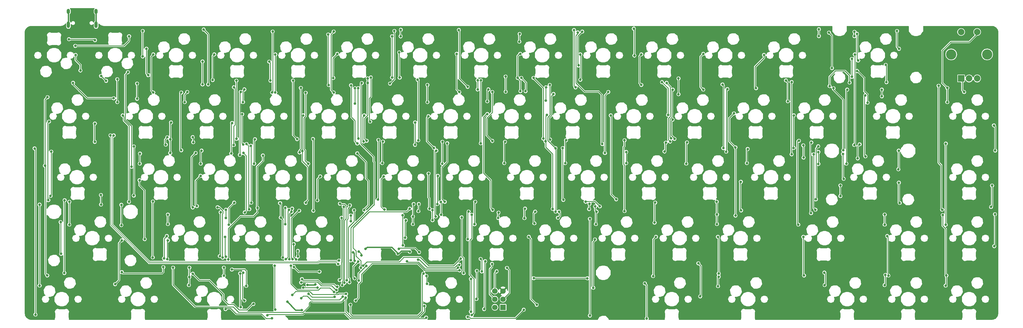
<source format=gbr>
%TF.GenerationSoftware,KiCad,Pcbnew,(6.0.8)*%
%TF.CreationDate,2023-04-08T01:55:33-04:00*%
%TF.ProjectId,keeb,6b656562-2e6b-4696-9361-645f70636258,rev?*%
%TF.SameCoordinates,Original*%
%TF.FileFunction,Copper,L1,Top*%
%TF.FilePolarity,Positive*%
%FSLAX46Y46*%
G04 Gerber Fmt 4.6, Leading zero omitted, Abs format (unit mm)*
G04 Created by KiCad (PCBNEW (6.0.8)) date 2023-04-08 01:55:33*
%MOMM*%
%LPD*%
G01*
G04 APERTURE LIST*
%TA.AperFunction,ComponentPad*%
%ADD10C,1.700000*%
%TD*%
%TA.AperFunction,ComponentPad*%
%ADD11R,1.700000X1.700000*%
%TD*%
%TA.AperFunction,ComponentPad*%
%ADD12C,2.000000*%
%TD*%
%TA.AperFunction,ComponentPad*%
%ADD13C,3.200000*%
%TD*%
%TA.AperFunction,ComponentPad*%
%ADD14R,2.000000X2.000000*%
%TD*%
%TA.AperFunction,ComponentPad*%
%ADD15O,1.000000X1.600000*%
%TD*%
%TA.AperFunction,ComponentPad*%
%ADD16O,1.000000X2.100000*%
%TD*%
%TA.AperFunction,ViaPad*%
%ADD17C,0.800000*%
%TD*%
%TA.AperFunction,Conductor*%
%ADD18C,0.200000*%
%TD*%
%TA.AperFunction,Conductor*%
%ADD19C,0.250000*%
%TD*%
%TA.AperFunction,Conductor*%
%ADD20C,0.381000*%
%TD*%
G04 APERTURE END LIST*
D10*
%TO.P,J1,1,MISO*%
%TO.N,MISO*%
X209088500Y-154622500D03*
%TO.P,J1,2,VCC*%
%TO.N,+5V*%
X211628500Y-154622500D03*
%TO.P,J1,3,SCK*%
%TO.N,SCK*%
X209088500Y-157162500D03*
%TO.P,J1,4,MOSI*%
%TO.N,MOSI*%
X211628500Y-157162500D03*
%TO.P,J1,5,~{RST}*%
%TO.N,RESET*%
X209088500Y-159702500D03*
D11*
%TO.P,J1,6,GND*%
%TO.N,GND*%
X211628500Y-159702500D03*
%TD*%
D12*
%TO.P,SW2,S2,S2*%
%TO.N,Net-(D103-Pad2)*%
X354687500Y-73712500D03*
%TO.P,SW2,S1,S1*%
%TO.N,COL9*%
X359687500Y-73712500D03*
D13*
%TO.P,SW2,MP*%
%TO.N,N/C*%
X362787500Y-80712500D03*
X351587500Y-80712500D03*
D12*
%TO.P,SW2,C,C*%
%TO.N,GND*%
X357187500Y-88212500D03*
%TO.P,SW2,B,B*%
%TO.N,RE1*%
X359687500Y-88212500D03*
D14*
%TO.P,SW2,A,A*%
%TO.N,RE2*%
X354687500Y-88212500D03*
%TD*%
D15*
%TO.P,USB1,13,SHIELD*%
%TO.N,GND*%
X75917330Y-67270635D03*
D16*
X75917330Y-71450635D03*
D15*
X84557330Y-67270635D03*
D16*
X84557330Y-71450635D03*
%TD*%
D17*
%TO.N,+5V*%
X258640000Y-106080000D03*
X87050000Y-73850000D03*
X151800000Y-162400000D03*
X151700000Y-160750000D03*
X165650000Y-159100000D03*
X339850000Y-106390000D03*
X139960000Y-144790000D03*
X363750000Y-162900000D03*
X335470000Y-87550000D03*
X106450000Y-105625000D03*
X272975000Y-144250000D03*
X86891917Y-98347714D03*
X161250000Y-162950000D03*
X301670000Y-125620000D03*
X291900000Y-144400000D03*
X178110000Y-143860000D03*
X135030000Y-87300000D03*
X297020000Y-105970000D03*
X200902750Y-159790000D03*
X216100000Y-144840000D03*
X344450000Y-144350000D03*
X230220000Y-87180000D03*
X225525000Y-125175000D03*
X294600000Y-163100000D03*
X199300000Y-162950000D03*
X282710000Y-125720000D03*
X268380000Y-87070000D03*
X165255000Y-152035000D03*
X125475000Y-106750000D03*
X325600000Y-162850000D03*
X363475000Y-144400000D03*
X192150000Y-87870000D03*
X163550000Y-106160000D03*
X306290000Y-87050000D03*
X220620000Y-106250000D03*
X149650000Y-124800000D03*
X81290000Y-107420000D03*
X77725000Y-75275000D03*
X263575000Y-124925000D03*
X315910000Y-106090000D03*
X271250000Y-162800000D03*
X244525000Y-125800000D03*
X344750000Y-162900000D03*
X249220000Y-87040000D03*
X85030000Y-125670000D03*
X206275000Y-125200000D03*
X92500000Y-146100000D03*
X115870000Y-87520000D03*
X120540000Y-147400000D03*
X168550000Y-124900000D03*
X363475000Y-125350000D03*
X111250000Y-124950000D03*
X363510000Y-106930000D03*
X129150000Y-162920000D03*
X130250000Y-124700000D03*
X104800000Y-163120000D03*
X187375000Y-125300000D03*
X332700000Y-125225000D03*
X158715000Y-150555000D03*
X151757167Y-158672714D03*
X152370000Y-149860000D03*
X196925000Y-144125000D03*
X234700000Y-144150000D03*
X158525000Y-144150000D03*
X80730000Y-163190000D03*
X64125000Y-74225000D03*
X277840000Y-105980000D03*
X120900000Y-144500000D03*
X154210000Y-87040000D03*
X80010000Y-70104000D03*
X211444466Y-87524142D03*
X254025000Y-144125000D03*
X318100000Y-144150000D03*
X173230000Y-86930000D03*
X182940000Y-105870000D03*
X239760000Y-106260000D03*
X201630000Y-106090000D03*
X287450000Y-86940000D03*
X144600000Y-106225000D03*
%TO.N,D16*%
X331340000Y-89380000D03*
X197840000Y-73114500D03*
X331140000Y-83980000D03*
X164180000Y-90360000D03*
X166130000Y-108550500D03*
X233790000Y-73114500D03*
X200580000Y-90825500D03*
X319820000Y-89540000D03*
X234260000Y-91006750D03*
X313620000Y-90630000D03*
%TO.N,D59*%
X307890000Y-108250000D03*
X242610000Y-108715500D03*
X235000000Y-73850000D03*
X365240000Y-130640000D03*
X127540000Y-109010000D03*
X65630000Y-161990000D03*
X307800000Y-130310000D03*
X157175500Y-90280000D03*
X65350000Y-110080000D03*
X365020000Y-140610000D03*
X127590000Y-90980000D03*
X157030000Y-74510000D03*
%TO.N,D31*%
X364920000Y-102890000D03*
X70340000Y-124900000D03*
X305380000Y-109140000D03*
X305490000Y-112950000D03*
X70560000Y-111070000D03*
X365310000Y-110750000D03*
X322960000Y-108820000D03*
X322380000Y-113170000D03*
%TO.N,D45*%
X125090000Y-129250000D03*
X241840000Y-128180500D03*
X364020000Y-128330000D03*
X185190000Y-129660000D03*
X73480000Y-133090000D03*
X73620000Y-143000000D03*
X364340000Y-121660000D03*
X125110000Y-131820000D03*
X237410000Y-126710000D03*
X185330000Y-127450500D03*
%TO.N,ROW0*%
X159890000Y-153270000D03*
X148860000Y-150890000D03*
X152273000Y-107156500D03*
X138625000Y-82975000D03*
X117793125Y-82931250D03*
X152400000Y-129540000D03*
X235205500Y-84160000D03*
X310249500Y-72850500D03*
X138990250Y-88900000D03*
X236370000Y-73620000D03*
X310249500Y-74993750D03*
X147320000Y-107156500D03*
X145876384Y-144661786D03*
X147955000Y-129540000D03*
X321362000Y-73660000D03*
X77366917Y-89616464D03*
X97357125Y-94581250D03*
X97357125Y-89818750D03*
X335280000Y-78962500D03*
X334645000Y-73406250D03*
X90066917Y-94378964D03*
X117793125Y-90075000D03*
X321362000Y-74993750D03*
X146050000Y-88900000D03*
%TO.N,COL9*%
X163800000Y-127835500D03*
X92570000Y-138810000D03*
X350361875Y-95631250D03*
X250093125Y-111193750D03*
X329925875Y-93787500D03*
X162830951Y-151285000D03*
X329925875Y-91731750D03*
X183479430Y-131350000D03*
X350361875Y-91185375D03*
X149239750Y-99768750D03*
X183479430Y-133731250D03*
X90502250Y-152468750D03*
X150033500Y-127068750D03*
X92448167Y-127716464D03*
X148983500Y-110881250D03*
X190818125Y-110781750D03*
X324768500Y-112553750D03*
X310114750Y-114935000D03*
X183737250Y-127450500D03*
X310114750Y-111193750D03*
X92448167Y-134066464D03*
X190623180Y-131350000D03*
X324727750Y-93503750D03*
X250093125Y-114681250D03*
%TO.N,ROW1*%
X252650000Y-81075000D03*
X320568250Y-82137500D03*
X252476000Y-72681500D03*
X107964750Y-101981250D03*
X84150000Y-108005500D03*
X124460000Y-147320000D03*
X176968750Y-75063000D03*
X179656250Y-75063000D03*
X126758500Y-111675000D03*
X84180000Y-102310000D03*
X107708173Y-111506000D03*
X124092717Y-144153576D03*
X179705000Y-73025000D03*
X124460000Y-149860000D03*
X107690000Y-107249500D03*
X127014750Y-102150000D03*
X320568250Y-87693750D03*
X170357626Y-87931750D03*
X148580000Y-151970000D03*
X176968750Y-87931750D03*
X122494585Y-128453491D03*
X114721750Y-128510214D03*
X159590578Y-154313436D03*
X115646000Y-111506250D03*
X170131250Y-101725000D03*
%TO.N,Net-(D95-Pad2)*%
X86098167Y-87437500D03*
X87685667Y-88955750D03*
%TO.N,ROW2*%
X184164750Y-101981250D03*
X184150000Y-108949500D03*
X132400000Y-129050000D03*
X158820000Y-154950000D03*
X144780000Y-129294620D03*
X143830000Y-144700000D03*
X145415000Y-146685000D03*
X131550000Y-108700500D03*
%TO.N,Net-(D108-Pad2)*%
X322155750Y-74295000D03*
X322525000Y-82625000D03*
%TO.N,ROW3*%
X188387875Y-117919181D03*
X167214799Y-147334799D03*
X188638375Y-128899500D03*
X182464715Y-128899500D03*
%TO.N,ROW4*%
X189600000Y-129360500D03*
X150929700Y-155485500D03*
X218503500Y-128896685D03*
X181075000Y-137975000D03*
X228778222Y-131762500D03*
X159030500Y-156440000D03*
X200625000Y-138400000D03*
X335482125Y-127125000D03*
X189600000Y-132475000D03*
X200870000Y-129790000D03*
X285900000Y-120510000D03*
X218308555Y-131857999D03*
X335225875Y-120775000D03*
X229108000Y-129832250D03*
X146982839Y-144743643D03*
X317000000Y-124975000D03*
X316975000Y-121650000D03*
X285972250Y-129437000D03*
X181275000Y-132525000D03*
X146280000Y-140000000D03*
%TO.N,ROW5*%
X161205055Y-131762500D03*
X139446000Y-163099500D03*
X160630000Y-151180000D03*
X180350000Y-140325000D03*
X180255055Y-130968750D03*
X124980000Y-160259901D03*
%TO.N,Net-(D136-Pad2)*%
X317775000Y-111825000D03*
X318000000Y-119575000D03*
%TO.N,ROW6*%
X273200917Y-156291464D03*
X203350917Y-157085214D03*
X198100000Y-148134500D03*
X145796000Y-155829000D03*
X162610000Y-155530000D03*
X203454000Y-148336000D03*
X272629417Y-145972714D03*
X165608000Y-157607000D03*
%TO.N,GND*%
X165300000Y-145132064D03*
X147550000Y-142120000D03*
X148776200Y-160587200D03*
X153040000Y-152540000D03*
X147562701Y-143857299D03*
X168640000Y-141430000D03*
X182530000Y-142350000D03*
X164820000Y-142520000D03*
X150540000Y-152670000D03*
X178750000Y-142960000D03*
X144272000Y-157988000D03*
%TO.N,MISO*%
X167956296Y-146664585D03*
X198420000Y-144480000D03*
X209640000Y-148470000D03*
X204640000Y-144590000D03*
X204980000Y-148500000D03*
%TO.N,SCK*%
X185136709Y-144855500D03*
X166380000Y-145450000D03*
X208190000Y-146160000D03*
X165270000Y-150650000D03*
X197980000Y-146410000D03*
%TO.N,MOSI*%
X212875000Y-147395000D03*
X181600000Y-145325500D03*
X197539285Y-147307092D03*
%TO.N,RESET*%
X166576156Y-151382469D03*
X168950000Y-146810000D03*
X206070000Y-145325500D03*
X205732167Y-160260214D03*
%TO.N,D-*%
X89021053Y-105984630D03*
X160093250Y-146178467D03*
%TO.N,D+*%
X160380000Y-145100000D03*
X90066917Y-106041250D03*
%TO.N,Net-(R4-Pad2)*%
X79675131Y-85732115D03*
X78160667Y-80885214D03*
%TO.N,COL0*%
X194194625Y-108469750D03*
X262710000Y-89625000D03*
X263810380Y-107914500D03*
X235758500Y-88656250D03*
X148500000Y-91175500D03*
X168289750Y-99768750D03*
X148077326Y-111302978D03*
X130550000Y-111500000D03*
X129540000Y-149135500D03*
X204719128Y-88794250D03*
X168074299Y-107916823D03*
X165400000Y-96100000D03*
X69293250Y-149775000D03*
X204680750Y-108469750D03*
X235758500Y-80718750D03*
X202958500Y-126756250D03*
X268839750Y-114850000D03*
X123444000Y-130020019D03*
X113665000Y-147320000D03*
X269070000Y-108204500D03*
X130968750Y-130085500D03*
X202730930Y-133774500D03*
X113521000Y-152781250D03*
X123190000Y-143724500D03*
X68580625Y-115475000D03*
X113665000Y-150241000D03*
X69374375Y-94043750D03*
X193433500Y-126756250D03*
X165400000Y-91250000D03*
X129750000Y-159675000D03*
%TO.N,COL1*%
X201600000Y-161100000D03*
X108585000Y-147320000D03*
X177693250Y-73406250D03*
X201588707Y-150843007D03*
X98183500Y-114850000D03*
X288024500Y-110253964D03*
X219688555Y-137700000D03*
X99112000Y-73406250D03*
X94471000Y-86275000D03*
X280416000Y-109982000D03*
X188341000Y-100012500D03*
X228053722Y-129831750D03*
X107000000Y-138825000D03*
X187925000Y-152350000D03*
X99112000Y-81343750D03*
X190024375Y-109918750D03*
X222150000Y-158900000D03*
X187074000Y-159313000D03*
X287768250Y-114681250D03*
X254808500Y-90243750D03*
X188012000Y-95631250D03*
X226233500Y-90243750D03*
X188012000Y-90243250D03*
X221429055Y-133475000D03*
X162525000Y-156650000D03*
X280174039Y-90105500D03*
X98270000Y-111700000D03*
X106748404Y-144624282D03*
X95623167Y-115810214D03*
X99750000Y-138425000D03*
X254808500Y-80718750D03*
X98114250Y-120015000D03*
X228000000Y-110000000D03*
X221676753Y-129831750D03*
X176341978Y-89817581D03*
X187698167Y-149941464D03*
%TO.N,COL2*%
X116025000Y-128075000D03*
X117233500Y-114850000D03*
X111139750Y-110663500D03*
X249555000Y-129667000D03*
X274161875Y-91731750D03*
X207062000Y-91662500D03*
X111139750Y-92625000D03*
X206726160Y-99343750D03*
X249555625Y-107537500D03*
X318846000Y-114850000D03*
X240629430Y-133731250D03*
X240326055Y-138493750D03*
X161890548Y-128285500D03*
X239825000Y-153625000D03*
X264636875Y-91731750D03*
X117489750Y-110781750D03*
X274161875Y-80550000D03*
X264135437Y-106940035D03*
X161404241Y-152760681D03*
X319102250Y-91731750D03*
X240399500Y-128175000D03*
X240824375Y-129831750D03*
X102408500Y-80718750D03*
X117164250Y-118650000D03*
X208362701Y-129275500D03*
X102408500Y-92625000D03*
X206726160Y-95375000D03*
%TO.N,COL3*%
X293116000Y-80885214D03*
X281700000Y-91550500D03*
X120950000Y-88700000D03*
X166500142Y-106974500D03*
X262475000Y-108262000D03*
X258500000Y-149975000D03*
X278757167Y-153116464D03*
X224901987Y-107874007D03*
X186800000Y-149175000D03*
X262054417Y-111047714D03*
X238506000Y-129032000D03*
X210240000Y-130120000D03*
X121458500Y-80718750D03*
X134150000Y-107216964D03*
X281305000Y-111116964D03*
X225318250Y-99600000D03*
X259376055Y-137700000D03*
X199325000Y-149000000D03*
X278979417Y-150147217D03*
X317873167Y-110650000D03*
X259135667Y-127000000D03*
X335200000Y-110775000D03*
X166399177Y-91275500D03*
X128375000Y-88900500D03*
X227129417Y-128968750D03*
X290625000Y-91281750D03*
X128397000Y-107078964D03*
X198720000Y-131590000D03*
X164000000Y-158900000D03*
X238633000Y-127381000D03*
X335079417Y-116603964D03*
X258940722Y-133272714D03*
X133902250Y-114850000D03*
X210100000Y-131800000D03*
X225004417Y-95172714D03*
X225075000Y-90968250D03*
X314825000Y-91281750D03*
%TO.N,COL4*%
X321300000Y-109000500D03*
X140508500Y-80718750D03*
X310050000Y-109425000D03*
X311958500Y-148881750D03*
X245283500Y-99768750D03*
X140508500Y-92625000D03*
X102290000Y-126655500D03*
X76214750Y-133900000D03*
X278979417Y-149147714D03*
X246973167Y-125962500D03*
X114750000Y-149225000D03*
X201895474Y-162095073D03*
X102235000Y-144145000D03*
X150806500Y-114850000D03*
X154539750Y-118818750D03*
X76214750Y-126756250D03*
X309321000Y-125962500D03*
X321483500Y-80718750D03*
X148590000Y-156845000D03*
X149987000Y-92710000D03*
X278729430Y-137700000D03*
X192205597Y-126840992D03*
X278426055Y-133731250D03*
X133675000Y-158650000D03*
X161573980Y-156342484D03*
X153640000Y-126270000D03*
X278364750Y-126744250D03*
X312039625Y-152781250D03*
X238760000Y-162306000D03*
X278450000Y-130724500D03*
X201872186Y-130810000D03*
X238760000Y-132080000D03*
X192273555Y-130810000D03*
%TO.N,COL5*%
X331008500Y-149606250D03*
X105530000Y-147160000D03*
X174383500Y-118818750D03*
X264585242Y-101100752D03*
X154305000Y-148590000D03*
X169394969Y-88200625D03*
X145596237Y-129871475D03*
X173893125Y-114681250D03*
X106976055Y-130738000D03*
X265170000Y-107100000D03*
X105770000Y-144420000D03*
X304021000Y-107706250D03*
X145776761Y-128899500D03*
X330786250Y-152781250D03*
X92583000Y-148717000D03*
X146313947Y-147121919D03*
X158624500Y-88075000D03*
X263159000Y-99600000D03*
X305608500Y-149775000D03*
X74710000Y-126250000D03*
X106976055Y-133731250D03*
X174100000Y-107950000D03*
X305413555Y-137700000D03*
X144872299Y-144682299D03*
X169386875Y-89650125D03*
X69620000Y-126230000D03*
X69864750Y-101668750D03*
X261260000Y-89381250D03*
X174639750Y-129137500D03*
X303826055Y-133900000D03*
X106640000Y-137430000D03*
X169050000Y-107700000D03*
X159861875Y-80550000D03*
X74627250Y-148981250D03*
%TO.N,COL6*%
X191091430Y-127450500D03*
X192639750Y-114850000D03*
X230251000Y-109986375D03*
X330813555Y-133900000D03*
X91174500Y-95631250D03*
X284177250Y-109744750D03*
X191286375Y-118650000D03*
X185164252Y-107538000D03*
X350058500Y-149775000D03*
X230450000Y-126150000D03*
X331601148Y-137468797D03*
X284226000Y-131064000D03*
X92883500Y-99768750D03*
X153670000Y-153580500D03*
X179200000Y-80100000D03*
X126950000Y-147900000D03*
X126026055Y-133900000D03*
X331986153Y-149814097D03*
X179350000Y-87975000D03*
X91174500Y-88487500D03*
X124820000Y-137750000D03*
X192690247Y-108019750D03*
X125054165Y-143880404D03*
X94829417Y-126756250D03*
X283741917Y-99141464D03*
X131445000Y-153035000D03*
X349836250Y-152950000D03*
X348948305Y-130891464D03*
X330813555Y-130725000D03*
X127670000Y-127025500D03*
X149225000Y-153580500D03*
X184958500Y-88656250D03*
%TO.N,COL7*%
X130850000Y-157600000D03*
X300557125Y-95375000D03*
X208280625Y-107744750D03*
X208280625Y-92456250D03*
X139714750Y-73575000D03*
X139508997Y-92625000D03*
X129443125Y-112113000D03*
X158764750Y-92625000D03*
X302400000Y-109925000D03*
X129699375Y-92456250D03*
X302433500Y-99768750D03*
X125840000Y-144790000D03*
X113030625Y-92456250D03*
X349863555Y-133900000D03*
X212450875Y-92387000D03*
X211993125Y-114681250D03*
X143599500Y-133731250D03*
X158764750Y-73575000D03*
X266425875Y-88231250D03*
X136649750Y-112300000D03*
X130512735Y-148905733D03*
X212249375Y-108019250D03*
X266425875Y-93180750D03*
X212440000Y-87613125D03*
X143637000Y-128651000D03*
X299970000Y-88860000D03*
X112236875Y-95631250D03*
X197961875Y-92456250D03*
X134950000Y-128675000D03*
X217350000Y-88063125D03*
X197160000Y-80530000D03*
X218654417Y-92200000D03*
X349885000Y-108585000D03*
%TO.N,LED*%
X76075000Y-75975000D03*
X167520000Y-89650125D03*
X118150000Y-72950000D03*
X164084000Y-145034000D03*
X119550000Y-90075000D03*
X84200000Y-76250000D03*
%TO.N,RE2*%
X165114750Y-129380750D03*
X243439750Y-111506250D03*
X244489750Y-92456250D03*
X355614750Y-92456250D03*
X168289750Y-129380750D03*
X166128500Y-111618750D03*
X163665652Y-151902717D03*
%TO.N,RE1*%
X162106451Y-152049412D03*
X221156924Y-88063125D03*
X172600000Y-126048000D03*
X301760000Y-89345500D03*
X172730000Y-107450000D03*
X301749750Y-111918250D03*
X224218500Y-106997500D03*
X309149750Y-129222500D03*
X160690000Y-127325500D03*
X347662500Y-90487500D03*
X348725000Y-129222500D03*
X308596500Y-111918250D03*
%TO.N,COL8*%
X216708500Y-76750000D03*
X164126055Y-131038000D03*
X140335000Y-146685000D03*
X106310000Y-108894500D03*
X227385667Y-93103464D03*
X96347667Y-109454500D03*
X86075000Y-124625000D03*
X86098167Y-127635000D03*
X142240000Y-131685214D03*
X226312299Y-107287701D03*
X164150000Y-132775000D03*
X203719625Y-88794250D03*
X66912000Y-152950000D03*
X130480000Y-108860000D03*
X133010000Y-127025500D03*
X114880000Y-108134500D03*
X314320000Y-84990000D03*
X231299375Y-107537500D03*
X325452250Y-95800000D03*
X66912000Y-127635000D03*
X130167625Y-99375000D03*
X313410000Y-73900000D03*
X114730000Y-106567000D03*
X140500000Y-160424500D03*
X130862000Y-91662500D03*
X96325000Y-124800000D03*
X322208000Y-85910000D03*
X106800000Y-106600000D03*
X130423875Y-95631250D03*
X132875000Y-109250500D03*
X216200000Y-88063125D03*
X216820000Y-74340000D03*
X142010000Y-127185500D03*
X203719625Y-91662500D03*
X217011875Y-80550000D03*
X142875000Y-144145000D03*
X217044910Y-92200000D03*
X231043125Y-114681250D03*
%TO.N,Net-(D2-Pad2)*%
X94850000Y-75050000D03*
X78050000Y-78050000D03*
%TO.N,Net-(D3-Pad2)*%
X100275000Y-78950000D03*
X100825000Y-87175000D03*
%TO.N,Net-(D49-Pad2)*%
X167400000Y-143510000D03*
X166580000Y-142290000D03*
%TO.N,Net-(D50-Pad2)*%
X179060000Y-141420000D03*
X185420000Y-142480000D03*
%TO.N,Net-(D62-Pad2)*%
X187620000Y-162920000D03*
X138060000Y-162200000D03*
%TO.N,Net-(D63-Pad2)*%
X255910000Y-152230000D03*
X237980000Y-150650000D03*
X256500000Y-163204364D03*
X221240000Y-150610000D03*
X218089201Y-160489201D03*
X200580000Y-162740000D03*
%TD*%
D18*
%TO.N,D+*%
X101262389Y-145490000D02*
X89650000Y-133877611D01*
X89650000Y-133877611D02*
X89650000Y-106458167D01*
X154106825Y-145230000D02*
X153896003Y-145300000D01*
X160250000Y-145230000D02*
X154106825Y-145230000D01*
X89650000Y-106458167D02*
X90066917Y-106041250D01*
X160380000Y-145100000D02*
X160250000Y-145230000D01*
X153896003Y-145300000D02*
X153706003Y-145490000D01*
X153706003Y-145490000D02*
X101262389Y-145490000D01*
%TO.N,D-*%
X89200000Y-106163577D02*
X89021053Y-105984630D01*
X153911496Y-145890000D02*
X101096703Y-145890000D01*
X154171496Y-145630000D02*
X153911496Y-145890000D01*
X89200000Y-133993297D02*
X89200000Y-106163577D01*
X159544783Y-145630000D02*
X154171496Y-145630000D01*
X101096703Y-145890000D02*
X89200000Y-133993297D01*
X160093250Y-146178467D02*
X159544783Y-145630000D01*
D19*
%TO.N,D16*%
X318380000Y-85850000D02*
X319820000Y-87290000D01*
X319820000Y-87290000D02*
X319820000Y-89540000D01*
X313620000Y-87680000D02*
X315450000Y-85850000D01*
X313620000Y-90630000D02*
X313620000Y-87680000D01*
X315450000Y-85850000D02*
X318380000Y-85850000D01*
%TO.N,Net-(D63-Pad2)*%
X201450000Y-163080000D02*
X201110000Y-162740000D01*
X215498402Y-163080000D02*
X201450000Y-163080000D01*
X201110000Y-162740000D02*
X200580000Y-162740000D01*
X218089201Y-160489201D02*
X215498402Y-163080000D01*
%TO.N,COL1*%
X220350000Y-138361445D02*
X219688555Y-137700000D01*
X220350000Y-157100000D02*
X220350000Y-138361445D01*
X222150000Y-158900000D02*
X220350000Y-157100000D01*
%TO.N,LED*%
X76100000Y-76000000D02*
X76075000Y-75975000D01*
X84200000Y-76250000D02*
X83950000Y-76000000D01*
X83950000Y-76000000D02*
X76100000Y-76000000D01*
%TO.N,Net-(D2-Pad2)*%
X94850000Y-76450000D02*
X93250000Y-78050000D01*
X94850000Y-75050000D02*
X94850000Y-76450000D01*
X93250000Y-78050000D02*
X78050000Y-78050000D01*
%TO.N,COL8*%
X140335000Y-160259500D02*
X140335000Y-146685000D01*
X140500000Y-160424500D02*
X140335000Y-160259500D01*
%TO.N,Net-(D62-Pad2)*%
X187300000Y-163240000D02*
X187620000Y-162920000D01*
X149549396Y-161475000D02*
X162175000Y-161475000D01*
X162175000Y-161475000D02*
X163940000Y-163240000D01*
X149099396Y-161925000D02*
X149549396Y-161475000D01*
X141098604Y-161925000D02*
X149099396Y-161925000D01*
X163940000Y-163240000D02*
X187300000Y-163240000D01*
X141088604Y-161915000D02*
X141098604Y-161925000D01*
X138345000Y-161915000D02*
X141088604Y-161915000D01*
X138060000Y-162200000D02*
X138345000Y-161915000D01*
D20*
%TO.N,+5V*%
X151757167Y-160692833D02*
X151700000Y-160750000D01*
X151757167Y-158672714D02*
X151757167Y-160692833D01*
D19*
%TO.N,D16*%
X197840000Y-73114500D02*
X197950000Y-73224500D01*
X197950000Y-73224500D02*
X197950000Y-88195500D01*
X165380000Y-101395907D02*
X164320000Y-100335907D01*
X331340000Y-89380000D02*
X331340000Y-84180000D01*
X165380000Y-105450000D02*
X165380000Y-101395907D01*
X164320000Y-100335907D02*
X164320000Y-93700000D01*
X233790000Y-73114500D02*
X233790000Y-90536750D01*
X164170000Y-90810000D02*
X164170000Y-90370000D01*
X166130000Y-108550500D02*
X165380000Y-107800500D01*
X165380000Y-107800500D02*
X165380000Y-105450000D01*
X233790000Y-90536750D02*
X234260000Y-91006750D01*
X164320000Y-90960000D02*
X164170000Y-90810000D01*
X331340000Y-84180000D02*
X331140000Y-83980000D01*
X164170000Y-90370000D02*
X164180000Y-90360000D01*
X197950000Y-88195500D02*
X200580000Y-90825500D01*
X164320000Y-93700000D02*
X164320000Y-90960000D01*
%TO.N,D59*%
X307890000Y-108250000D02*
X307670000Y-108470000D01*
X235000000Y-74240000D02*
X234390000Y-74850000D01*
X65630000Y-110360000D02*
X65350000Y-110080000D01*
X127920000Y-91340000D02*
X127920000Y-91310000D01*
X157030000Y-90134500D02*
X157030000Y-74510000D01*
X241490000Y-92360000D02*
X242410000Y-93280000D01*
X235000000Y-73850000D02*
X235000000Y-74240000D01*
X234390000Y-89620000D02*
X237130000Y-92360000D01*
X307670000Y-112220000D02*
X307670000Y-130180000D01*
X365240000Y-140390000D02*
X365240000Y-130640000D01*
X127920000Y-102740000D02*
X127920000Y-91340000D01*
X65630000Y-161990000D02*
X65630000Y-110360000D01*
X365020000Y-140610000D02*
X365240000Y-140390000D01*
X237130000Y-92360000D02*
X241490000Y-92360000D01*
X127920000Y-91310000D02*
X127590000Y-90980000D01*
X307670000Y-108470000D02*
X307670000Y-112220000D01*
X234390000Y-74850000D02*
X234390000Y-89620000D01*
X242410000Y-108515500D02*
X242610000Y-108715500D01*
X127540000Y-103120000D02*
X127920000Y-102740000D01*
X307670000Y-130180000D02*
X307800000Y-130310000D01*
X127540000Y-109010000D02*
X127540000Y-103120000D01*
X157175500Y-90280000D02*
X157030000Y-90134500D01*
X242410000Y-93280000D02*
X242410000Y-108515500D01*
%TO.N,D31*%
X70560000Y-111070000D02*
X70560000Y-124680000D01*
X364920000Y-102890000D02*
X365310000Y-103280000D01*
X322380000Y-109400000D02*
X322380000Y-113170000D01*
X322960000Y-108820000D02*
X322380000Y-109400000D01*
X305490000Y-112950000D02*
X305490000Y-109250000D01*
X305490000Y-109250000D02*
X305380000Y-109140000D01*
X70560000Y-124680000D02*
X70340000Y-124900000D01*
X365310000Y-103280000D02*
X365310000Y-110750000D01*
%TO.N,D45*%
X241840000Y-128180500D02*
X240315500Y-126656000D01*
X185330000Y-127450500D02*
X185330000Y-129520000D01*
X73480000Y-133090000D02*
X73480000Y-142860000D01*
X364340000Y-128010000D02*
X364020000Y-128330000D01*
X364340000Y-121660000D02*
X364340000Y-128010000D01*
X73480000Y-142860000D02*
X73620000Y-143000000D01*
X125110000Y-129270000D02*
X125090000Y-129250000D01*
X240315500Y-126656000D02*
X237464000Y-126656000D01*
X237464000Y-126656000D02*
X237410000Y-126710000D01*
X125110000Y-131820000D02*
X125110000Y-129270000D01*
X185330000Y-129520000D02*
X185190000Y-129660000D01*
%TO.N,ROW0*%
X234980000Y-75010000D02*
X236370000Y-73620000D01*
X147320000Y-107156500D02*
X146050000Y-105886500D01*
X145490000Y-144275402D02*
X145490000Y-131861241D01*
X334645000Y-78327500D02*
X335280000Y-78962500D01*
X97357125Y-89818750D02*
X97357125Y-94581250D01*
X79375305Y-92025000D02*
X81729269Y-94378964D01*
X321362000Y-73660000D02*
X321362000Y-74993750D01*
X159890000Y-153270000D02*
X159568097Y-153270000D01*
X77366917Y-89616464D02*
X77366917Y-90041917D01*
X117793125Y-90075000D02*
X117793125Y-82931250D01*
X159568097Y-153270000D02*
X158788097Y-152490000D01*
X310249500Y-74993750D02*
X310249500Y-72850500D01*
X152400000Y-129540000D02*
X152400000Y-107283500D01*
X138990250Y-83340250D02*
X138990250Y-88900000D01*
X152400000Y-107283500D02*
X152273000Y-107156500D01*
X149220000Y-151250000D02*
X148860000Y-150890000D01*
X145876384Y-144661786D02*
X145490000Y-144275402D01*
X145490000Y-131861241D02*
X147811241Y-129540000D01*
X334645000Y-73406250D02*
X334645000Y-78327500D01*
X146050000Y-105886500D02*
X146050000Y-88900000D01*
X155030000Y-152490000D02*
X153790000Y-151250000D01*
X77366917Y-90041917D02*
X79350000Y-92025000D01*
X79350000Y-92025000D02*
X79375305Y-92025000D01*
X235205500Y-84160000D02*
X234980000Y-83934500D01*
X138625000Y-82975000D02*
X138990250Y-83340250D01*
X153790000Y-151250000D02*
X149220000Y-151250000D01*
X81729269Y-94378964D02*
X90066917Y-94378964D01*
X147811241Y-129540000D02*
X147955000Y-129540000D01*
X234980000Y-83934500D02*
X234980000Y-75010000D01*
X158788097Y-152490000D02*
X155030000Y-152490000D01*
%TO.N,COL9*%
X250093125Y-111193750D02*
X250093125Y-114681250D01*
X183542305Y-127450500D02*
X183542305Y-131287125D01*
X310114750Y-111193750D02*
X310114750Y-114935000D01*
X163800000Y-127835500D02*
X163800000Y-128282083D01*
X350361875Y-95631250D02*
X350361875Y-91185375D01*
X148964750Y-110497646D02*
X148964750Y-100043750D01*
X357200000Y-76835000D02*
X360005000Y-74030000D01*
X148964750Y-100043750D02*
X149239750Y-99768750D01*
X324471500Y-93503750D02*
X324471500Y-112256750D01*
X190366930Y-131350000D02*
X190366930Y-110781750D01*
X348798501Y-79508999D02*
X351472500Y-76835000D01*
X163800000Y-128282083D02*
X163195000Y-128887083D01*
X150700000Y-126146000D02*
X150700000Y-115768805D01*
X149777250Y-127068750D02*
X150700000Y-126146000D01*
X91730000Y-139650000D02*
X91730000Y-151241000D01*
X163195000Y-132080000D02*
X162830951Y-132444049D01*
X92570000Y-138810000D02*
X91730000Y-139650000D01*
X162830951Y-132444049D02*
X162830951Y-151285000D01*
X148983500Y-114052305D02*
X148983500Y-110881250D01*
X351472500Y-76835000D02*
X357200000Y-76835000D01*
X92448167Y-127716464D02*
X92448167Y-134066464D01*
X91730000Y-151241000D02*
X90502250Y-152468750D01*
X183542305Y-131287125D02*
X183479430Y-131350000D01*
X148950000Y-110512396D02*
X148964750Y-110497646D01*
X149239750Y-110881250D02*
X148950000Y-110591500D01*
X150700000Y-115768805D02*
X148983500Y-114052305D01*
X348798501Y-89622001D02*
X348798501Y-79508999D01*
X350361875Y-91185375D02*
X348798501Y-89622001D01*
X183479430Y-133731250D02*
X183479430Y-131350000D01*
X148950000Y-110591500D02*
X148950000Y-110512396D01*
X324471500Y-112256750D02*
X324768500Y-112553750D01*
X163195000Y-128887083D02*
X163195000Y-132080000D01*
X329925875Y-93787500D02*
X329925875Y-91731750D01*
%TO.N,ROW1*%
X124092717Y-144153576D02*
X123970000Y-144030859D01*
X114721750Y-128510214D02*
X114416917Y-128205381D01*
X154843604Y-152940000D02*
X153663604Y-151760000D01*
X153663604Y-151760000D02*
X148790000Y-151760000D01*
X179656250Y-73073750D02*
X179656250Y-75063000D01*
X123970000Y-130519324D02*
X124169000Y-130320324D01*
X124460000Y-149860000D02*
X124460000Y-147320000D01*
X169836875Y-94456250D02*
X170357626Y-93935499D01*
X252650000Y-81075000D02*
X252681250Y-81043750D01*
X107708500Y-111505673D02*
X107708173Y-111506000D01*
X170131250Y-101725000D02*
X169836875Y-101430625D01*
X252681250Y-72886750D02*
X252476000Y-72681500D01*
X169836875Y-101430625D02*
X169836875Y-94456250D01*
X107690000Y-107249500D02*
X107708500Y-107268000D01*
X123051463Y-128453491D02*
X122494585Y-128453491D01*
X114416917Y-112735333D02*
X115646000Y-111506250D01*
X84150000Y-108005500D02*
X84030750Y-107886250D01*
X170357626Y-93935499D02*
X170357626Y-87931750D01*
X107708500Y-107268000D02*
X107708500Y-111505673D01*
X126758500Y-111675000D02*
X126758500Y-102150000D01*
X159473436Y-154313436D02*
X158100000Y-152940000D01*
X320568250Y-82137500D02*
X320568250Y-87693750D01*
X148790000Y-151760000D02*
X148580000Y-151970000D01*
X107708500Y-107231000D02*
X107708500Y-101981250D01*
X252681250Y-81043750D02*
X252681250Y-72886750D01*
X84030750Y-102459250D02*
X84180000Y-102310000D01*
X114416917Y-128205381D02*
X114416917Y-112735333D01*
X176968750Y-87931750D02*
X176968750Y-75063000D01*
X84030750Y-107886250D02*
X84030750Y-102459250D01*
X107690000Y-107249500D02*
X107708500Y-107231000D01*
X158100000Y-152940000D02*
X154843604Y-152940000D01*
X123970000Y-144030859D02*
X123970000Y-130519324D01*
X124169000Y-129571028D02*
X123051463Y-128453491D01*
X179705000Y-73025000D02*
X179656250Y-73073750D01*
X159590578Y-154313436D02*
X159473436Y-154313436D01*
X124169000Y-130320324D02*
X124169000Y-129571028D01*
%TO.N,Net-(D95-Pad2)*%
X86167417Y-87437500D02*
X86098167Y-87437500D01*
X87685667Y-88955750D02*
X86167417Y-87437500D01*
%TO.N,ROW2*%
X132150000Y-128800000D02*
X132400000Y-129050000D01*
X131550000Y-108700500D02*
X132150000Y-109300500D01*
X144440000Y-144090000D02*
X144440000Y-129634620D01*
X157540000Y-153670000D02*
X154605805Y-153670000D01*
X153970305Y-154305500D02*
X147320500Y-154305500D01*
X184164750Y-101981250D02*
X184164750Y-108934750D01*
X145415000Y-152400000D02*
X145415000Y-146685000D01*
X154605805Y-153670000D02*
X153970305Y-154305500D01*
X132150000Y-109300500D02*
X132150000Y-128800000D01*
X143830000Y-144700000D02*
X144440000Y-144090000D01*
X158820000Y-154950000D02*
X157540000Y-153670000D01*
X144440000Y-129634620D02*
X144780000Y-129294620D01*
X147320500Y-154305500D02*
X145415000Y-152400000D01*
X184164750Y-108934750D02*
X184150000Y-108949500D01*
%TO.N,Net-(D108-Pad2)*%
X322525000Y-82625000D02*
X322208000Y-82308000D01*
X322208000Y-74347250D02*
X322155750Y-74295000D01*
X322208000Y-82308000D02*
X322208000Y-74347250D01*
%TO.N,ROW3*%
X188602250Y-125631445D02*
X188327250Y-125356445D01*
X188327250Y-117979806D02*
X188387875Y-117919181D01*
X164825000Y-134925000D02*
X169875000Y-129875000D01*
X188602250Y-128679375D02*
X188602250Y-125631445D01*
X169875000Y-129875000D02*
X181489215Y-129875000D01*
X164825000Y-141155000D02*
X164825000Y-134925000D01*
X167214799Y-145194799D02*
X165730000Y-143710000D01*
X165730000Y-142060000D02*
X164825000Y-141155000D01*
X181489215Y-129875000D02*
X182464715Y-128899500D01*
X188327250Y-125356445D02*
X188327250Y-117979806D01*
X165730000Y-143710000D02*
X165730000Y-142060000D01*
X167214799Y-147334799D02*
X167214799Y-145194799D01*
%TO.N,ROW4*%
X229362000Y-130175000D02*
X229362000Y-131178722D01*
X317000000Y-124975000D02*
X316975000Y-124950000D01*
X151964200Y-156520000D02*
X150929700Y-155485500D01*
X159030500Y-156440000D02*
X158950500Y-156520000D01*
X335225875Y-127125000D02*
X335225875Y-120775000D01*
X229108000Y-129921000D02*
X229362000Y-130175000D01*
X285900000Y-120510000D02*
X285716000Y-120694000D01*
X218308555Y-131857999D02*
X218308555Y-128896685D01*
X181075000Y-132725000D02*
X181275000Y-132525000D01*
X189600000Y-132475000D02*
X189600000Y-129360500D01*
X146180000Y-140100000D02*
X146180000Y-143940804D01*
X181075000Y-137975000D02*
X181075000Y-132725000D01*
X229362000Y-131178722D02*
X228778222Y-131762500D01*
X200625000Y-130035000D02*
X200870000Y-129790000D01*
X229108000Y-129832250D02*
X229108000Y-129921000D01*
X285716000Y-120694000D02*
X285716000Y-129437000D01*
X146280000Y-140000000D02*
X146180000Y-140100000D01*
X146180000Y-143940804D02*
X146982839Y-144743643D01*
X316975000Y-124950000D02*
X316975000Y-121650000D01*
X158950500Y-156520000D02*
X151964200Y-156520000D01*
X200625000Y-138400000D02*
X200625000Y-130035000D01*
%TO.N,ROW5*%
X137659500Y-163189500D02*
X136210500Y-161740500D01*
X180255055Y-140230055D02*
X180255055Y-130968750D01*
X139356000Y-163189500D02*
X137659500Y-163189500D01*
X160732000Y-151180000D02*
X161177750Y-150734250D01*
X161177750Y-150734250D02*
X161177750Y-145702019D01*
X161205055Y-145674714D02*
X161205055Y-131762500D01*
X126515401Y-159985401D02*
X125254500Y-159985401D01*
X125254500Y-159985401D02*
X124980000Y-160259901D01*
X161177750Y-145702019D02*
X161205055Y-145674714D01*
X139446000Y-163099500D02*
X139356000Y-163189500D01*
X128270500Y-161740500D02*
X126515401Y-159985401D01*
X180350000Y-140325000D02*
X180255055Y-140230055D01*
X136210500Y-161740500D02*
X128270500Y-161740500D01*
X160630000Y-151180000D02*
X160732000Y-151180000D01*
%TO.N,Net-(D136-Pad2)*%
X318000000Y-119575000D02*
X317775000Y-119350000D01*
X317775000Y-119350000D02*
X317775000Y-111825000D01*
%TO.N,ROW6*%
X203454000Y-156464000D02*
X203454000Y-156982131D01*
X152179505Y-155710000D02*
X151230005Y-154760500D01*
X146864500Y-154760500D02*
X145796000Y-155829000D01*
X167386000Y-149425396D02*
X167386000Y-151638000D01*
X166497000Y-152527000D02*
X166497000Y-156718000D01*
X198100000Y-148134500D02*
X198034500Y-148200000D01*
X151230005Y-154760500D02*
X146864500Y-154760500D01*
X169891917Y-146919479D02*
X167386000Y-149425396D01*
X187200000Y-148200000D02*
X185050000Y-146050000D01*
X198034500Y-148200000D02*
X187200000Y-148200000D01*
X203454000Y-156464000D02*
X203454000Y-148336000D01*
X203454000Y-156966047D02*
X203454000Y-156464000D01*
X160100000Y-155710000D02*
X152179505Y-155710000D01*
X185050000Y-146050000D02*
X170750000Y-146050000D01*
X167386000Y-151638000D02*
X166497000Y-152527000D01*
X162610000Y-155530000D02*
X160280000Y-155530000D01*
X273423167Y-146766464D02*
X273423167Y-156291464D01*
X169891917Y-146908083D02*
X169891917Y-146919479D01*
X170750000Y-146050000D02*
X169891917Y-146908083D01*
X272629417Y-145972714D02*
X273423167Y-146766464D01*
X160280000Y-155530000D02*
X160100000Y-155710000D01*
X166497000Y-156718000D02*
X165608000Y-157607000D01*
D20*
%TO.N,GND*%
X165100000Y-142800000D02*
X165100000Y-144932064D01*
X169150000Y-140920000D02*
X176880000Y-140920000D01*
X179850000Y-142090000D02*
X178980000Y-142960000D01*
X152910000Y-152670000D02*
X153040000Y-152540000D01*
X147550000Y-143844598D02*
X147562701Y-143857299D01*
X182270000Y-142090000D02*
X179850000Y-142090000D01*
X164820000Y-142520000D02*
X165100000Y-142800000D01*
X75917330Y-67270635D02*
X75917330Y-71450635D01*
X178980000Y-142960000D02*
X178750000Y-142960000D01*
X178750000Y-142790000D02*
X178750000Y-142960000D01*
X182530000Y-142350000D02*
X182270000Y-142090000D01*
X168640000Y-141430000D02*
X169150000Y-140920000D01*
X84557330Y-67270635D02*
X84557330Y-71450635D01*
X165100000Y-144932064D02*
X165300000Y-145132064D01*
X147550000Y-142120000D02*
X147550000Y-143844598D01*
X148776200Y-160587200D02*
X146871200Y-160587200D01*
X150540000Y-152670000D02*
X152910000Y-152670000D01*
X176880000Y-140920000D02*
X178750000Y-142790000D01*
X146871200Y-160587200D02*
X144272000Y-157988000D01*
D19*
%TO.N,MISO*%
X209088500Y-154622500D02*
X209088500Y-149021500D01*
X185786299Y-144100000D02*
X188366299Y-146680000D01*
X167956296Y-146664585D02*
X169130881Y-145490000D01*
X204980000Y-144930000D02*
X204980000Y-148500000D01*
X196220000Y-146680000D02*
X198420000Y-144480000D01*
X179230000Y-145490000D02*
X180620000Y-144100000D01*
X209088500Y-149021500D02*
X209640000Y-148470000D01*
X180620000Y-144100000D02*
X185786299Y-144100000D01*
X169130881Y-145490000D02*
X179230000Y-145490000D01*
X204640000Y-144590000D02*
X204980000Y-144930000D01*
X188366299Y-146680000D02*
X196220000Y-146680000D01*
%TO.N,SCK*%
X197411072Y-146410000D02*
X197980000Y-146410000D01*
X164900000Y-146930000D02*
X164900000Y-150280000D01*
X196591072Y-147230000D02*
X197411072Y-146410000D01*
X207525000Y-147750305D02*
X207525000Y-155599000D01*
X208190000Y-147085305D02*
X207525000Y-147750305D01*
X208190000Y-146160000D02*
X208190000Y-147085305D01*
X185516494Y-144855500D02*
X187890994Y-147230000D01*
X164900000Y-150280000D02*
X165270000Y-150650000D01*
X166380000Y-145450000D02*
X164900000Y-146930000D01*
X207525000Y-155599000D02*
X209088500Y-157162500D01*
X185136709Y-144855500D02*
X185516494Y-144855500D01*
X187890994Y-147230000D02*
X196591072Y-147230000D01*
%TO.N,MOSI*%
X197136377Y-147710000D02*
X197539285Y-147307092D01*
X185216396Y-145580000D02*
X187346396Y-147710000D01*
X187346396Y-147710000D02*
X197136377Y-147710000D01*
X213550000Y-148070000D02*
X213550000Y-155241000D01*
X213550000Y-155241000D02*
X211628500Y-157162500D01*
X181600000Y-145325500D02*
X181854500Y-145580000D01*
X181854500Y-145580000D02*
X185216396Y-145580000D01*
X212875000Y-147395000D02*
X213550000Y-148070000D01*
%TO.N,RESET*%
X166575000Y-149070479D02*
X166575000Y-149350000D01*
X166576156Y-149351156D02*
X166576156Y-151382469D01*
X205954417Y-145441083D02*
X205954417Y-160260214D01*
X206070000Y-145325500D02*
X205954417Y-145441083D01*
X166575000Y-149350000D02*
X166576156Y-149351156D01*
X168950000Y-146810000D02*
X168835479Y-146810000D01*
X168835479Y-146810000D02*
X166575000Y-149070479D01*
%TO.N,Net-(R4-Pad2)*%
X78160667Y-80885214D02*
X78160667Y-82461583D01*
X79675131Y-83976047D02*
X79675131Y-85732115D01*
X78160667Y-82461583D02*
X79675131Y-83976047D01*
%TO.N,COL0*%
X192525000Y-125847750D02*
X192525000Y-115990055D01*
X113665000Y-152637250D02*
X113665000Y-150241000D01*
X263883500Y-100141500D02*
X263883500Y-90798500D01*
X148514750Y-91190250D02*
X148514750Y-110311250D01*
X148500000Y-91175500D02*
X148514750Y-91190250D01*
X235930000Y-80890250D02*
X235758500Y-80718750D01*
X130550000Y-111500000D02*
X131450000Y-112400000D01*
X68580625Y-94837500D02*
X69374375Y-94043750D01*
X68580625Y-115475000D02*
X68580625Y-94837500D01*
X193433500Y-126756250D02*
X192525000Y-125847750D01*
X129750000Y-159675000D02*
X129540000Y-159465000D01*
X68802875Y-115475000D02*
X68802875Y-149284625D01*
X123415225Y-130037503D02*
X123415225Y-143499275D01*
X148209000Y-110630445D02*
X148077326Y-110762119D01*
X113521000Y-152781250D02*
X113665000Y-152637250D01*
X148514750Y-110311250D02*
X148209000Y-110617000D01*
X204680750Y-108469750D02*
X204680750Y-88832628D01*
X202730930Y-133774500D02*
X202730930Y-127045125D01*
X68802875Y-149284625D02*
X69293250Y-149775000D01*
X148209000Y-110617000D02*
X148209000Y-110630445D01*
X131450000Y-129604250D02*
X130968750Y-130085500D01*
X268839750Y-114850000D02*
X268839750Y-108500000D01*
X263275000Y-100750000D02*
X263883500Y-100141500D01*
X167800000Y-100258500D02*
X168289750Y-99768750D01*
X113665000Y-150241000D02*
X113665000Y-147320000D01*
X235930000Y-88484750D02*
X235930000Y-80890250D01*
X263275000Y-107379120D02*
X263275000Y-100750000D01*
X165400000Y-96100000D02*
X165400000Y-91250000D01*
X194194625Y-114320430D02*
X194194625Y-108469750D01*
X204680750Y-88832628D02*
X204719128Y-88794250D01*
X148077326Y-110762119D02*
X148077326Y-111302978D01*
X167800000Y-107642524D02*
X167800000Y-100258500D01*
X263810380Y-107914500D02*
X263275000Y-107379120D01*
X131450000Y-112400000D02*
X131450000Y-129604250D01*
X168074299Y-107916823D02*
X167800000Y-107642524D01*
X263883500Y-90798500D02*
X262710000Y-89625000D01*
X129540000Y-159465000D02*
X129540000Y-149135500D01*
X123415225Y-143499275D02*
X123190000Y-143724500D01*
X235758500Y-88656250D02*
X235930000Y-88484750D01*
X192525000Y-115990055D02*
X194194625Y-114320430D01*
X202925875Y-127045125D02*
X203214750Y-126756250D01*
%TO.N,COL1*%
X99750000Y-138425000D02*
X99695000Y-138370000D01*
X280566917Y-109831083D02*
X280416000Y-109982000D01*
X254225000Y-81302250D02*
X254225000Y-89660250D01*
X176341978Y-89817581D02*
X177693250Y-88466309D01*
X188341000Y-100012500D02*
X187925000Y-100428500D01*
X98183500Y-111786500D02*
X98183500Y-114850000D01*
X280174039Y-90105500D02*
X280566917Y-90498378D01*
X107000000Y-138825000D02*
X106748404Y-139076596D01*
X108585000Y-152635000D02*
X108585000Y-147320000D01*
X127342743Y-159535401D02*
X115485401Y-159535401D01*
X201627250Y-150881550D02*
X201588707Y-150843007D01*
X254808500Y-80718750D02*
X254225000Y-81302250D01*
X93677250Y-87068750D02*
X94471000Y-86275000D01*
X99695000Y-138370000D02*
X99695000Y-123190000D01*
X161155000Y-158020000D02*
X152129758Y-158020000D01*
X152057472Y-157947714D02*
X151456862Y-157947714D01*
X115485401Y-159535401D02*
X108585000Y-152635000D01*
X151032167Y-159355833D02*
X149075800Y-161312200D01*
X228110667Y-129774805D02*
X228053722Y-129831750D01*
X201627250Y-161072750D02*
X201627250Y-150881550D01*
X177693250Y-88466309D02*
X177693250Y-73406250D01*
X187775000Y-150077631D02*
X187775000Y-152200000D01*
X201600000Y-161100000D02*
X201627250Y-161072750D01*
X188012000Y-90243250D02*
X188012000Y-95631250D01*
X148475895Y-161312200D02*
X148454195Y-161290500D01*
X187925000Y-100428500D02*
X187925000Y-107819375D01*
X151456862Y-157947714D02*
X151032167Y-158372409D01*
X221206805Y-130301698D02*
X221676753Y-129831750D01*
X162525000Y-156650000D02*
X161155000Y-158020000D01*
X98270000Y-111700000D02*
X98183500Y-111786500D01*
X187925000Y-107819375D02*
X190024375Y-109918750D01*
X228110667Y-110106250D02*
X228110667Y-129774805D01*
X99112000Y-73406250D02*
X99112000Y-81343750D01*
X185310000Y-162790000D02*
X164265000Y-162790000D01*
X151032167Y-158372409D02*
X151032167Y-159355833D01*
X280566917Y-90498378D02*
X280566917Y-109831083D01*
X148454195Y-161290500D02*
X129097842Y-161290500D01*
X254225000Y-89660250D02*
X254808500Y-90243750D01*
X221206805Y-133252750D02*
X221206805Y-130301698D01*
X228106250Y-110106250D02*
X228000000Y-110000000D01*
X187074000Y-159313000D02*
X187074000Y-161026000D01*
X187074000Y-161026000D02*
X185310000Y-162790000D01*
X95623167Y-115810214D02*
X95623167Y-103110214D01*
X287768250Y-110253964D02*
X287768250Y-114681250D01*
X228000000Y-110000000D02*
X225550000Y-107550000D01*
X93677250Y-101164297D02*
X93677250Y-87068750D01*
X226233500Y-99710055D02*
X226233500Y-90243750D01*
X98114250Y-121609250D02*
X98114250Y-120015000D01*
X129097842Y-161290500D02*
X127342743Y-159535401D01*
X99695000Y-123190000D02*
X98114250Y-121609250D01*
X228110667Y-110106250D02*
X228106250Y-110106250D01*
X221429055Y-133475000D02*
X221206805Y-133252750D01*
X225550000Y-100393555D02*
X226233500Y-99710055D01*
X149075800Y-161312200D02*
X148475895Y-161312200D01*
X106748404Y-139076596D02*
X106748404Y-144624282D01*
X164265000Y-162790000D02*
X162525000Y-161050000D01*
X187775000Y-152200000D02*
X187925000Y-152350000D01*
X95623167Y-103110214D02*
X93677250Y-101164297D01*
X162525000Y-161050000D02*
X162525000Y-156650000D01*
X225550000Y-107550000D02*
X225550000Y-100393555D01*
X152129758Y-158020000D02*
X152057472Y-157947714D01*
%TO.N,COL2*%
X274161875Y-91731750D02*
X273350000Y-90919875D01*
X115650000Y-120164250D02*
X117164250Y-118650000D01*
X208362701Y-129275500D02*
X207775000Y-128687799D01*
X249555000Y-115316000D02*
X249301000Y-115062000D01*
X110825000Y-110348750D02*
X111139750Y-110663500D01*
X264333500Y-100327896D02*
X264333500Y-92035125D01*
X249301000Y-109601000D02*
X249555625Y-109346375D01*
X249301000Y-115062000D02*
X249301000Y-109601000D01*
X161930055Y-132062805D02*
X161655055Y-132337805D01*
X161655055Y-132337805D02*
X161655055Y-151475503D01*
X161381451Y-152737891D02*
X161404241Y-152760681D01*
X110825000Y-92939750D02*
X110825000Y-110348750D01*
X318846000Y-91731750D02*
X318846000Y-114850000D01*
X239925000Y-153600000D02*
X239700000Y-153375000D01*
X111139750Y-92625000D02*
X110825000Y-92939750D01*
X117233500Y-110781750D02*
X117233500Y-114850000D01*
X206726160Y-91998340D02*
X207062000Y-91662500D01*
X161930055Y-128325007D02*
X161930055Y-132062805D01*
X264333500Y-92035125D02*
X264636875Y-91731750D01*
X240399500Y-129406875D02*
X240824375Y-129831750D01*
X239700000Y-153375000D02*
X239700000Y-139342055D01*
X115650000Y-127700000D02*
X115650000Y-120164250D01*
X116025000Y-128075000D02*
X115650000Y-127700000D01*
X101750000Y-91966500D02*
X102408500Y-92625000D01*
X249555625Y-109346375D02*
X249555625Y-107537500D01*
X205525000Y-100288660D02*
X206469910Y-99343750D01*
X239700000Y-139342055D02*
X240548305Y-138493750D01*
X205525000Y-117743157D02*
X205525000Y-100288660D01*
X161655055Y-151475503D02*
X161381451Y-151749107D01*
X240629430Y-133731250D02*
X240629430Y-130187375D01*
X161890548Y-128285500D02*
X161930055Y-128325007D01*
X273350000Y-90919875D02*
X273350000Y-81361875D01*
X263725000Y-106529598D02*
X263725000Y-100936396D01*
X206726160Y-95375000D02*
X206726160Y-91998340D01*
X161381451Y-151749107D02*
X161381451Y-152737891D01*
X101750000Y-81377250D02*
X101750000Y-91966500D01*
X207775000Y-128687799D02*
X207775000Y-119993157D01*
X102408500Y-80718750D02*
X101750000Y-81377250D01*
X264135437Y-106940035D02*
X263725000Y-106529598D01*
X273350000Y-81361875D02*
X274161875Y-80550000D01*
X207775000Y-119993157D02*
X205525000Y-117743157D01*
X263725000Y-100936396D02*
X264333500Y-100327896D01*
X249555000Y-129667000D02*
X249555000Y-115316000D01*
X240399500Y-129406875D02*
X240399500Y-128175000D01*
%TO.N,COL3*%
X166275000Y-106749358D02*
X166500142Y-106974500D01*
X164000000Y-161750000D02*
X164590000Y-162340000D01*
X335200000Y-110775000D02*
X335200000Y-116483381D01*
X120975000Y-81202250D02*
X121458500Y-80718750D01*
X258625000Y-138451055D02*
X258625000Y-149850000D01*
X134150000Y-107216964D02*
X133900000Y-107466964D01*
X281700000Y-91550500D02*
X281360667Y-91889833D01*
X120975000Y-88675000D02*
X120975000Y-81202250D01*
X290375000Y-91031750D02*
X290375000Y-84529000D01*
X128375000Y-88900500D02*
X128397000Y-88922500D01*
X210240000Y-130120000D02*
X210100000Y-130260000D01*
X198770000Y-131640000D02*
X198770000Y-143804695D01*
X281360667Y-91889833D02*
X281360667Y-111047714D01*
X293116000Y-81788000D02*
X293116000Y-80885214D01*
X314825000Y-91281750D02*
X314825000Y-91771344D01*
X210100000Y-130260000D02*
X210100000Y-131800000D01*
X186349500Y-158550500D02*
X186350000Y-158550000D01*
X227129417Y-111792847D02*
X227129417Y-128968750D01*
X317873167Y-94819511D02*
X317873167Y-110650000D01*
X120950000Y-88700000D02*
X120975000Y-88675000D01*
X186350000Y-158550000D02*
X186350000Y-149625000D01*
X186349500Y-161000500D02*
X186349500Y-158550500D01*
X258625000Y-149850000D02*
X258500000Y-149975000D01*
X238506000Y-129032000D02*
X238506000Y-127508000D01*
X225004417Y-109667847D02*
X227129417Y-111792847D01*
X164000000Y-158900000D02*
X164000000Y-161750000D01*
X335200000Y-116483381D02*
X335079417Y-116603964D01*
X186350000Y-149625000D02*
X186800000Y-149175000D01*
X225004417Y-91038833D02*
X225004417Y-95172714D01*
X314825000Y-91771344D02*
X317873167Y-94819511D01*
X198720000Y-131590000D02*
X198770000Y-131640000D01*
X238506000Y-127508000D02*
X238633000Y-127381000D01*
X290375000Y-84529000D02*
X293116000Y-81788000D01*
X225318250Y-99600000D02*
X225004417Y-99913833D01*
X198770000Y-143804695D02*
X199325000Y-144359695D01*
X259376055Y-137700000D02*
X258625000Y-138451055D01*
X128397000Y-88922500D02*
X128397000Y-107078964D01*
X133900000Y-114847750D02*
X133902250Y-114850000D01*
X133900000Y-107466964D02*
X133900000Y-114847750D01*
X278757167Y-150147217D02*
X278757167Y-153116464D01*
X199325000Y-144359695D02*
X199325000Y-149000000D01*
X166399177Y-91275500D02*
X166275000Y-91399677D01*
X290625000Y-91281750D02*
X290375000Y-91031750D01*
X262310667Y-108426333D02*
X262310667Y-111047714D01*
X225075000Y-90968250D02*
X225004417Y-91038833D01*
X185010000Y-162340000D02*
X186349500Y-161000500D01*
X164590000Y-162340000D02*
X185010000Y-162340000D01*
X166275000Y-91399677D02*
X166275000Y-106749358D01*
X262475000Y-108262000D02*
X262310667Y-108426333D01*
X258940722Y-133272714D02*
X258940722Y-127000000D01*
X225004417Y-99913833D02*
X225004417Y-109667847D01*
%TO.N,COL4*%
X116800000Y-151275000D02*
X114750000Y-149225000D01*
X245400000Y-100062125D02*
X245283500Y-99945625D01*
X202565000Y-150794702D02*
X201909875Y-150139577D01*
X321300000Y-109000500D02*
X321483500Y-108817000D01*
X278979417Y-137949987D02*
X278729430Y-137700000D01*
X310050000Y-109425000D02*
X309389750Y-110085250D01*
X140508500Y-80718750D02*
X140508500Y-92625000D01*
X309389750Y-110085250D02*
X309389750Y-125893750D01*
X119925000Y-151275000D02*
X116800000Y-151275000D01*
X149987000Y-100046805D02*
X149987000Y-92710000D01*
X127500000Y-158800000D02*
X125875000Y-158800000D01*
X133675000Y-158650000D02*
X133475000Y-158650000D01*
X278979417Y-149147714D02*
X278979417Y-137949987D01*
X150495000Y-156210000D02*
X149225000Y-156210000D01*
X150806500Y-114850000D02*
X149777250Y-113820750D01*
X151625000Y-157340000D02*
X150495000Y-156210000D01*
X133475000Y-158650000D02*
X131625000Y-160500000D01*
X153640000Y-126270000D02*
X153700000Y-126210000D01*
X312261875Y-152781250D02*
X312261875Y-149185125D01*
X124325000Y-157250000D02*
X124325000Y-155675000D01*
X278426055Y-130700555D02*
X278426055Y-126744250D01*
X124325000Y-155675000D02*
X119925000Y-151275000D01*
X149777250Y-113820750D02*
X149777250Y-110649695D01*
X153700000Y-126210000D02*
X153700000Y-119658500D01*
X161573980Y-156342484D02*
X160576464Y-157340000D01*
X201937180Y-150139577D02*
X201300000Y-149502397D01*
X102235000Y-144145000D02*
X102235000Y-126710500D01*
X125875000Y-158800000D02*
X124325000Y-157250000D01*
X149500000Y-110372445D02*
X149500000Y-100533805D01*
X245400000Y-124389333D02*
X245400000Y-100062125D01*
X149777250Y-110649695D02*
X149500000Y-110372445D01*
X245283500Y-99945625D02*
X245283500Y-99768750D01*
X309389750Y-125893750D02*
X309321000Y-125962500D01*
X321483500Y-108817000D02*
X321483500Y-80718750D01*
X246973167Y-125962500D02*
X245400000Y-124389333D01*
X278450000Y-130724500D02*
X278426055Y-130748445D01*
X149500000Y-100533805D02*
X149987000Y-100046805D01*
X202565000Y-161425547D02*
X202565000Y-150794702D01*
X201300000Y-138750305D02*
X201872186Y-138178119D01*
X131625000Y-160500000D02*
X129200000Y-160500000D01*
X129200000Y-160500000D02*
X127500000Y-158800000D01*
X192273555Y-126841250D02*
X192273555Y-130810000D01*
X149225000Y-156210000D02*
X148590000Y-156845000D01*
X76214750Y-133900000D02*
X76214750Y-126756250D01*
X153700000Y-119658500D02*
X154539750Y-118818750D01*
X312261875Y-149185125D02*
X311958500Y-148881750D01*
X201872186Y-138178119D02*
X201872186Y-130810000D01*
X201300000Y-149502397D02*
X201300000Y-138750305D01*
X278426055Y-130748445D02*
X278426055Y-133731250D01*
X102235000Y-126710500D02*
X102290000Y-126655500D01*
X238760000Y-162306000D02*
X238760000Y-132080000D01*
X278450000Y-130724500D02*
X278426055Y-130700555D01*
X201895474Y-162095073D02*
X202565000Y-161425547D01*
X160576464Y-157340000D02*
X151625000Y-157340000D01*
%TO.N,COL5*%
X74627250Y-148981250D02*
X74627250Y-126332750D01*
X173525000Y-128279000D02*
X174383500Y-129137500D01*
X173893125Y-114681250D02*
X173893125Y-108331250D01*
X261260000Y-89381250D02*
X263159000Y-91280250D01*
X147782028Y-148590000D02*
X154305000Y-148590000D01*
X69429417Y-126039417D02*
X69429417Y-102104083D01*
X169386875Y-99696930D02*
X169386875Y-89650125D01*
X92964000Y-149098000D02*
X92583000Y-148717000D01*
X158500000Y-87950500D02*
X158500000Y-81911875D01*
X158624500Y-88075000D02*
X158500000Y-87950500D01*
X168375000Y-107025000D02*
X168375000Y-100708805D01*
X69620000Y-126230000D02*
X69429417Y-126039417D01*
X105530000Y-148724000D02*
X105156000Y-149098000D01*
X105530000Y-147160000D02*
X105530000Y-148724000D01*
X263159000Y-91280250D02*
X263159000Y-99600000D01*
X105850000Y-144340000D02*
X105770000Y-144420000D01*
X69429417Y-102104083D02*
X69864750Y-101668750D01*
X305413555Y-149775000D02*
X305413555Y-137700000D01*
X265170000Y-107100000D02*
X265170000Y-106950000D01*
X169386875Y-89650125D02*
X169386875Y-88208719D01*
X145596237Y-129871475D02*
X145581816Y-129857054D01*
X106976055Y-130738000D02*
X106976055Y-133731250D01*
X303569805Y-133900000D02*
X303569805Y-107706250D01*
X144920000Y-144634598D02*
X144872299Y-144682299D01*
X146313947Y-147121919D02*
X147782028Y-148590000D01*
X169050000Y-107700000D02*
X168375000Y-107025000D01*
X174383500Y-118818750D02*
X173525000Y-119677250D01*
X74627250Y-126332750D02*
X74710000Y-126250000D01*
X105850000Y-138220000D02*
X105850000Y-144340000D01*
X145596237Y-129871475D02*
X144920000Y-130547712D01*
X331008500Y-152781250D02*
X331008500Y-149606250D01*
X264175000Y-105955000D02*
X264175000Y-101510994D01*
X106640000Y-137430000D02*
X105850000Y-138220000D01*
X265170000Y-106950000D02*
X264175000Y-105955000D01*
X145581816Y-129857054D02*
X145581816Y-128899500D01*
X144920000Y-130547712D02*
X144920000Y-144634598D01*
X173525000Y-119677250D02*
X173525000Y-128279000D01*
X105156000Y-149098000D02*
X92964000Y-149098000D01*
X264175000Y-101510994D02*
X264585242Y-101100752D01*
X168375000Y-100708805D02*
X169386875Y-99696930D01*
X158500000Y-81911875D02*
X159861875Y-80550000D01*
X169386875Y-88208719D02*
X169394969Y-88200625D01*
%TO.N,COL6*%
X124820000Y-137750000D02*
X124860000Y-137790000D01*
X130980000Y-147840000D02*
X131445000Y-148305000D01*
X349863555Y-135184000D02*
X349863555Y-149775000D01*
X331791208Y-137658857D02*
X331601148Y-137468797D01*
X191091430Y-127255055D02*
X191286375Y-127450000D01*
X348948305Y-134268750D02*
X349863555Y-135184000D01*
X192639750Y-108225503D02*
X192639750Y-114850000D01*
X282300000Y-100583381D02*
X282300000Y-107867500D01*
X149225000Y-153580500D02*
X153670000Y-153580500D01*
X282300000Y-107867500D02*
X284177250Y-109744750D01*
X185164252Y-88862002D02*
X184958500Y-88656250D01*
X126950000Y-147900000D02*
X127010000Y-147840000D01*
X91174500Y-88487500D02*
X91174500Y-95631250D01*
X124860000Y-143686239D02*
X125054165Y-143880404D01*
X185164252Y-107538000D02*
X185164252Y-88862002D01*
X348948305Y-130891464D02*
X348948305Y-134268750D01*
X284226000Y-131064000D02*
X284226000Y-109793500D01*
X179175000Y-87800000D02*
X179175000Y-80125000D01*
X283741917Y-99141464D02*
X282300000Y-100583381D01*
X179175000Y-80125000D02*
X179200000Y-80100000D01*
X191091430Y-118844945D02*
X191091430Y-127255055D01*
X127010000Y-147840000D02*
X130980000Y-147840000D01*
X93227250Y-101350693D02*
X93227250Y-100112500D01*
X179350000Y-87975000D02*
X179175000Y-87800000D01*
X126000000Y-128695500D02*
X126000000Y-133873945D01*
X94829417Y-102952860D02*
X93227250Y-101350693D01*
X284226000Y-109793500D02*
X284177250Y-109744750D01*
X93227250Y-100112500D02*
X92883500Y-99768750D01*
X131445000Y-148305000D02*
X131445000Y-153035000D01*
X124860000Y-137790000D02*
X124860000Y-143686239D01*
X350058500Y-152950000D02*
X350058500Y-149775000D01*
X331791208Y-149814097D02*
X331791208Y-137658857D01*
X126000000Y-133873945D02*
X126026055Y-133900000D01*
X230251000Y-125951000D02*
X230251000Y-109986375D01*
X330813555Y-133900000D02*
X330813555Y-130725000D01*
X191286375Y-118650000D02*
X191091430Y-118844945D01*
X230450000Y-126150000D02*
X230251000Y-125951000D01*
X94829417Y-126756250D02*
X94829417Y-102952860D01*
X127670000Y-127025500D02*
X126000000Y-128695500D01*
%TO.N,COL7*%
X134950000Y-128675000D02*
X134825000Y-128550000D01*
X208280625Y-107744750D02*
X206500000Y-105964125D01*
X157900000Y-91760250D02*
X157900000Y-74439750D01*
X206500000Y-105964125D02*
X206500000Y-100595215D01*
X300557125Y-89447125D02*
X300557125Y-95375000D01*
X129650000Y-131300000D02*
X133700000Y-131300000D01*
X134825000Y-128550000D02*
X134825000Y-115800000D01*
X218800875Y-89514000D02*
X218800875Y-92053542D01*
X133700000Y-131300000D02*
X134950000Y-130050000D01*
X197961875Y-92456250D02*
X197160000Y-91654375D01*
X134950000Y-130050000D02*
X134950000Y-128675000D01*
X130264500Y-149153968D02*
X130264500Y-157014500D01*
X130264500Y-157014500D02*
X130850000Y-157600000D01*
X127940000Y-133010000D02*
X129650000Y-131300000D01*
X136649750Y-113975250D02*
X136649750Y-112300000D01*
X134825000Y-115800000D02*
X136649750Y-113975250D01*
X197160000Y-91654375D02*
X197160000Y-80530000D01*
X212450875Y-89760875D02*
X212450875Y-92387000D01*
X139714750Y-73575000D02*
X139714750Y-92419247D01*
X212440000Y-87613125D02*
X212440000Y-89750000D01*
X143637000Y-128651000D02*
X143510000Y-128778000D01*
X302400000Y-109925000D02*
X302275000Y-109800000D01*
X139714750Y-92419247D02*
X139508997Y-92625000D01*
X125840000Y-144790000D02*
X125840000Y-135111360D01*
X157900000Y-74439750D02*
X158764750Y-73575000D01*
X299970000Y-88860000D02*
X300557125Y-89447125D01*
X158764750Y-92625000D02*
X157900000Y-91760250D01*
X211993125Y-114681250D02*
X211993125Y-108019250D01*
X217350000Y-88063125D02*
X218800875Y-89514000D01*
X113030625Y-92456250D02*
X112236875Y-93250000D01*
X212440000Y-89750000D02*
X212450875Y-89760875D01*
X129443125Y-92456250D02*
X129443125Y-112113000D01*
X143510000Y-128778000D02*
X143510000Y-133641750D01*
X218800875Y-92053542D02*
X218654417Y-92200000D01*
X302275000Y-109800000D02*
X302275000Y-99927250D01*
X125840000Y-135111360D02*
X127940000Y-133011360D01*
X349885000Y-133622305D02*
X349885000Y-108585000D01*
X208280625Y-98814590D02*
X208280625Y-92456250D01*
X349607305Y-133900000D02*
X349885000Y-133622305D01*
X130512735Y-148905733D02*
X130264500Y-149153968D01*
X127940000Y-133011360D02*
X127940000Y-133010000D01*
X302275000Y-99927250D02*
X302433500Y-99768750D01*
X112236875Y-93250000D02*
X112236875Y-95631250D01*
X206500000Y-100595215D02*
X208280625Y-98814590D01*
X266425875Y-88231250D02*
X266425875Y-93180750D01*
X143510000Y-133641750D02*
X143599500Y-133731250D01*
%TO.N,LED*%
X164084000Y-145034000D02*
X164071472Y-145021472D01*
X171200000Y-112700000D02*
X167375000Y-108875000D01*
X119550000Y-90075000D02*
X119550000Y-74350000D01*
X167200000Y-107775000D02*
X167225142Y-107749858D01*
X167375000Y-108875000D02*
X167200000Y-108700000D01*
X167520000Y-89650125D02*
X167225142Y-89944983D01*
X167200000Y-108700000D02*
X167200000Y-107775000D01*
X171425000Y-127700000D02*
X171425000Y-114325000D01*
X119550000Y-74350000D02*
X118150000Y-72950000D01*
X164071472Y-134853528D02*
X171225000Y-127700000D01*
X167225142Y-89944983D02*
X167225142Y-106849858D01*
X164071472Y-145021472D02*
X164071472Y-134853528D01*
X171425000Y-114325000D02*
X171200000Y-114100000D01*
X171200000Y-114100000D02*
X171200000Y-112700000D01*
X171225000Y-127700000D02*
X171425000Y-127700000D01*
X167225142Y-107749858D02*
X167225142Y-106849858D01*
%TO.N,RE2*%
X243439750Y-93506250D02*
X244489750Y-92456250D01*
X168827250Y-119443750D02*
X168827250Y-114317500D01*
X165142055Y-132882945D02*
X165142055Y-129762500D01*
X168827250Y-114317500D02*
X166128500Y-111618750D01*
X169600000Y-127814250D02*
X169600000Y-120216500D01*
X355005000Y-91846500D02*
X355005000Y-88530000D01*
X163665652Y-151902717D02*
X163665652Y-150707542D01*
X163346972Y-134678028D02*
X165142055Y-132882945D01*
X163346972Y-150388862D02*
X163346972Y-134678028D01*
X243439750Y-111506250D02*
X243439750Y-93506250D01*
X168033500Y-129380750D02*
X169600000Y-127814250D01*
X163665652Y-150707542D02*
X163346972Y-150388862D01*
X355614750Y-92456250D02*
X355005000Y-91846500D01*
X169600000Y-120216500D02*
X168827250Y-119443750D01*
%TO.N,RE1*%
X160925000Y-127560500D02*
X162190853Y-127560500D01*
X172730000Y-125918000D02*
X172600000Y-126048000D01*
X162190853Y-127560500D02*
X162615048Y-127984695D01*
X308596500Y-128669250D02*
X309149750Y-129222500D01*
X221156924Y-88171869D02*
X224218500Y-91233445D01*
X301708500Y-89397000D02*
X301708500Y-109591195D01*
X301675000Y-111843500D02*
X301749750Y-111918250D01*
X347675000Y-114300000D02*
X347675000Y-114541805D01*
X221156924Y-88063125D02*
X221156924Y-88171869D01*
X301708500Y-109591195D02*
X301675000Y-109624695D01*
X347662500Y-114287500D02*
X347675000Y-114300000D01*
X172730000Y-107450000D02*
X172730000Y-125918000D01*
X348468750Y-115335555D02*
X348468750Y-129222500D01*
X224218500Y-91233445D02*
X224218500Y-106997500D01*
X162615048Y-132014208D02*
X162106451Y-132522805D01*
X162615048Y-127984695D02*
X162615048Y-132014208D01*
X160690000Y-127325500D02*
X160925000Y-127560500D01*
X347675000Y-114541805D02*
X348468750Y-115335555D01*
X301760000Y-89345500D02*
X301708500Y-89397000D01*
X162106451Y-132522805D02*
X162106451Y-152049412D01*
X308596500Y-111918250D02*
X308596500Y-128669250D01*
X347662500Y-90487500D02*
X347662500Y-114287500D01*
X301675000Y-109624695D02*
X301675000Y-111843500D01*
%TO.N,COL8*%
X106088375Y-107311625D02*
X106800000Y-106600000D01*
X130100000Y-108480000D02*
X130100000Y-99442625D01*
X164126055Y-132751055D02*
X164150000Y-132775000D01*
X226683500Y-99896451D02*
X226683500Y-93805631D01*
X114880000Y-108134500D02*
X114880000Y-106717000D01*
X226312299Y-107287701D02*
X226050000Y-107025402D01*
X216800000Y-80550000D02*
X217011875Y-80550000D01*
X130423875Y-92100625D02*
X130862000Y-91662500D01*
X130480000Y-108860000D02*
X130100000Y-108480000D01*
X314320000Y-84990000D02*
X314339750Y-84970250D01*
X203719625Y-91662500D02*
X203719625Y-88794250D01*
X66912000Y-127635000D02*
X66912000Y-152950000D01*
X216200000Y-88063125D02*
X217011875Y-88875000D01*
X231043125Y-114681250D02*
X231043125Y-107537500D01*
X86098167Y-127635000D02*
X86098167Y-124648167D01*
X130100000Y-99442625D02*
X130167625Y-99375000D01*
X216200000Y-88063125D02*
X216200000Y-81150000D01*
X324425000Y-88017000D02*
X324425000Y-92175695D01*
X132950000Y-109325500D02*
X132875000Y-109250500D01*
X96416917Y-124708083D02*
X96325000Y-124800000D01*
X96347667Y-109454500D02*
X96416917Y-109523750D01*
X133010000Y-127025500D02*
X132950000Y-126965500D01*
X314339750Y-84970250D02*
X314339750Y-74829750D01*
X106088375Y-108672875D02*
X106088375Y-107311625D01*
X130423875Y-95631250D02*
X130423875Y-92100625D01*
X226050000Y-100529951D02*
X226683500Y-99896451D01*
X142240000Y-131685214D02*
X142240000Y-127415500D01*
X132950000Y-126965500D02*
X132950000Y-109325500D01*
X314339750Y-74829750D02*
X313410000Y-73900000D01*
X322208000Y-85910000D02*
X322318000Y-85910000D01*
X216200000Y-81150000D02*
X216800000Y-80550000D01*
X217011875Y-88875000D02*
X217011875Y-92166965D01*
X96416917Y-109523750D02*
X96416917Y-124708083D01*
X226050000Y-107025402D02*
X226050000Y-100529951D01*
X217011875Y-92166965D02*
X217044910Y-92200000D01*
X142875000Y-144145000D02*
X142875000Y-132320214D01*
X325452250Y-93202945D02*
X325452250Y-95800000D01*
X226683500Y-93805631D02*
X227385667Y-93103464D01*
X142875000Y-132320214D02*
X142240000Y-131685214D01*
X164126055Y-131038000D02*
X164126055Y-132751055D01*
X324425000Y-92175695D02*
X325452250Y-93202945D01*
X142240000Y-127415500D02*
X142010000Y-127185500D01*
X216708500Y-74451500D02*
X216708500Y-76750000D01*
X106310000Y-108894500D02*
X106088375Y-108672875D01*
X86098167Y-124648167D02*
X86075000Y-124625000D01*
X114880000Y-106717000D02*
X114730000Y-106567000D01*
X216820000Y-74340000D02*
X216708500Y-74451500D01*
X322318000Y-85910000D02*
X324425000Y-88017000D01*
%TO.N,Net-(D3-Pad2)*%
X100275000Y-86625000D02*
X100825000Y-87175000D01*
X100275000Y-78950000D02*
X100275000Y-86625000D01*
%TO.N,Net-(D49-Pad2)*%
X166580000Y-142290000D02*
X166630000Y-142290000D01*
X167400000Y-143060000D02*
X167400000Y-143510000D01*
X166630000Y-142290000D02*
X167400000Y-143060000D01*
%TO.N,Net-(D50-Pad2)*%
X179250000Y-141230000D02*
X184170000Y-141230000D01*
X179060000Y-141420000D02*
X179250000Y-141230000D01*
X184170000Y-141230000D02*
X185420000Y-142480000D01*
%TO.N,Net-(D63-Pad2)*%
X221240000Y-150610000D02*
X237940000Y-150610000D01*
X256500000Y-152820000D02*
X256500000Y-163204364D01*
X237940000Y-150610000D02*
X237980000Y-150650000D01*
X255910000Y-152230000D02*
X256500000Y-152820000D01*
%TD*%
%TA.AperFunction,Conductor*%
%TO.N,+5V*%
G36*
X84072304Y-66271131D02*
G01*
X84109209Y-66360226D01*
X84072304Y-66449321D01*
X84070612Y-66450710D01*
X84062613Y-66458709D01*
X84052297Y-66465602D01*
X83897473Y-66697313D01*
X83856830Y-66901640D01*
X83856830Y-67639630D01*
X83897473Y-67843957D01*
X84052297Y-68075668D01*
X84062613Y-68082561D01*
X84110332Y-68114446D01*
X84163909Y-68194630D01*
X84166330Y-68219211D01*
X84166330Y-70252059D01*
X84129425Y-70341154D01*
X84110332Y-70356824D01*
X84062613Y-70388709D01*
X84052297Y-70395602D01*
X83897473Y-70627313D01*
X83895052Y-70639485D01*
X83892731Y-70651153D01*
X83839153Y-70731337D01*
X83744570Y-70750150D01*
X83664386Y-70696572D01*
X83652743Y-70674789D01*
X83597909Y-70542406D01*
X83570860Y-70477105D01*
X83242599Y-70341135D01*
X83012061Y-70341135D01*
X82683800Y-70477105D01*
X82591826Y-70699151D01*
X82530472Y-70847273D01*
X82500084Y-70920635D01*
X82683800Y-71364165D01*
X83012061Y-71500135D01*
X83242599Y-71500135D01*
X83570860Y-71364165D01*
X83614421Y-71258999D01*
X83682612Y-71190808D01*
X83779048Y-71190808D01*
X83847239Y-71258999D01*
X83856830Y-71307217D01*
X83856830Y-72069630D01*
X83897473Y-72273957D01*
X84052297Y-72505668D01*
X84284008Y-72660492D01*
X84557330Y-72714859D01*
X84830652Y-72660492D01*
X85062363Y-72505668D01*
X85217187Y-72273957D01*
X85257830Y-72069630D01*
X85257830Y-71137854D01*
X85294735Y-71048759D01*
X85383830Y-71011854D01*
X85472925Y-71048759D01*
X85481020Y-71057667D01*
X85576454Y-71173337D01*
X85590543Y-71194422D01*
X85602063Y-71216112D01*
X85623084Y-71233457D01*
X85640072Y-71250445D01*
X85657417Y-71271467D01*
X85668375Y-71277288D01*
X85668378Y-71277290D01*
X85679103Y-71282986D01*
X85700179Y-71297067D01*
X85857451Y-71426831D01*
X85875160Y-71444703D01*
X85890854Y-71464078D01*
X85901762Y-71469998D01*
X85901761Y-71469998D01*
X85914471Y-71476897D01*
X85934552Y-71490447D01*
X85955278Y-71507548D01*
X85967143Y-71511181D01*
X85967142Y-71511181D01*
X85979119Y-71514849D01*
X86002334Y-71524588D01*
X86184646Y-71623545D01*
X86205100Y-71637404D01*
X86215463Y-71646022D01*
X86215465Y-71646023D01*
X86225006Y-71653957D01*
X86236858Y-71657636D01*
X86249759Y-71661641D01*
X86272513Y-71671239D01*
X86284373Y-71677676D01*
X86284375Y-71677677D01*
X86295284Y-71683598D01*
X86307628Y-71684894D01*
X86321029Y-71686301D01*
X86345225Y-71691276D01*
X86550281Y-71754929D01*
X86572577Y-71764279D01*
X86585397Y-71771169D01*
X86596330Y-71777045D01*
X86608678Y-71778290D01*
X86608682Y-71778291D01*
X86621037Y-71779537D01*
X86645753Y-71784565D01*
X86669472Y-71791928D01*
X86681827Y-71790792D01*
X86681828Y-71790792D01*
X86695179Y-71789564D01*
X86696332Y-71789458D01*
X86720506Y-71789564D01*
X86919109Y-71809586D01*
X86931959Y-71812822D01*
X86932156Y-71811830D01*
X86944326Y-71814251D01*
X86955792Y-71819000D01*
X87006156Y-71819000D01*
X87018793Y-71819635D01*
X87068916Y-71824688D01*
X87080800Y-71821113D01*
X87093151Y-71819925D01*
X87093248Y-71820931D01*
X87106365Y-71819000D01*
X252355631Y-71819000D01*
X252444726Y-71855905D01*
X252479960Y-71940966D01*
X252479960Y-71896782D01*
X252548151Y-71828591D01*
X252596369Y-71819000D01*
X314325231Y-71819000D01*
X314414326Y-71855905D01*
X314451231Y-71945000D01*
X314447654Y-71967585D01*
X314440850Y-71976950D01*
X314440850Y-73438050D01*
X314452580Y-73454195D01*
X314517090Y-73542985D01*
X315299662Y-74620104D01*
X315318642Y-74626271D01*
X316323703Y-74952835D01*
X316323705Y-74952835D01*
X316333137Y-74955900D01*
X317045363Y-74955900D01*
X317054795Y-74952835D01*
X317054797Y-74952835D01*
X318059858Y-74626271D01*
X318078838Y-74620104D01*
X318861410Y-73542985D01*
X318925920Y-73454195D01*
X318937650Y-73438050D01*
X318937650Y-71976950D01*
X318934344Y-71972400D01*
X318941002Y-71887797D01*
X319014333Y-71825167D01*
X319053269Y-71819000D01*
X338201231Y-71819000D01*
X338290326Y-71855905D01*
X338327231Y-71945000D01*
X338323654Y-71967585D01*
X338316850Y-71976950D01*
X338316850Y-73438050D01*
X338328580Y-73454195D01*
X338393090Y-73542985D01*
X339175662Y-74620104D01*
X339194642Y-74626271D01*
X340199703Y-74952835D01*
X340199705Y-74952835D01*
X340209137Y-74955900D01*
X340921363Y-74955900D01*
X340930795Y-74952835D01*
X340930797Y-74952835D01*
X341935858Y-74626271D01*
X341954838Y-74620104D01*
X342614250Y-73712500D01*
X353463481Y-73712500D01*
X353556654Y-74180912D01*
X353654163Y-74326845D01*
X353812221Y-74563394D01*
X353821988Y-74578012D01*
X354219088Y-74843346D01*
X354687500Y-74936519D01*
X355155912Y-74843346D01*
X355553012Y-74578012D01*
X355562780Y-74563394D01*
X355720837Y-74326845D01*
X355818346Y-74180912D01*
X355911519Y-73712500D01*
X355818346Y-73244088D01*
X355622608Y-72951145D01*
X355559905Y-72857304D01*
X355553012Y-72846988D01*
X355477437Y-72796490D01*
X355166231Y-72588549D01*
X355155912Y-72581654D01*
X354687500Y-72488481D01*
X354219088Y-72581654D01*
X354208769Y-72588549D01*
X353897564Y-72796490D01*
X353821988Y-72846988D01*
X353815095Y-72857304D01*
X353752392Y-72951145D01*
X353556654Y-73244088D01*
X353463481Y-73712500D01*
X342614250Y-73712500D01*
X342737410Y-73542985D01*
X342801920Y-73454195D01*
X342813650Y-73438050D01*
X342813650Y-71976950D01*
X342810344Y-71972400D01*
X342817002Y-71887797D01*
X342890333Y-71825167D01*
X342929269Y-71819000D01*
X364262054Y-71819000D01*
X364268409Y-71819160D01*
X364468381Y-71829259D01*
X364484135Y-71831054D01*
X364768612Y-71881757D01*
X364786856Y-71886438D01*
X365048872Y-71975017D01*
X365065936Y-71982224D01*
X365136233Y-72018211D01*
X365309297Y-72106808D01*
X365324876Y-72116265D01*
X365546511Y-72273837D01*
X365560442Y-72285330D01*
X365756913Y-72472639D01*
X365769035Y-72485979D01*
X365772903Y-72490902D01*
X365936895Y-72699612D01*
X365947059Y-72714667D01*
X366082988Y-72951156D01*
X366090969Y-72967741D01*
X366119385Y-73039859D01*
X366191885Y-73223859D01*
X366197438Y-73241751D01*
X366260349Y-73514711D01*
X366263209Y-73533502D01*
X366269881Y-73621683D01*
X366286445Y-73840606D01*
X366286804Y-73850112D01*
X366286804Y-161578586D01*
X366286644Y-161584941D01*
X366276544Y-161784927D01*
X366274749Y-161800681D01*
X366245133Y-161966845D01*
X366232318Y-162038750D01*
X366224042Y-162085182D01*
X366219361Y-162103421D01*
X366191749Y-162185097D01*
X366130785Y-162365427D01*
X366123579Y-162382492D01*
X366101076Y-162426449D01*
X366047285Y-162531522D01*
X365998983Y-162625872D01*
X365989518Y-162641462D01*
X365952082Y-162694118D01*
X365831952Y-162863084D01*
X365820456Y-162877019D01*
X365633151Y-163073481D01*
X365619803Y-163085611D01*
X365594303Y-163105647D01*
X365406183Y-163253457D01*
X365391126Y-163263622D01*
X365236732Y-163352364D01*
X365159014Y-163397035D01*
X365154640Y-163399549D01*
X365138043Y-163407536D01*
X364905288Y-163499244D01*
X364881923Y-163508450D01*
X364864032Y-163514002D01*
X364621161Y-163569977D01*
X364591079Y-163576910D01*
X364572288Y-163579770D01*
X364396056Y-163593104D01*
X364265198Y-163603005D01*
X364255692Y-163603364D01*
X359514150Y-163603364D01*
X359425055Y-163566459D01*
X359389216Y-163493716D01*
X359324847Y-163001907D01*
X359321594Y-162977054D01*
X359312928Y-162981226D01*
X359307685Y-162972130D01*
X359300545Y-162945426D01*
X359300432Y-162945473D01*
X359278575Y-162892658D01*
X359268999Y-162844477D01*
X359268999Y-161640630D01*
X359278594Y-161592402D01*
X359300432Y-161539693D01*
X359307169Y-161542484D01*
X359314701Y-161525652D01*
X359320177Y-161507263D01*
X359321632Y-161507964D01*
X359396976Y-160932305D01*
X359115103Y-160424754D01*
X358752551Y-160259901D01*
X358605029Y-160192822D01*
X358605028Y-160192822D01*
X358586603Y-160184444D01*
X358566808Y-160188670D01*
X358123237Y-160283369D01*
X358018830Y-160305659D01*
X358023683Y-160313963D01*
X358019362Y-160316938D01*
X357981549Y-160328699D01*
X357981909Y-160329567D01*
X357929205Y-160351404D01*
X357880975Y-160361000D01*
X356493973Y-160361000D01*
X356445766Y-160351414D01*
X356393008Y-160329567D01*
X356395336Y-160323944D01*
X356355196Y-160307323D01*
X356356148Y-160305694D01*
X355788399Y-160184485D01*
X355769974Y-160192863D01*
X355769973Y-160192863D01*
X355278348Y-160416407D01*
X355278347Y-160416408D01*
X355259924Y-160424785D01*
X354978064Y-160932314D01*
X354980691Y-160952385D01*
X355049716Y-161479754D01*
X355053406Y-161507948D01*
X355062071Y-161503776D01*
X355067329Y-161512898D01*
X355074506Y-161539719D01*
X355074568Y-161539693D01*
X355096406Y-161592402D01*
X355106001Y-161640630D01*
X355106001Y-162844370D01*
X355096406Y-162892598D01*
X355074568Y-162945307D01*
X355067831Y-162942516D01*
X355060299Y-162959348D01*
X355054823Y-162977737D01*
X355053368Y-162977036D01*
X355052063Y-162987007D01*
X354985743Y-163493716D01*
X354937588Y-163577269D01*
X354860809Y-163603364D01*
X340464150Y-163603364D01*
X340375055Y-163566459D01*
X340339216Y-163493716D01*
X340274847Y-163001907D01*
X340271594Y-162977054D01*
X340262928Y-162981226D01*
X340257685Y-162972130D01*
X340250545Y-162945426D01*
X340250432Y-162945473D01*
X340228575Y-162892658D01*
X340218999Y-162844477D01*
X340218999Y-161640630D01*
X340228594Y-161592402D01*
X340250432Y-161539693D01*
X340257169Y-161542484D01*
X340264701Y-161525652D01*
X340270177Y-161507263D01*
X340271632Y-161507964D01*
X340346976Y-160932305D01*
X340065103Y-160424754D01*
X339702551Y-160259901D01*
X339555029Y-160192822D01*
X339555028Y-160192822D01*
X339536603Y-160184444D01*
X339516808Y-160188670D01*
X339073237Y-160283369D01*
X338968830Y-160305659D01*
X338973683Y-160313963D01*
X338969362Y-160316938D01*
X338931549Y-160328699D01*
X338931909Y-160329567D01*
X338879205Y-160351404D01*
X338830975Y-160361000D01*
X337443973Y-160361000D01*
X337395766Y-160351414D01*
X337343008Y-160329567D01*
X337345336Y-160323944D01*
X337305196Y-160307323D01*
X337306148Y-160305694D01*
X336738399Y-160184485D01*
X336719974Y-160192863D01*
X336719973Y-160192863D01*
X336228348Y-160416407D01*
X336228347Y-160416408D01*
X336209924Y-160424785D01*
X335928064Y-160932314D01*
X335930691Y-160952385D01*
X335999716Y-161479754D01*
X336003406Y-161507948D01*
X336012071Y-161503776D01*
X336017329Y-161512898D01*
X336024506Y-161539719D01*
X336024568Y-161539693D01*
X336046406Y-161592402D01*
X336056001Y-161640630D01*
X336056001Y-162844370D01*
X336046406Y-162892598D01*
X336024568Y-162945307D01*
X336017831Y-162942516D01*
X336010299Y-162959348D01*
X336004823Y-162977737D01*
X336003368Y-162977036D01*
X336002063Y-162987007D01*
X335935743Y-163493716D01*
X335887588Y-163577269D01*
X335810809Y-163603364D01*
X321414150Y-163603364D01*
X321325055Y-163566459D01*
X321289216Y-163493716D01*
X321224847Y-163001907D01*
X321221594Y-162977054D01*
X321212928Y-162981226D01*
X321207685Y-162972130D01*
X321200545Y-162945426D01*
X321200432Y-162945473D01*
X321178575Y-162892658D01*
X321168999Y-162844477D01*
X321168999Y-161640630D01*
X321178594Y-161592402D01*
X321200432Y-161539693D01*
X321207169Y-161542484D01*
X321214701Y-161525652D01*
X321220177Y-161507263D01*
X321221632Y-161507964D01*
X321296976Y-160932305D01*
X321015103Y-160424754D01*
X320652551Y-160259901D01*
X320505029Y-160192822D01*
X320505028Y-160192822D01*
X320486603Y-160184444D01*
X320466808Y-160188670D01*
X320023237Y-160283369D01*
X319918830Y-160305659D01*
X319923683Y-160313963D01*
X319919362Y-160316938D01*
X319881549Y-160328699D01*
X319881909Y-160329567D01*
X319829205Y-160351404D01*
X319780975Y-160361000D01*
X318393973Y-160361000D01*
X318345766Y-160351414D01*
X318293008Y-160329567D01*
X318295336Y-160323944D01*
X318255196Y-160307323D01*
X318256148Y-160305694D01*
X317688399Y-160184485D01*
X317669974Y-160192863D01*
X317669973Y-160192863D01*
X317178348Y-160416407D01*
X317178347Y-160416408D01*
X317159924Y-160424785D01*
X316878064Y-160932314D01*
X316880691Y-160952385D01*
X316949716Y-161479754D01*
X316953406Y-161507948D01*
X316962071Y-161503776D01*
X316967329Y-161512898D01*
X316974506Y-161539719D01*
X316974568Y-161539693D01*
X316996406Y-161592402D01*
X317006001Y-161640630D01*
X317006001Y-162844370D01*
X316996406Y-162892598D01*
X316974568Y-162945307D01*
X316967831Y-162942516D01*
X316960299Y-162959348D01*
X316954823Y-162977737D01*
X316953368Y-162977036D01*
X316952063Y-162987007D01*
X316885743Y-163493716D01*
X316837588Y-163577269D01*
X316760809Y-163603364D01*
X290472650Y-163603364D01*
X290383555Y-163566459D01*
X290347716Y-163493716D01*
X290283347Y-163001907D01*
X290280094Y-162977054D01*
X290271428Y-162981226D01*
X290266185Y-162972130D01*
X290259045Y-162945426D01*
X290258932Y-162945473D01*
X290237075Y-162892658D01*
X290227499Y-162844477D01*
X290227499Y-161640630D01*
X290237094Y-161592402D01*
X290258932Y-161539693D01*
X290265669Y-161542484D01*
X290273201Y-161525652D01*
X290278677Y-161507263D01*
X290280132Y-161507964D01*
X290355476Y-160932305D01*
X290073603Y-160424754D01*
X289711051Y-160259901D01*
X289563529Y-160192822D01*
X289563528Y-160192822D01*
X289545103Y-160184444D01*
X289525308Y-160188670D01*
X289081737Y-160283369D01*
X288977330Y-160305659D01*
X288982183Y-160313963D01*
X288977862Y-160316938D01*
X288940049Y-160328699D01*
X288940409Y-160329567D01*
X288887705Y-160351404D01*
X288839475Y-160361000D01*
X287452473Y-160361000D01*
X287404266Y-160351414D01*
X287351508Y-160329567D01*
X287353836Y-160323944D01*
X287313696Y-160307323D01*
X287314648Y-160305694D01*
X286746899Y-160184485D01*
X286728474Y-160192863D01*
X286728473Y-160192863D01*
X286236848Y-160416407D01*
X286236847Y-160416408D01*
X286218424Y-160424785D01*
X285936564Y-160932314D01*
X285939191Y-160952385D01*
X286008216Y-161479754D01*
X286011906Y-161507948D01*
X286020571Y-161503776D01*
X286025829Y-161512898D01*
X286033006Y-161539719D01*
X286033068Y-161539693D01*
X286054906Y-161592402D01*
X286064501Y-161640630D01*
X286064501Y-162844370D01*
X286054906Y-162892598D01*
X286033068Y-162945307D01*
X286026331Y-162942516D01*
X286018799Y-162959348D01*
X286013323Y-162977737D01*
X286011868Y-162977036D01*
X286010563Y-162987007D01*
X285944243Y-163493716D01*
X285896088Y-163577269D01*
X285819309Y-163603364D01*
X266645394Y-163603364D01*
X266556299Y-163566459D01*
X266520459Y-163493712D01*
X266520067Y-163490712D01*
X266468875Y-163099500D01*
X266456106Y-163001921D01*
X266452854Y-162977070D01*
X266444188Y-162981242D01*
X266438934Y-162972125D01*
X266431796Y-162945426D01*
X266431682Y-162945473D01*
X266409825Y-162892658D01*
X266400249Y-162844477D01*
X266400249Y-161640630D01*
X266409844Y-161592402D01*
X266431682Y-161539693D01*
X266438382Y-161542469D01*
X266445821Y-161525845D01*
X266451368Y-161507215D01*
X266452824Y-161507916D01*
X266528146Y-160932300D01*
X266515694Y-160909878D01*
X266256125Y-160442482D01*
X266256124Y-160442481D01*
X266246298Y-160424788D01*
X266227874Y-160416410D01*
X266227873Y-160416409D01*
X265736274Y-160192856D01*
X265736273Y-160192856D01*
X265717850Y-160184478D01*
X265698058Y-160188702D01*
X265698057Y-160188702D01*
X265502747Y-160230385D01*
X265150113Y-160305643D01*
X265154965Y-160313948D01*
X265150620Y-160316939D01*
X265112835Y-160328689D01*
X265113199Y-160329567D01*
X265060468Y-160351409D01*
X265012250Y-160361000D01*
X263625250Y-160361000D01*
X263577032Y-160351409D01*
X263524301Y-160329567D01*
X263526631Y-160323941D01*
X263486425Y-160307287D01*
X263487403Y-160305613D01*
X263477050Y-160303404D01*
X263477049Y-160303403D01*
X262939438Y-160188668D01*
X262919645Y-160184444D01*
X262901222Y-160192822D01*
X262901221Y-160192822D01*
X262409602Y-160416385D01*
X262409601Y-160416386D01*
X262391177Y-160424764D01*
X262381351Y-160442457D01*
X262381350Y-160442458D01*
X262121769Y-160909878D01*
X262109320Y-160932295D01*
X262111946Y-160952363D01*
X262177631Y-161454320D01*
X262184646Y-161507932D01*
X262193311Y-161503760D01*
X262198580Y-161512902D01*
X262205756Y-161539719D01*
X262205818Y-161539693D01*
X262227656Y-161592402D01*
X262237251Y-161640630D01*
X262237251Y-162844370D01*
X262227656Y-162892598D01*
X262205818Y-162945307D01*
X262199118Y-162942531D01*
X262191673Y-162959170D01*
X262186131Y-162977785D01*
X262184675Y-162977084D01*
X262183370Y-162987055D01*
X262183370Y-162987056D01*
X262177664Y-163030665D01*
X262117465Y-163490712D01*
X262117072Y-163493712D01*
X262068919Y-163577266D01*
X261992137Y-163603364D01*
X257173278Y-163603364D01*
X257084183Y-163566459D01*
X257047278Y-163477364D01*
X257056869Y-163429146D01*
X257058805Y-163424474D01*
X257131466Y-163249053D01*
X257140386Y-163227519D01*
X257149977Y-163204364D01*
X257097227Y-163077014D01*
X256969194Y-162767915D01*
X256959603Y-162744761D01*
X256936450Y-162735171D01*
X256936449Y-162735170D01*
X256903282Y-162721432D01*
X256835091Y-162653241D01*
X256825500Y-162605023D01*
X256825500Y-157162500D01*
X258057024Y-157162500D01*
X258066615Y-157185655D01*
X258389367Y-157964845D01*
X258407464Y-158008536D01*
X258430618Y-158018127D01*
X258880272Y-158204380D01*
X259033623Y-158267900D01*
X259473377Y-158267900D01*
X259626728Y-158204380D01*
X260076382Y-158018127D01*
X260099536Y-158008536D01*
X260117634Y-157964845D01*
X260147372Y-157893050D01*
X262085100Y-157893050D01*
X262096830Y-157909195D01*
X262420792Y-158355091D01*
X262943912Y-159075104D01*
X262962892Y-159081271D01*
X263967953Y-159407835D01*
X263967955Y-159407835D01*
X263977387Y-159410900D01*
X264689613Y-159410900D01*
X264699045Y-159407835D01*
X264699047Y-159407835D01*
X265704108Y-159081271D01*
X265723088Y-159075104D01*
X266246208Y-158355091D01*
X266570170Y-157909195D01*
X266581900Y-157893050D01*
X266581900Y-157162500D01*
X268217024Y-157162500D01*
X268226615Y-157185655D01*
X268549367Y-157964845D01*
X268567464Y-158008536D01*
X268590618Y-158018127D01*
X269040272Y-158204380D01*
X269193623Y-158267900D01*
X269633377Y-158267900D01*
X269786728Y-158204380D01*
X270236382Y-158018127D01*
X270259536Y-158008536D01*
X270277634Y-157964845D01*
X270600385Y-157185655D01*
X270609976Y-157162500D01*
X281869524Y-157162500D01*
X281879115Y-157185655D01*
X282201867Y-157964845D01*
X282219964Y-158008536D01*
X282243118Y-158018127D01*
X282692772Y-158204380D01*
X282846123Y-158267900D01*
X283285877Y-158267900D01*
X283439228Y-158204380D01*
X283888882Y-158018127D01*
X283912036Y-158008536D01*
X283930134Y-157964845D01*
X283959872Y-157893050D01*
X285897600Y-157893050D01*
X285909330Y-157909195D01*
X286233292Y-158355091D01*
X286756412Y-159075104D01*
X286775392Y-159081271D01*
X287780453Y-159407835D01*
X287780455Y-159407835D01*
X287789887Y-159410900D01*
X288502113Y-159410900D01*
X288511545Y-159407835D01*
X288511547Y-159407835D01*
X289516608Y-159081271D01*
X289535588Y-159075104D01*
X290058708Y-158355091D01*
X290382670Y-157909195D01*
X290394400Y-157893050D01*
X290394400Y-157162500D01*
X292029524Y-157162500D01*
X292039115Y-157185655D01*
X292361867Y-157964845D01*
X292379964Y-158008536D01*
X292403118Y-158018127D01*
X292852772Y-158204380D01*
X293006123Y-158267900D01*
X293445877Y-158267900D01*
X293599228Y-158204380D01*
X294048882Y-158018127D01*
X294072036Y-158008536D01*
X294090134Y-157964845D01*
X294412885Y-157185655D01*
X294422476Y-157162500D01*
X312811024Y-157162500D01*
X312820615Y-157185655D01*
X313143367Y-157964845D01*
X313161464Y-158008536D01*
X313184618Y-158018127D01*
X313634272Y-158204380D01*
X313787623Y-158267900D01*
X314227377Y-158267900D01*
X314380728Y-158204380D01*
X314830382Y-158018127D01*
X314853536Y-158008536D01*
X314871634Y-157964845D01*
X314901372Y-157893050D01*
X316839100Y-157893050D01*
X316850830Y-157909195D01*
X317174792Y-158355091D01*
X317697912Y-159075104D01*
X317716892Y-159081271D01*
X318721953Y-159407835D01*
X318721955Y-159407835D01*
X318731387Y-159410900D01*
X319443613Y-159410900D01*
X319453045Y-159407835D01*
X319453047Y-159407835D01*
X320458108Y-159081271D01*
X320477088Y-159075104D01*
X321000208Y-158355091D01*
X321324170Y-157909195D01*
X321335900Y-157893050D01*
X321335900Y-157162500D01*
X322971024Y-157162500D01*
X322980615Y-157185655D01*
X323303367Y-157964845D01*
X323321464Y-158008536D01*
X323344618Y-158018127D01*
X323794272Y-158204380D01*
X323947623Y-158267900D01*
X324387377Y-158267900D01*
X324540728Y-158204380D01*
X324990382Y-158018127D01*
X325013536Y-158008536D01*
X325031634Y-157964845D01*
X325354385Y-157185655D01*
X325363976Y-157162500D01*
X331861024Y-157162500D01*
X331870615Y-157185655D01*
X332193367Y-157964845D01*
X332211464Y-158008536D01*
X332234618Y-158018127D01*
X332684272Y-158204380D01*
X332837623Y-158267900D01*
X333277377Y-158267900D01*
X333430728Y-158204380D01*
X333880382Y-158018127D01*
X333903536Y-158008536D01*
X333921634Y-157964845D01*
X333951372Y-157893050D01*
X335889100Y-157893050D01*
X335900830Y-157909195D01*
X336224792Y-158355091D01*
X336747912Y-159075104D01*
X336766892Y-159081271D01*
X337771953Y-159407835D01*
X337771955Y-159407835D01*
X337781387Y-159410900D01*
X338493613Y-159410900D01*
X338503045Y-159407835D01*
X338503047Y-159407835D01*
X339508108Y-159081271D01*
X339527088Y-159075104D01*
X340050208Y-158355091D01*
X340374170Y-157909195D01*
X340385900Y-157893050D01*
X340385900Y-157162500D01*
X342021024Y-157162500D01*
X342030615Y-157185655D01*
X342353367Y-157964845D01*
X342371464Y-158008536D01*
X342394618Y-158018127D01*
X342844272Y-158204380D01*
X342997623Y-158267900D01*
X343437377Y-158267900D01*
X343590728Y-158204380D01*
X344040382Y-158018127D01*
X344063536Y-158008536D01*
X344081634Y-157964845D01*
X344404385Y-157185655D01*
X344413976Y-157162500D01*
X350911024Y-157162500D01*
X350920615Y-157185655D01*
X351243367Y-157964845D01*
X351261464Y-158008536D01*
X351284618Y-158018127D01*
X351734272Y-158204380D01*
X351887623Y-158267900D01*
X352327377Y-158267900D01*
X352480728Y-158204380D01*
X352930382Y-158018127D01*
X352953536Y-158008536D01*
X352971634Y-157964845D01*
X353001372Y-157893050D01*
X354939100Y-157893050D01*
X354950830Y-157909195D01*
X355274792Y-158355091D01*
X355797912Y-159075104D01*
X355816892Y-159081271D01*
X356821953Y-159407835D01*
X356821955Y-159407835D01*
X356831387Y-159410900D01*
X357543613Y-159410900D01*
X357553045Y-159407835D01*
X357553047Y-159407835D01*
X358558108Y-159081271D01*
X358577088Y-159075104D01*
X359100208Y-158355091D01*
X359424170Y-157909195D01*
X359435900Y-157893050D01*
X359435900Y-157162500D01*
X361071024Y-157162500D01*
X361080615Y-157185655D01*
X361403367Y-157964845D01*
X361421464Y-158008536D01*
X361444618Y-158018127D01*
X361894272Y-158204380D01*
X362047623Y-158267900D01*
X362487377Y-158267900D01*
X362640728Y-158204380D01*
X363090382Y-158018127D01*
X363113536Y-158008536D01*
X363131634Y-157964845D01*
X363454385Y-157185655D01*
X363463976Y-157162500D01*
X363454385Y-157139345D01*
X363123127Y-156339618D01*
X363123126Y-156339617D01*
X363113536Y-156316464D01*
X363090382Y-156306873D01*
X362542491Y-156079929D01*
X362487377Y-156057100D01*
X362047623Y-156057100D01*
X361992509Y-156079929D01*
X361444618Y-156306873D01*
X361421464Y-156316464D01*
X361411874Y-156339617D01*
X361411873Y-156339618D01*
X361080615Y-157139345D01*
X361071024Y-157162500D01*
X359435900Y-157162500D01*
X359435900Y-156431950D01*
X359240962Y-156163640D01*
X358664024Y-155369553D01*
X358577088Y-155249896D01*
X358549709Y-155241000D01*
X357553047Y-154917165D01*
X357553045Y-154917165D01*
X357543613Y-154914100D01*
X356831387Y-154914100D01*
X356821955Y-154917165D01*
X356821953Y-154917165D01*
X355825291Y-155241000D01*
X355797912Y-155249896D01*
X355710976Y-155369553D01*
X355134039Y-156163640D01*
X354939100Y-156431950D01*
X354939100Y-157893050D01*
X353001372Y-157893050D01*
X353294385Y-157185655D01*
X353303976Y-157162500D01*
X353294385Y-157139345D01*
X353060716Y-156575218D01*
X353060716Y-156478782D01*
X353128907Y-156410591D01*
X353177125Y-156401000D01*
X353691097Y-156401000D01*
X354594066Y-156072346D01*
X354605174Y-156053107D01*
X355230278Y-154970395D01*
X355230278Y-154970394D01*
X355241387Y-154951153D01*
X355209276Y-154769042D01*
X355020432Y-153698058D01*
X355020432Y-153698057D01*
X355016574Y-153676180D01*
X354024821Y-152844000D01*
X353063903Y-152844000D01*
X353053543Y-152847771D01*
X353053542Y-152847771D01*
X352906319Y-152901356D01*
X352160934Y-153172654D01*
X352149827Y-153191892D01*
X352149826Y-153191893D01*
X351533972Y-154258585D01*
X351513613Y-154293847D01*
X351517471Y-154315727D01*
X351727912Y-155509190D01*
X351738426Y-155568820D01*
X351971998Y-155764810D01*
X352055144Y-155834578D01*
X352099674Y-155920118D01*
X352070675Y-156012091D01*
X351985135Y-156056621D01*
X351974153Y-156057100D01*
X351887623Y-156057100D01*
X351832509Y-156079929D01*
X351284618Y-156306873D01*
X351261464Y-156316464D01*
X351251874Y-156339617D01*
X351251873Y-156339618D01*
X350920615Y-157139345D01*
X350911024Y-157162500D01*
X344413976Y-157162500D01*
X344404385Y-157139345D01*
X344073127Y-156339618D01*
X344073126Y-156339617D01*
X344063536Y-156316464D01*
X344040382Y-156306873D01*
X343492491Y-156079929D01*
X343437377Y-156057100D01*
X342997623Y-156057100D01*
X342942509Y-156079929D01*
X342394618Y-156306873D01*
X342371464Y-156316464D01*
X342361874Y-156339617D01*
X342361873Y-156339618D01*
X342030615Y-157139345D01*
X342021024Y-157162500D01*
X340385900Y-157162500D01*
X340385900Y-156431950D01*
X340190962Y-156163640D01*
X339614024Y-155369553D01*
X339527088Y-155249896D01*
X339499709Y-155241000D01*
X338503047Y-154917165D01*
X338503045Y-154917165D01*
X338493613Y-154914100D01*
X337781387Y-154914100D01*
X337771955Y-154917165D01*
X337771953Y-154917165D01*
X336775291Y-155241000D01*
X336747912Y-155249896D01*
X336660976Y-155369553D01*
X336084039Y-156163640D01*
X335889100Y-156431950D01*
X335889100Y-157893050D01*
X333951372Y-157893050D01*
X334244385Y-157185655D01*
X334253976Y-157162500D01*
X334244385Y-157139345D01*
X334010716Y-156575218D01*
X334010716Y-156478782D01*
X334078907Y-156410591D01*
X334127125Y-156401000D01*
X334641097Y-156401000D01*
X335544066Y-156072346D01*
X335555174Y-156053107D01*
X336180278Y-154970395D01*
X336180278Y-154970394D01*
X336191387Y-154951153D01*
X336159276Y-154769042D01*
X335970432Y-153698058D01*
X335970432Y-153698057D01*
X335966574Y-153676180D01*
X334974821Y-152844000D01*
X334013903Y-152844000D01*
X334003543Y-152847771D01*
X334003542Y-152847771D01*
X333856319Y-152901356D01*
X333110934Y-153172654D01*
X333099827Y-153191892D01*
X333099826Y-153191893D01*
X332483972Y-154258585D01*
X332463613Y-154293847D01*
X332467471Y-154315727D01*
X332677912Y-155509190D01*
X332688426Y-155568820D01*
X332921998Y-155764810D01*
X333005144Y-155834578D01*
X333049674Y-155920118D01*
X333020675Y-156012091D01*
X332935135Y-156056621D01*
X332924153Y-156057100D01*
X332837623Y-156057100D01*
X332782509Y-156079929D01*
X332234618Y-156306873D01*
X332211464Y-156316464D01*
X332201874Y-156339617D01*
X332201873Y-156339618D01*
X331870615Y-157139345D01*
X331861024Y-157162500D01*
X325363976Y-157162500D01*
X325354385Y-157139345D01*
X325023127Y-156339618D01*
X325023126Y-156339617D01*
X325013536Y-156316464D01*
X324990382Y-156306873D01*
X324442491Y-156079929D01*
X324387377Y-156057100D01*
X323947623Y-156057100D01*
X323892509Y-156079929D01*
X323344618Y-156306873D01*
X323321464Y-156316464D01*
X323311874Y-156339617D01*
X323311873Y-156339618D01*
X322980615Y-157139345D01*
X322971024Y-157162500D01*
X321335900Y-157162500D01*
X321335900Y-156431950D01*
X321140962Y-156163640D01*
X320564024Y-155369553D01*
X320477088Y-155249896D01*
X320449709Y-155241000D01*
X319453047Y-154917165D01*
X319453045Y-154917165D01*
X319443613Y-154914100D01*
X318731387Y-154914100D01*
X318721955Y-154917165D01*
X318721953Y-154917165D01*
X317725291Y-155241000D01*
X317697912Y-155249896D01*
X317610976Y-155369553D01*
X317034039Y-156163640D01*
X316839100Y-156431950D01*
X316839100Y-157893050D01*
X314901372Y-157893050D01*
X315194385Y-157185655D01*
X315203976Y-157162500D01*
X315194385Y-157139345D01*
X314960716Y-156575218D01*
X314960716Y-156478782D01*
X315028907Y-156410591D01*
X315077125Y-156401000D01*
X315591097Y-156401000D01*
X316494066Y-156072346D01*
X316505174Y-156053107D01*
X317130278Y-154970395D01*
X317130278Y-154970394D01*
X317141387Y-154951153D01*
X317109276Y-154769042D01*
X316920432Y-153698058D01*
X316920432Y-153698057D01*
X316916574Y-153676180D01*
X315924821Y-152844000D01*
X314963903Y-152844000D01*
X314953543Y-152847771D01*
X314953542Y-152847771D01*
X314806319Y-152901356D01*
X314060934Y-153172654D01*
X314049827Y-153191892D01*
X314049826Y-153191893D01*
X313433972Y-154258585D01*
X313413613Y-154293847D01*
X313417471Y-154315727D01*
X313627912Y-155509190D01*
X313638426Y-155568820D01*
X313871998Y-155764810D01*
X313955144Y-155834578D01*
X313999674Y-155920118D01*
X313970675Y-156012091D01*
X313885135Y-156056621D01*
X313874153Y-156057100D01*
X313787623Y-156057100D01*
X313732509Y-156079929D01*
X313184618Y-156306873D01*
X313161464Y-156316464D01*
X313151874Y-156339617D01*
X313151873Y-156339618D01*
X312820615Y-157139345D01*
X312811024Y-157162500D01*
X294422476Y-157162500D01*
X294412885Y-157139345D01*
X294081627Y-156339618D01*
X294081626Y-156339617D01*
X294072036Y-156316464D01*
X294048882Y-156306873D01*
X293500991Y-156079929D01*
X293445877Y-156057100D01*
X293006123Y-156057100D01*
X292951009Y-156079929D01*
X292403118Y-156306873D01*
X292379964Y-156316464D01*
X292370374Y-156339617D01*
X292370373Y-156339618D01*
X292039115Y-157139345D01*
X292029524Y-157162500D01*
X290394400Y-157162500D01*
X290394400Y-156431950D01*
X290199462Y-156163640D01*
X289622524Y-155369553D01*
X289535588Y-155249896D01*
X289508209Y-155241000D01*
X288511547Y-154917165D01*
X288511545Y-154917165D01*
X288502113Y-154914100D01*
X287789887Y-154914100D01*
X287780455Y-154917165D01*
X287780453Y-154917165D01*
X286783791Y-155241000D01*
X286756412Y-155249896D01*
X286669476Y-155369553D01*
X286092539Y-156163640D01*
X285897600Y-156431950D01*
X285897600Y-157893050D01*
X283959872Y-157893050D01*
X284252885Y-157185655D01*
X284262476Y-157162500D01*
X284252885Y-157139345D01*
X284019216Y-156575218D01*
X284019216Y-156478782D01*
X284087407Y-156410591D01*
X284135625Y-156401000D01*
X284649597Y-156401000D01*
X285552566Y-156072346D01*
X285563674Y-156053107D01*
X286188778Y-154970395D01*
X286188778Y-154970394D01*
X286199887Y-154951153D01*
X286167776Y-154769042D01*
X285978932Y-153698058D01*
X285978932Y-153698057D01*
X285975074Y-153676180D01*
X284983321Y-152844000D01*
X284022403Y-152844000D01*
X284012043Y-152847771D01*
X284012042Y-152847771D01*
X283864819Y-152901356D01*
X283119434Y-153172654D01*
X283108327Y-153191892D01*
X283108326Y-153191893D01*
X282492472Y-154258585D01*
X282472113Y-154293847D01*
X282475971Y-154315727D01*
X282686412Y-155509190D01*
X282696926Y-155568820D01*
X282930498Y-155764810D01*
X283013644Y-155834578D01*
X283058174Y-155920118D01*
X283029175Y-156012091D01*
X282943635Y-156056621D01*
X282932653Y-156057100D01*
X282846123Y-156057100D01*
X282791009Y-156079929D01*
X282243118Y-156306873D01*
X282219964Y-156316464D01*
X282210374Y-156339617D01*
X282210373Y-156339618D01*
X281879115Y-157139345D01*
X281869524Y-157162500D01*
X270609976Y-157162500D01*
X270600385Y-157139345D01*
X270269127Y-156339618D01*
X270269126Y-156339617D01*
X270259536Y-156316464D01*
X270236382Y-156306873D01*
X269688491Y-156079929D01*
X269633377Y-156057100D01*
X269193623Y-156057100D01*
X269138509Y-156079929D01*
X268590618Y-156306873D01*
X268567464Y-156316464D01*
X268557874Y-156339617D01*
X268557873Y-156339618D01*
X268226615Y-157139345D01*
X268217024Y-157162500D01*
X266581900Y-157162500D01*
X266581900Y-156431950D01*
X266386962Y-156163640D01*
X265810024Y-155369553D01*
X265723088Y-155249896D01*
X265695709Y-155241000D01*
X264699047Y-154917165D01*
X264699045Y-154917165D01*
X264689613Y-154914100D01*
X263977387Y-154914100D01*
X263967955Y-154917165D01*
X263967953Y-154917165D01*
X262971291Y-155241000D01*
X262943912Y-155249896D01*
X262856976Y-155369553D01*
X262280039Y-156163640D01*
X262085100Y-156431950D01*
X262085100Y-157893050D01*
X260147372Y-157893050D01*
X260440385Y-157185655D01*
X260449976Y-157162500D01*
X260440385Y-157139345D01*
X260206716Y-156575218D01*
X260206716Y-156478782D01*
X260274907Y-156410591D01*
X260323125Y-156401000D01*
X260837097Y-156401000D01*
X261740066Y-156072346D01*
X261751174Y-156053107D01*
X262376278Y-154970395D01*
X262376278Y-154970394D01*
X262387387Y-154951153D01*
X262355276Y-154769042D01*
X262166432Y-153698058D01*
X262166432Y-153698057D01*
X262162574Y-153676180D01*
X261170821Y-152844000D01*
X260209903Y-152844000D01*
X260199543Y-152847771D01*
X260199542Y-152847771D01*
X260052319Y-152901356D01*
X259306934Y-153172654D01*
X259295827Y-153191892D01*
X259295826Y-153191893D01*
X258679972Y-154258585D01*
X258659613Y-154293847D01*
X258663471Y-154315727D01*
X258873912Y-155509190D01*
X258884426Y-155568820D01*
X259117998Y-155764810D01*
X259201144Y-155834578D01*
X259245674Y-155920118D01*
X259216675Y-156012091D01*
X259131135Y-156056621D01*
X259120153Y-156057100D01*
X259033623Y-156057100D01*
X258978509Y-156079929D01*
X258430618Y-156306873D01*
X258407464Y-156316464D01*
X258397874Y-156339617D01*
X258397873Y-156339618D01*
X258066615Y-157139345D01*
X258057024Y-157162500D01*
X256825500Y-157162500D01*
X256825500Y-152909810D01*
X256835091Y-152861592D01*
X256842728Y-152843155D01*
X256852319Y-152820000D01*
X256803574Y-152702319D01*
X256780596Y-152646845D01*
X256758718Y-152594027D01*
X256749127Y-152570873D01*
X256707531Y-152553644D01*
X256666656Y-152526330D01*
X256563962Y-152423636D01*
X256527057Y-152334541D01*
X256536648Y-152286323D01*
X256550386Y-152253156D01*
X256550386Y-152253154D01*
X256559977Y-152230000D01*
X256532846Y-152164500D01*
X256379194Y-151793551D01*
X256369603Y-151770397D01*
X256346449Y-151760806D01*
X256329648Y-151753847D01*
X265009613Y-151753847D01*
X265013471Y-151775727D01*
X265224611Y-152973155D01*
X265234426Y-153028820D01*
X266226179Y-153861000D01*
X267187097Y-153861000D01*
X268090066Y-153532346D01*
X268106320Y-153504194D01*
X268726278Y-152430395D01*
X268726278Y-152430394D01*
X268737387Y-152411153D01*
X268730468Y-152371911D01*
X268516432Y-151158058D01*
X268516432Y-151158057D01*
X268512574Y-151136180D01*
X267520821Y-150304000D01*
X266559903Y-150304000D01*
X266549543Y-150307771D01*
X266549542Y-150307771D01*
X266376207Y-150370860D01*
X265656934Y-150632654D01*
X265645827Y-150651892D01*
X265645826Y-150651893D01*
X265039116Y-151702747D01*
X265009613Y-151753847D01*
X256329648Y-151753847D01*
X255933155Y-151589614D01*
X255910000Y-151580023D01*
X255886845Y-151589614D01*
X255473551Y-151760806D01*
X255450397Y-151770397D01*
X255440806Y-151793551D01*
X255287154Y-152164500D01*
X255260023Y-152230000D01*
X255269614Y-152253155D01*
X255440768Y-152666356D01*
X255450397Y-152689603D01*
X255473551Y-152699194D01*
X255886845Y-152870386D01*
X255910000Y-152879977D01*
X255933154Y-152870386D01*
X255933156Y-152870386D01*
X255966323Y-152856648D01*
X256062760Y-152856648D01*
X256103636Y-152883962D01*
X256137595Y-152917921D01*
X256174500Y-153007016D01*
X256174500Y-162605023D01*
X256137595Y-162694118D01*
X256096718Y-162721432D01*
X256063551Y-162735170D01*
X256063550Y-162735171D01*
X256040397Y-162744761D01*
X256030806Y-162767915D01*
X255902773Y-163077014D01*
X255850023Y-163204364D01*
X255859614Y-163227519D01*
X255868534Y-163249053D01*
X255941196Y-163424474D01*
X255943131Y-163429146D01*
X255943131Y-163525582D01*
X255874940Y-163593773D01*
X255826722Y-163603364D01*
X244749724Y-163603364D01*
X244660629Y-163566459D01*
X244625638Y-163499244D01*
X244576939Y-163223058D01*
X244576939Y-163223057D01*
X244573081Y-163201180D01*
X243581328Y-162369000D01*
X242620410Y-162369000D01*
X241717441Y-162697654D01*
X241706334Y-162716892D01*
X241706333Y-162716893D01*
X241230902Y-163540364D01*
X241154394Y-163599071D01*
X241121783Y-163603364D01*
X215718908Y-163603364D01*
X215629813Y-163566459D01*
X215592908Y-163477364D01*
X215629813Y-163388269D01*
X215670690Y-163360955D01*
X215724375Y-163338718D01*
X215747529Y-163329127D01*
X215764758Y-163287531D01*
X215792072Y-163246656D01*
X217895565Y-161143163D01*
X217984660Y-161106258D01*
X218032878Y-161115849D01*
X218066045Y-161129587D01*
X218066047Y-161129587D01*
X218089201Y-161139178D01*
X218112356Y-161129587D01*
X218525650Y-160958395D01*
X218548804Y-160948804D01*
X218562965Y-160914618D01*
X218729587Y-160512356D01*
X218739178Y-160489201D01*
X218719825Y-160442479D01*
X218558395Y-160052752D01*
X218548804Y-160029598D01*
X218525650Y-160020007D01*
X218112356Y-159848815D01*
X218089201Y-159839224D01*
X218066046Y-159848815D01*
X217652752Y-160020007D01*
X217629598Y-160029598D01*
X217620007Y-160052752D01*
X217458577Y-160442479D01*
X217439224Y-160489201D01*
X217448815Y-160512355D01*
X217448815Y-160512357D01*
X217462553Y-160545524D01*
X217462553Y-160641961D01*
X217435239Y-160682837D01*
X215400481Y-162717595D01*
X215311386Y-162754500D01*
X202445880Y-162754500D01*
X202356785Y-162717595D01*
X202319880Y-162628500D01*
X202349503Y-162556985D01*
X202355077Y-162554676D01*
X202393146Y-162462771D01*
X202535860Y-162118228D01*
X202545451Y-162095073D01*
X202535860Y-162071918D01*
X202535860Y-162071917D01*
X202522122Y-162038750D01*
X202522122Y-161942313D01*
X202549436Y-161901437D01*
X202731656Y-161719217D01*
X202772532Y-161691903D01*
X202814127Y-161674674D01*
X202833891Y-161626961D01*
X202890500Y-161490294D01*
X202907728Y-161448702D01*
X202917319Y-161425547D01*
X202900091Y-161383955D01*
X202890500Y-161335737D01*
X202890500Y-157733052D01*
X202927405Y-157643957D01*
X203016500Y-157607052D01*
X203064716Y-157616643D01*
X203350917Y-157735191D01*
X203374072Y-157725600D01*
X203787366Y-157554408D01*
X203810520Y-157544817D01*
X203829446Y-157499127D01*
X203991303Y-157108369D01*
X204000894Y-157085214D01*
X203989791Y-157058408D01*
X203820111Y-156648765D01*
X203810520Y-156625611D01*
X203807900Y-156624526D01*
X203779500Y-156555964D01*
X203779500Y-148935341D01*
X203816405Y-148846246D01*
X203857282Y-148818932D01*
X203890449Y-148805194D01*
X203890450Y-148805193D01*
X203913603Y-148795603D01*
X203929736Y-148756656D01*
X204094386Y-148359155D01*
X204103977Y-148336000D01*
X204091136Y-148305000D01*
X203923194Y-147899551D01*
X203913603Y-147876397D01*
X203890449Y-147866806D01*
X203477155Y-147695614D01*
X203454000Y-147686023D01*
X203430845Y-147695614D01*
X203017551Y-147866806D01*
X202994397Y-147876397D01*
X202984806Y-147899551D01*
X202816864Y-148305000D01*
X202804023Y-148336000D01*
X202813614Y-148359155D01*
X202978265Y-148756656D01*
X202994397Y-148795603D01*
X203017550Y-148805193D01*
X203017551Y-148805194D01*
X203050718Y-148818932D01*
X203118909Y-148887123D01*
X203128500Y-148935341D01*
X203128500Y-150671092D01*
X203091595Y-150760187D01*
X203002500Y-150797092D01*
X202913405Y-150760187D01*
X202886091Y-150719310D01*
X202866973Y-150673155D01*
X202840947Y-150610322D01*
X202840946Y-150610321D01*
X202814127Y-150545575D01*
X202790975Y-150535985D01*
X202790974Y-150535984D01*
X202772536Y-150528347D01*
X202731659Y-150501034D01*
X202250158Y-150019534D01*
X202222844Y-149978656D01*
X202217876Y-149966662D01*
X202213127Y-149955197D01*
X201662405Y-149404476D01*
X201625500Y-149315380D01*
X201625500Y-144590000D01*
X203990023Y-144590000D01*
X203999614Y-144613155D01*
X204167565Y-145018623D01*
X204180397Y-145049603D01*
X204203551Y-145059194D01*
X204576718Y-145213765D01*
X204644909Y-145281956D01*
X204654500Y-145330174D01*
X204654500Y-147900659D01*
X204617595Y-147989754D01*
X204576718Y-148017068D01*
X204543551Y-148030806D01*
X204543550Y-148030807D01*
X204520397Y-148040397D01*
X204510806Y-148063551D01*
X204339614Y-148476845D01*
X204330023Y-148500000D01*
X204339614Y-148523155D01*
X204507971Y-148929603D01*
X204520397Y-148959603D01*
X204543551Y-148969194D01*
X204956845Y-149140386D01*
X204980000Y-149149977D01*
X205041365Y-149124559D01*
X205439603Y-148959603D01*
X205440147Y-148960917D01*
X205502917Y-148934916D01*
X205592012Y-148971821D01*
X205628917Y-149060916D01*
X205628917Y-159568814D01*
X205592012Y-159657909D01*
X205551135Y-159685223D01*
X205295718Y-159791020D01*
X205295717Y-159791021D01*
X205272564Y-159800611D01*
X205262973Y-159823765D01*
X205110088Y-160192863D01*
X205082190Y-160260214D01*
X205091781Y-160283369D01*
X205262844Y-160696350D01*
X205272564Y-160719817D01*
X205295718Y-160729408D01*
X205709012Y-160900600D01*
X205732167Y-160910191D01*
X205755322Y-160900600D01*
X206168616Y-160729408D01*
X206191770Y-160719817D01*
X206201491Y-160696350D01*
X206372553Y-160283369D01*
X206382144Y-160260214D01*
X206289508Y-160036571D01*
X206279917Y-159988353D01*
X206279917Y-159702500D01*
X208017419Y-159702500D01*
X208098950Y-160112385D01*
X208331131Y-160459869D01*
X208341447Y-160466762D01*
X208375285Y-160489372D01*
X208678615Y-160692050D01*
X209088500Y-160773581D01*
X209498385Y-160692050D01*
X209677682Y-160572248D01*
X210578000Y-160572248D01*
X210589633Y-160630731D01*
X210633948Y-160697052D01*
X210700269Y-160741367D01*
X210712438Y-160743788D01*
X210712439Y-160743788D01*
X210739281Y-160749127D01*
X210758752Y-160753000D01*
X212498248Y-160753000D01*
X212517719Y-160749127D01*
X212544561Y-160743788D01*
X212544562Y-160743788D01*
X212556731Y-160741367D01*
X212623052Y-160697052D01*
X212667367Y-160630731D01*
X212679000Y-160572248D01*
X212679000Y-158832752D01*
X212667367Y-158774269D01*
X212623052Y-158707948D01*
X212591158Y-158686637D01*
X212567047Y-158670526D01*
X212556731Y-158663633D01*
X212544562Y-158661212D01*
X212544561Y-158661212D01*
X212504316Y-158653207D01*
X212498248Y-158652000D01*
X210758752Y-158652000D01*
X210752684Y-158653207D01*
X210712439Y-158661212D01*
X210712438Y-158661212D01*
X210700269Y-158663633D01*
X210689953Y-158670526D01*
X210665842Y-158686637D01*
X210633948Y-158707948D01*
X210589633Y-158774269D01*
X210578000Y-158832752D01*
X210578000Y-160572248D01*
X209677682Y-160572248D01*
X209801715Y-160489372D01*
X209835553Y-160466762D01*
X209845869Y-160459869D01*
X210078050Y-160112385D01*
X210159581Y-159702500D01*
X210078050Y-159292615D01*
X209962174Y-159119194D01*
X209852762Y-158955447D01*
X209845869Y-158945131D01*
X209498385Y-158712950D01*
X209088500Y-158631419D01*
X208678615Y-158712950D01*
X208331131Y-158945131D01*
X208324238Y-158955447D01*
X208214826Y-159119194D01*
X208098950Y-159292615D01*
X208017419Y-159702500D01*
X206279917Y-159702500D01*
X206279917Y-155599000D01*
X207172681Y-155599000D01*
X207182272Y-155622155D01*
X207199500Y-155663747D01*
X207265163Y-155822270D01*
X207275873Y-155848127D01*
X207317468Y-155865356D01*
X207358344Y-155892670D01*
X208076225Y-156610551D01*
X208113130Y-156699646D01*
X208104138Y-156744851D01*
X208098950Y-156752615D01*
X208096529Y-156764784D01*
X208096529Y-156764785D01*
X208063298Y-156931850D01*
X208017419Y-157162500D01*
X208098950Y-157572385D01*
X208331131Y-157919869D01*
X208678615Y-158152050D01*
X209088500Y-158233581D01*
X209498385Y-158152050D01*
X209845869Y-157919869D01*
X210078050Y-157572385D01*
X210159581Y-157162500D01*
X210557419Y-157162500D01*
X210638950Y-157572385D01*
X210871131Y-157919869D01*
X211218615Y-158152050D01*
X211628500Y-158233581D01*
X212038385Y-158152050D01*
X212385869Y-157919869D01*
X212618050Y-157572385D01*
X212699581Y-157162500D01*
X212653702Y-156931850D01*
X212620471Y-156764785D01*
X212620471Y-156764784D01*
X212618050Y-156752615D01*
X212613462Y-156745748D01*
X212613461Y-156651429D01*
X212640775Y-156610551D01*
X213716656Y-155534670D01*
X213757532Y-155507356D01*
X213772686Y-155501079D01*
X213799127Y-155490127D01*
X213832879Y-155408644D01*
X213875500Y-155305747D01*
X213892728Y-155264155D01*
X213902319Y-155241000D01*
X213885091Y-155199408D01*
X213875500Y-155151190D01*
X213875500Y-148159810D01*
X213885091Y-148111592D01*
X213892728Y-148093155D01*
X213902319Y-148070000D01*
X213867018Y-147984776D01*
X213848092Y-147939084D01*
X213808718Y-147844027D01*
X213799127Y-147820873D01*
X213757531Y-147803644D01*
X213716656Y-147776330D01*
X213528962Y-147588636D01*
X213492057Y-147499541D01*
X213501648Y-147451323D01*
X213515386Y-147418156D01*
X213515386Y-147418154D01*
X213524977Y-147395000D01*
X213509632Y-147357954D01*
X213344194Y-146958551D01*
X213334603Y-146935397D01*
X213311449Y-146925806D01*
X212898155Y-146754614D01*
X212875000Y-146745023D01*
X212851845Y-146754614D01*
X212438551Y-146925806D01*
X212415397Y-146935397D01*
X212405806Y-146958551D01*
X212240368Y-147357954D01*
X212225023Y-147395000D01*
X212234614Y-147418155D01*
X212401426Y-147820873D01*
X212415397Y-147854603D01*
X212438551Y-147864194D01*
X212851845Y-148035386D01*
X212875000Y-148044977D01*
X212898154Y-148035386D01*
X212898156Y-148035386D01*
X212931323Y-148021648D01*
X213027760Y-148021648D01*
X213068636Y-148048962D01*
X213187595Y-148167921D01*
X213224500Y-148257016D01*
X213224500Y-154405956D01*
X213187595Y-154495051D01*
X213098500Y-154531956D01*
X213009405Y-154495051D01*
X212974921Y-154430537D01*
X212910129Y-154104808D01*
X212900813Y-154082315D01*
X212765367Y-153879606D01*
X212749418Y-153868949D01*
X212739236Y-153870974D01*
X210882491Y-155727719D01*
X210875149Y-155745443D01*
X210879123Y-155755035D01*
X211088315Y-155894813D01*
X211110807Y-155904129D01*
X211219165Y-155925683D01*
X211299348Y-155979260D01*
X211318162Y-156073844D01*
X211264585Y-156154027D01*
X211241366Y-156163640D01*
X211242252Y-156165780D01*
X211230787Y-156170529D01*
X211218615Y-156172950D01*
X210871131Y-156405131D01*
X210864238Y-156415447D01*
X210800830Y-156510344D01*
X210638950Y-156752615D01*
X210557419Y-157162500D01*
X210159581Y-157162500D01*
X210078050Y-156752615D01*
X209916170Y-156510344D01*
X209852762Y-156415447D01*
X209845869Y-156405131D01*
X209498385Y-156172950D01*
X209088500Y-156091419D01*
X209076329Y-156093840D01*
X208690785Y-156170529D01*
X208690784Y-156170529D01*
X208678615Y-156172950D01*
X208671748Y-156177538D01*
X208577429Y-156177539D01*
X208536551Y-156150225D01*
X207887405Y-155501079D01*
X207850500Y-155411984D01*
X207850500Y-155059692D01*
X207887405Y-154970597D01*
X207976500Y-154933692D01*
X208065595Y-154970597D01*
X208092909Y-155011474D01*
X208096529Y-155020213D01*
X208098950Y-155032385D01*
X208105845Y-155042704D01*
X208253814Y-155264155D01*
X208331131Y-155379869D01*
X208341447Y-155386762D01*
X208385628Y-155416283D01*
X208678615Y-155612050D01*
X209088500Y-155693581D01*
X209498385Y-155612050D01*
X209791372Y-155416283D01*
X209835553Y-155386762D01*
X209845869Y-155379869D01*
X209923187Y-155264155D01*
X210071155Y-155042704D01*
X210078050Y-155032385D01*
X210080471Y-155020213D01*
X210085220Y-155008748D01*
X210091780Y-155011465D01*
X210131699Y-154951677D01*
X210226275Y-154932829D01*
X210306478Y-154986378D01*
X210325317Y-155031835D01*
X210346871Y-155140193D01*
X210356187Y-155162685D01*
X210491633Y-155365394D01*
X210507582Y-155376051D01*
X210517764Y-155374026D01*
X211251566Y-154640224D01*
X211258908Y-154622500D01*
X211251566Y-154604776D01*
X210523281Y-153876491D01*
X210505557Y-153869149D01*
X210495965Y-153873123D01*
X210356187Y-154082315D01*
X210346871Y-154104807D01*
X210325317Y-154213165D01*
X210271740Y-154293348D01*
X210177156Y-154312162D01*
X210096973Y-154258585D01*
X210087360Y-154235366D01*
X210085220Y-154236252D01*
X210080471Y-154224787D01*
X210078050Y-154212615D01*
X209855541Y-153879606D01*
X209852762Y-153875447D01*
X209845869Y-153865131D01*
X209757047Y-153805782D01*
X209508703Y-153639844D01*
X209508702Y-153639844D01*
X209498385Y-153632950D01*
X209490286Y-153631339D01*
X209423592Y-153564646D01*
X209414000Y-153516427D01*
X209414000Y-153501582D01*
X210874949Y-153501582D01*
X210876974Y-153511764D01*
X211610776Y-154245566D01*
X211628500Y-154252908D01*
X211646224Y-154245566D01*
X212374509Y-153517281D01*
X212381851Y-153499557D01*
X212377877Y-153489965D01*
X212168685Y-153350187D01*
X212146192Y-153340871D01*
X211640671Y-153240316D01*
X211616329Y-153240316D01*
X211110808Y-153340871D01*
X211088315Y-153350187D01*
X210885606Y-153485633D01*
X210874949Y-153501582D01*
X209414000Y-153501582D01*
X209414000Y-149214937D01*
X209450905Y-149125842D01*
X209540000Y-149088937D01*
X209588219Y-149098529D01*
X209616844Y-149110386D01*
X209616846Y-149110386D01*
X209640000Y-149119977D01*
X209663155Y-149110386D01*
X210076449Y-148939194D01*
X210099603Y-148929603D01*
X210109834Y-148904905D01*
X210280386Y-148493155D01*
X210289977Y-148470000D01*
X210277479Y-148439826D01*
X210109194Y-148033551D01*
X210099603Y-148010397D01*
X210076449Y-148000806D01*
X209663155Y-147829614D01*
X209640000Y-147820023D01*
X209616845Y-147829614D01*
X209203551Y-148000806D01*
X209180397Y-148010397D01*
X209170806Y-148033551D01*
X209002521Y-148439826D01*
X208990023Y-148470000D01*
X208999614Y-148493154D01*
X208999614Y-148493156D01*
X209013352Y-148526323D01*
X209013352Y-148622760D01*
X208986038Y-148663636D01*
X208921844Y-148727830D01*
X208880969Y-148755144D01*
X208839373Y-148772373D01*
X208829782Y-148795527D01*
X208784477Y-148904904D01*
X208763199Y-148956273D01*
X208736181Y-149021500D01*
X208745772Y-149044655D01*
X208753409Y-149063092D01*
X208763000Y-149111310D01*
X208763000Y-153516427D01*
X208726095Y-153605522D01*
X208687772Y-153631128D01*
X208678615Y-153632950D01*
X208668298Y-153639844D01*
X208668297Y-153639844D01*
X208419953Y-153805782D01*
X208331131Y-153865131D01*
X208324238Y-153875447D01*
X208321459Y-153879606D01*
X208098950Y-154212615D01*
X208096529Y-154224787D01*
X208092909Y-154233526D01*
X208024718Y-154301717D01*
X207928282Y-154301717D01*
X207860091Y-154233526D01*
X207850500Y-154185308D01*
X207850500Y-147937321D01*
X207887405Y-147848226D01*
X208356656Y-147378975D01*
X208397532Y-147351661D01*
X208439127Y-147334432D01*
X208459876Y-147284341D01*
X208515500Y-147150052D01*
X208532728Y-147108460D01*
X208542319Y-147085305D01*
X208525091Y-147043713D01*
X208515500Y-146995495D01*
X208515500Y-146759341D01*
X208552405Y-146670246D01*
X208593282Y-146642932D01*
X208626449Y-146629194D01*
X208626450Y-146629193D01*
X208649603Y-146619603D01*
X208666089Y-146579804D01*
X208830386Y-146183155D01*
X208839977Y-146160000D01*
X208817948Y-146106817D01*
X208659194Y-145723551D01*
X208649603Y-145700397D01*
X208626449Y-145690806D01*
X208213155Y-145519614D01*
X208190000Y-145510023D01*
X208166845Y-145519614D01*
X207753551Y-145690806D01*
X207730397Y-145700397D01*
X207720806Y-145723551D01*
X207562052Y-146106817D01*
X207540023Y-146160000D01*
X207549614Y-146183155D01*
X207713912Y-146579804D01*
X207730397Y-146619603D01*
X207753550Y-146629193D01*
X207753551Y-146629194D01*
X207786718Y-146642932D01*
X207854909Y-146711123D01*
X207864500Y-146759341D01*
X207864500Y-146898289D01*
X207827595Y-146987384D01*
X207358344Y-147456635D01*
X207317469Y-147483949D01*
X207275873Y-147501178D01*
X207266282Y-147524332D01*
X207222847Y-147629194D01*
X207199500Y-147685558D01*
X207172681Y-147750305D01*
X207182272Y-147773460D01*
X207189909Y-147791897D01*
X207199500Y-147840115D01*
X207199500Y-155509190D01*
X207189909Y-155557408D01*
X207172681Y-155599000D01*
X206279917Y-155599000D01*
X206279917Y-145972717D01*
X206316822Y-145883622D01*
X206357699Y-145856308D01*
X206471053Y-145809355D01*
X206529603Y-145785103D01*
X206539992Y-145760023D01*
X206710386Y-145348655D01*
X206719977Y-145325500D01*
X206710386Y-145302345D01*
X206539194Y-144889051D01*
X206529603Y-144865897D01*
X206506449Y-144856306D01*
X206093155Y-144685114D01*
X206070000Y-144675523D01*
X206046845Y-144685114D01*
X205633551Y-144856306D01*
X205610397Y-144865897D01*
X205600806Y-144889051D01*
X205565137Y-144975164D01*
X205496946Y-145043355D01*
X205400510Y-145043355D01*
X205332319Y-144975164D01*
X205326250Y-144944652D01*
X205332319Y-144930000D01*
X205320360Y-144901129D01*
X205260705Y-144757106D01*
X205260705Y-144660671D01*
X205280386Y-144613156D01*
X205280386Y-144613155D01*
X205289977Y-144590000D01*
X205279750Y-144565309D01*
X205253814Y-144502694D01*
X207414321Y-144502694D01*
X207696196Y-145010249D01*
X207714617Y-145018625D01*
X207714618Y-145018626D01*
X208090416Y-145189500D01*
X208224701Y-145250559D01*
X208555618Y-145179909D01*
X208767968Y-145134573D01*
X208792478Y-145129340D01*
X208787625Y-145121036D01*
X208791943Y-145118063D01*
X208829752Y-145106302D01*
X208829392Y-145105432D01*
X208882098Y-145083595D01*
X208930326Y-145073999D01*
X210317329Y-145073999D01*
X210365537Y-145083586D01*
X210366259Y-145083885D01*
X210418293Y-145105433D01*
X210415965Y-145111055D01*
X210456112Y-145127680D01*
X210455157Y-145129314D01*
X210465273Y-145131474D01*
X210465274Y-145131474D01*
X210677209Y-145176718D01*
X211022906Y-145250518D01*
X211551380Y-145010217D01*
X211583452Y-144952467D01*
X211823413Y-144520383D01*
X211823413Y-144520382D01*
X211833239Y-144502689D01*
X211830270Y-144480000D01*
X211787845Y-144155851D01*
X211757900Y-143927056D01*
X211749234Y-143931228D01*
X211743990Y-143922128D01*
X211736851Y-143895426D01*
X211736737Y-143895473D01*
X211714880Y-143842658D01*
X211705304Y-143794477D01*
X211705304Y-142590630D01*
X211714899Y-142542402D01*
X211736737Y-142489693D01*
X211743471Y-142492483D01*
X211750987Y-142475686D01*
X211756475Y-142457258D01*
X211757930Y-142457959D01*
X211805609Y-142093658D01*
X211830645Y-141902372D01*
X211830645Y-141902371D01*
X211833271Y-141882305D01*
X211823444Y-141864609D01*
X211629759Y-141515853D01*
X211551401Y-141374758D01*
X211532978Y-141366381D01*
X211532977Y-141366380D01*
X211041334Y-141142827D01*
X211041333Y-141142827D01*
X211022908Y-141134449D01*
X210731585Y-141196642D01*
X210479838Y-141250386D01*
X210455138Y-141255659D01*
X210459991Y-141263963D01*
X210455679Y-141266932D01*
X210417923Y-141278672D01*
X210418293Y-141279567D01*
X210365539Y-141301413D01*
X210317331Y-141311000D01*
X208930326Y-141311000D01*
X208882097Y-141301404D01*
X208855937Y-141290565D01*
X208829392Y-141279567D01*
X208831706Y-141273982D01*
X208791504Y-141257325D01*
X208792452Y-141255703D01*
X208224705Y-141134491D01*
X208206282Y-141142868D01*
X207714651Y-141366411D01*
X207714650Y-141366412D01*
X207696229Y-141374788D01*
X207686403Y-141392481D01*
X207680913Y-141402367D01*
X207414370Y-141882316D01*
X207416997Y-141902385D01*
X207416997Y-141902387D01*
X207478615Y-142373155D01*
X207489713Y-142457949D01*
X207498379Y-142453776D01*
X207503634Y-142462894D01*
X207510812Y-142489718D01*
X207510873Y-142489693D01*
X207532711Y-142542402D01*
X207542306Y-142590630D01*
X207542306Y-143794370D01*
X207532711Y-143842598D01*
X207510873Y-143895307D01*
X207504130Y-143892513D01*
X207496599Y-143909343D01*
X207491123Y-143927732D01*
X207489667Y-143927031D01*
X207488362Y-143937005D01*
X207488361Y-143937007D01*
X207428859Y-144391617D01*
X207414321Y-144502694D01*
X205253814Y-144502694D01*
X205109194Y-144153551D01*
X205099603Y-144130397D01*
X205076449Y-144120806D01*
X204663155Y-143949614D01*
X204640000Y-143940023D01*
X204616845Y-143949614D01*
X204203551Y-144120806D01*
X204180397Y-144130397D01*
X204170806Y-144153551D01*
X204000250Y-144565309D01*
X203990023Y-144590000D01*
X201625500Y-144590000D01*
X201625500Y-138937321D01*
X201662405Y-138848226D01*
X202038842Y-138471789D01*
X202079718Y-138444475D01*
X202121313Y-138427246D01*
X202131835Y-138401845D01*
X202197686Y-138242866D01*
X202214914Y-138201274D01*
X202224505Y-138178119D01*
X202207277Y-138136527D01*
X202202498Y-138112500D01*
X203347329Y-138112500D01*
X203356920Y-138135655D01*
X203671118Y-138894194D01*
X203697769Y-138958536D01*
X203720923Y-138968127D01*
X204139103Y-139141343D01*
X204323928Y-139217900D01*
X204763682Y-139217900D01*
X204948507Y-139141343D01*
X205366687Y-138968127D01*
X205389841Y-138958536D01*
X205416493Y-138894194D01*
X205437678Y-138843050D01*
X207375405Y-138843050D01*
X208234217Y-140025104D01*
X208253197Y-140031271D01*
X209258258Y-140357835D01*
X209258260Y-140357835D01*
X209267692Y-140360900D01*
X209979918Y-140360900D01*
X209989350Y-140357835D01*
X209989352Y-140357835D01*
X210994413Y-140031271D01*
X211013393Y-140025104D01*
X211872205Y-138843050D01*
X211872205Y-138112500D01*
X213507329Y-138112500D01*
X213516920Y-138135655D01*
X213831118Y-138894194D01*
X213857769Y-138958536D01*
X213880923Y-138968127D01*
X214299103Y-139141343D01*
X214483928Y-139217900D01*
X214923682Y-139217900D01*
X215108507Y-139141343D01*
X215526687Y-138968127D01*
X215549841Y-138958536D01*
X215576493Y-138894194D01*
X215890690Y-138135655D01*
X215900281Y-138112500D01*
X215877146Y-138056648D01*
X215729418Y-137700000D01*
X219038578Y-137700000D01*
X219048169Y-137723155D01*
X219207284Y-138107291D01*
X219228952Y-138159603D01*
X219252106Y-138169194D01*
X219665400Y-138340386D01*
X219688555Y-138349977D01*
X219711710Y-138340386D01*
X219744877Y-138326648D01*
X219841314Y-138326648D01*
X219882190Y-138353962D01*
X219987595Y-138459367D01*
X220024500Y-138548462D01*
X220024500Y-157010190D01*
X220014909Y-157058408D01*
X219997681Y-157100000D01*
X220007272Y-157123155D01*
X220024500Y-157164747D01*
X220072595Y-157280857D01*
X220100873Y-157349127D01*
X220142468Y-157366356D01*
X220183344Y-157393670D01*
X221496038Y-158706365D01*
X221532943Y-158795460D01*
X221523352Y-158843678D01*
X221500023Y-158900000D01*
X221509614Y-158923155D01*
X221680685Y-159336155D01*
X221690397Y-159359603D01*
X221713551Y-159369194D01*
X222126845Y-159540386D01*
X222150000Y-159549977D01*
X222173155Y-159540386D01*
X222586449Y-159369194D01*
X222609603Y-159359603D01*
X222619316Y-159336155D01*
X222790386Y-158923155D01*
X222799977Y-158900000D01*
X222790264Y-158876551D01*
X222619194Y-158463551D01*
X222609603Y-158440397D01*
X222586449Y-158430806D01*
X222173155Y-158259614D01*
X222150000Y-158250023D01*
X222126845Y-158259614D01*
X222093678Y-158273352D01*
X221997241Y-158273352D01*
X221956365Y-158246038D01*
X220712405Y-157002079D01*
X220675500Y-156912984D01*
X220675500Y-151214726D01*
X220712405Y-151125631D01*
X220801500Y-151088726D01*
X220849718Y-151098317D01*
X221216845Y-151250386D01*
X221240000Y-151259977D01*
X221263155Y-151250386D01*
X221676449Y-151079194D01*
X221699603Y-151069603D01*
X221717717Y-151025873D01*
X221722932Y-151013282D01*
X221791123Y-150945091D01*
X221839341Y-150935500D01*
X237364090Y-150935500D01*
X237453185Y-150972405D01*
X237480499Y-151013281D01*
X237520397Y-151109603D01*
X237543551Y-151119194D01*
X237956845Y-151290386D01*
X237980000Y-151299977D01*
X238260283Y-151183880D01*
X238356718Y-151183880D01*
X238424909Y-151252071D01*
X238434500Y-151300289D01*
X238434500Y-161706659D01*
X238397595Y-161795754D01*
X238356718Y-161823068D01*
X238323551Y-161836806D01*
X238323550Y-161836807D01*
X238300397Y-161846397D01*
X238290806Y-161869551D01*
X238139434Y-162234995D01*
X238110023Y-162306000D01*
X238119614Y-162329155D01*
X238282101Y-162721432D01*
X238300397Y-162765603D01*
X238323551Y-162775194D01*
X238736845Y-162946386D01*
X238760000Y-162955977D01*
X238783155Y-162946386D01*
X239196449Y-162775194D01*
X239219603Y-162765603D01*
X239237900Y-162721432D01*
X239400386Y-162329155D01*
X239409977Y-162306000D01*
X239380566Y-162234995D01*
X239229194Y-161869551D01*
X239219603Y-161846397D01*
X239196450Y-161836807D01*
X239196449Y-161836806D01*
X239163282Y-161823068D01*
X239095091Y-161754877D01*
X239085500Y-161706659D01*
X239085500Y-154042317D01*
X239122405Y-153953222D01*
X239211500Y-153916317D01*
X239300595Y-153953222D01*
X239327909Y-153994099D01*
X239365397Y-154084603D01*
X239388551Y-154094194D01*
X239801845Y-154265386D01*
X239825000Y-154274977D01*
X239848155Y-154265386D01*
X240261449Y-154094194D01*
X240284603Y-154084603D01*
X240302119Y-154042317D01*
X240465386Y-153648155D01*
X240474977Y-153625000D01*
X240464612Y-153599977D01*
X240294194Y-153188551D01*
X240284603Y-153165397D01*
X240261450Y-153155807D01*
X240261449Y-153155806D01*
X240103282Y-153090291D01*
X240035091Y-153022100D01*
X240025500Y-152973882D01*
X240025500Y-149638050D01*
X240685607Y-149638050D01*
X240697337Y-149654195D01*
X240782786Y-149771806D01*
X241544419Y-150820104D01*
X241563399Y-150826271D01*
X242568460Y-151152835D01*
X242568462Y-151152835D01*
X242577894Y-151155900D01*
X243290120Y-151155900D01*
X243299552Y-151152835D01*
X243299554Y-151152835D01*
X244304615Y-150826271D01*
X244323595Y-150820104D01*
X244937599Y-149975000D01*
X257850023Y-149975000D01*
X257859614Y-149998155D01*
X258027572Y-150403640D01*
X258040397Y-150434603D01*
X258063551Y-150444194D01*
X258476845Y-150615386D01*
X258500000Y-150624977D01*
X258523155Y-150615386D01*
X258936449Y-150444194D01*
X258959603Y-150434603D01*
X258972429Y-150403640D01*
X259140386Y-149998155D01*
X259149977Y-149975000D01*
X259129126Y-149924660D01*
X258960091Y-149516575D01*
X258950500Y-149468357D01*
X258950500Y-145972714D01*
X271979440Y-145972714D01*
X271989031Y-145995869D01*
X272146280Y-146375500D01*
X272169814Y-146432317D01*
X272192968Y-146441908D01*
X272606262Y-146613100D01*
X272629417Y-146622691D01*
X272652571Y-146613100D01*
X272652573Y-146613100D01*
X272685740Y-146599362D01*
X272782177Y-146599362D01*
X272823053Y-146626676D01*
X273060762Y-146864385D01*
X273097667Y-146953480D01*
X273097667Y-155600064D01*
X273060762Y-155689159D01*
X273019885Y-155716473D01*
X272764468Y-155822270D01*
X272764467Y-155822271D01*
X272741314Y-155831861D01*
X272731723Y-155855015D01*
X272629873Y-156100902D01*
X272550940Y-156291464D01*
X272560531Y-156314619D01*
X272721976Y-156704380D01*
X272741314Y-156751067D01*
X272764468Y-156760658D01*
X273177762Y-156931850D01*
X273200917Y-156941441D01*
X273224072Y-156931850D01*
X273637366Y-156760658D01*
X273660520Y-156751067D01*
X273679859Y-156704380D01*
X273841303Y-156314619D01*
X273850894Y-156291464D01*
X273758258Y-156067821D01*
X273748667Y-156019603D01*
X273748667Y-146856274D01*
X273758258Y-146808056D01*
X273765895Y-146789619D01*
X273775486Y-146766464D01*
X273744668Y-146692062D01*
X273730955Y-146658956D01*
X273681885Y-146540491D01*
X273672294Y-146517337D01*
X273630698Y-146500108D01*
X273589823Y-146472794D01*
X273283379Y-146166350D01*
X273246474Y-146077255D01*
X273256065Y-146029037D01*
X273269803Y-145995870D01*
X273269803Y-145995868D01*
X273279394Y-145972714D01*
X273266177Y-145940806D01*
X273098611Y-145536265D01*
X273089020Y-145513111D01*
X273065866Y-145503520D01*
X272652572Y-145332328D01*
X272629417Y-145322737D01*
X272606262Y-145332328D01*
X272192968Y-145503520D01*
X272169814Y-145513111D01*
X272160223Y-145536265D01*
X271992657Y-145940806D01*
X271979440Y-145972714D01*
X258950500Y-145972714D01*
X258950500Y-144502694D01*
X264517821Y-144502694D01*
X264799696Y-145010249D01*
X264818117Y-145018625D01*
X264818118Y-145018626D01*
X265193916Y-145189500D01*
X265328201Y-145250559D01*
X265659118Y-145179909D01*
X265871468Y-145134573D01*
X265895978Y-145129340D01*
X265891125Y-145121036D01*
X265895443Y-145118063D01*
X265933252Y-145106302D01*
X265932892Y-145105432D01*
X265985598Y-145083595D01*
X266033826Y-145073999D01*
X267420829Y-145073999D01*
X267469037Y-145083586D01*
X267469759Y-145083885D01*
X267521793Y-145105433D01*
X267519465Y-145111055D01*
X267559612Y-145127680D01*
X267558657Y-145129314D01*
X267568773Y-145131474D01*
X267568774Y-145131474D01*
X267780709Y-145176718D01*
X268126406Y-145250518D01*
X268654880Y-145010217D01*
X268686952Y-144952467D01*
X268926913Y-144520383D01*
X268926913Y-144520382D01*
X268936739Y-144502689D01*
X268933770Y-144480000D01*
X268891345Y-144155851D01*
X268861400Y-143927056D01*
X268852734Y-143931228D01*
X268847490Y-143922128D01*
X268840351Y-143895426D01*
X268840237Y-143895473D01*
X268818380Y-143842658D01*
X268808804Y-143794477D01*
X268808804Y-142590630D01*
X268818399Y-142542402D01*
X268840237Y-142489693D01*
X268846971Y-142492483D01*
X268854487Y-142475686D01*
X268859975Y-142457258D01*
X268861430Y-142457959D01*
X268909109Y-142093658D01*
X268934145Y-141902372D01*
X268934145Y-141902371D01*
X268936771Y-141882305D01*
X268926944Y-141864609D01*
X268733259Y-141515853D01*
X268654901Y-141374758D01*
X268636478Y-141366381D01*
X268636477Y-141366380D01*
X268144834Y-141142827D01*
X268144833Y-141142827D01*
X268126408Y-141134449D01*
X267835085Y-141196642D01*
X267583338Y-141250386D01*
X267558638Y-141255659D01*
X267563491Y-141263963D01*
X267559179Y-141266932D01*
X267521423Y-141278672D01*
X267521793Y-141279567D01*
X267469039Y-141301413D01*
X267420831Y-141311000D01*
X266033826Y-141311000D01*
X265985597Y-141301404D01*
X265959437Y-141290565D01*
X265932892Y-141279567D01*
X265935206Y-141273982D01*
X265895004Y-141257325D01*
X265895952Y-141255703D01*
X265328205Y-141134491D01*
X265309782Y-141142868D01*
X264818151Y-141366411D01*
X264818150Y-141366412D01*
X264799729Y-141374788D01*
X264789903Y-141392481D01*
X264784413Y-141402367D01*
X264517870Y-141882316D01*
X264520497Y-141902385D01*
X264520497Y-141902387D01*
X264582115Y-142373155D01*
X264593213Y-142457949D01*
X264601879Y-142453776D01*
X264607134Y-142462894D01*
X264614312Y-142489718D01*
X264614373Y-142489693D01*
X264636211Y-142542402D01*
X264645806Y-142590630D01*
X264645806Y-143794370D01*
X264636211Y-143842598D01*
X264614373Y-143895307D01*
X264607630Y-143892513D01*
X264600099Y-143909343D01*
X264594623Y-143927732D01*
X264593167Y-143927031D01*
X264591862Y-143937005D01*
X264591861Y-143937007D01*
X264532359Y-144391617D01*
X264517821Y-144502694D01*
X258950500Y-144502694D01*
X258950500Y-138638071D01*
X258987405Y-138548976D01*
X259182419Y-138353962D01*
X259271514Y-138317057D01*
X259319732Y-138326648D01*
X259352899Y-138340386D01*
X259352901Y-138340386D01*
X259376055Y-138349977D01*
X259399210Y-138340386D01*
X259812504Y-138169194D01*
X259835658Y-138159603D01*
X259855169Y-138112500D01*
X260450829Y-138112500D01*
X260460420Y-138135655D01*
X260774618Y-138894194D01*
X260801269Y-138958536D01*
X260824423Y-138968127D01*
X261242603Y-139141343D01*
X261427428Y-139217900D01*
X261867182Y-139217900D01*
X262052007Y-139141343D01*
X262470187Y-138968127D01*
X262493341Y-138958536D01*
X262519993Y-138894194D01*
X262541178Y-138843050D01*
X264478905Y-138843050D01*
X265337717Y-140025104D01*
X265356697Y-140031271D01*
X266361758Y-140357835D01*
X266361760Y-140357835D01*
X266371192Y-140360900D01*
X267083418Y-140360900D01*
X267092850Y-140357835D01*
X267092852Y-140357835D01*
X268097913Y-140031271D01*
X268116893Y-140025104D01*
X268975705Y-138843050D01*
X268975705Y-138112500D01*
X270610829Y-138112500D01*
X270620420Y-138135655D01*
X270934618Y-138894194D01*
X270961269Y-138958536D01*
X270984423Y-138968127D01*
X271402603Y-139141343D01*
X271587428Y-139217900D01*
X272027182Y-139217900D01*
X272212007Y-139141343D01*
X272630187Y-138968127D01*
X272653341Y-138958536D01*
X272679993Y-138894194D01*
X272994190Y-138135655D01*
X273003781Y-138112500D01*
X272980646Y-138056648D01*
X272832918Y-137700000D01*
X278079453Y-137700000D01*
X278089044Y-137723155D01*
X278248159Y-138107291D01*
X278269827Y-138159603D01*
X278370430Y-138201274D01*
X278576135Y-138286480D01*
X278644326Y-138354671D01*
X278653917Y-138402889D01*
X278653917Y-148548373D01*
X278617012Y-148637468D01*
X278576135Y-148664782D01*
X278542968Y-148678520D01*
X278542967Y-148678521D01*
X278519814Y-148688111D01*
X278510223Y-148711265D01*
X278363938Y-149064429D01*
X278329440Y-149147714D01*
X278339031Y-149170869D01*
X278357285Y-149214937D01*
X278489343Y-149533752D01*
X278516472Y-149599248D01*
X278516472Y-149695682D01*
X278382775Y-150018456D01*
X278340017Y-150121683D01*
X278329440Y-150147217D01*
X278339031Y-150170372D01*
X278422076Y-150370860D01*
X278431667Y-150419078D01*
X278431667Y-152517123D01*
X278394762Y-152606218D01*
X278353885Y-152633532D01*
X278320718Y-152647270D01*
X278320717Y-152647271D01*
X278297564Y-152656861D01*
X278287973Y-152680015D01*
X278137578Y-153043100D01*
X278107190Y-153116464D01*
X278116781Y-153139619D01*
X278274505Y-153520397D01*
X278297564Y-153576067D01*
X278320718Y-153585658D01*
X278734012Y-153756850D01*
X278757167Y-153766441D01*
X278780322Y-153756850D01*
X279193616Y-153585658D01*
X279216770Y-153576067D01*
X279239830Y-153520397D01*
X279397553Y-153139619D01*
X279407144Y-153116464D01*
X279376756Y-153043100D01*
X279226361Y-152680015D01*
X279216770Y-152656861D01*
X279193617Y-152647271D01*
X279193616Y-152647270D01*
X279160449Y-152633532D01*
X279092258Y-152565341D01*
X279082667Y-152517123D01*
X279082667Y-151753847D01*
X288822113Y-151753847D01*
X288825971Y-151775727D01*
X289037111Y-152973155D01*
X289046926Y-153028820D01*
X290038679Y-153861000D01*
X290999597Y-153861000D01*
X291902566Y-153532346D01*
X291918820Y-153504194D01*
X292538778Y-152430395D01*
X292538778Y-152430394D01*
X292549887Y-152411153D01*
X292542968Y-152371911D01*
X292328932Y-151158058D01*
X292328932Y-151158057D01*
X292325074Y-151136180D01*
X291333321Y-150304000D01*
X290372403Y-150304000D01*
X290362043Y-150307771D01*
X290362042Y-150307771D01*
X290188707Y-150370860D01*
X289469434Y-150632654D01*
X289458327Y-150651892D01*
X289458326Y-150651893D01*
X288851616Y-151702747D01*
X288822113Y-151753847D01*
X279082667Y-151753847D01*
X279082667Y-150838617D01*
X279119572Y-150749522D01*
X279160449Y-150722208D01*
X279415866Y-150616411D01*
X279415867Y-150616410D01*
X279439020Y-150606820D01*
X279468362Y-150535984D01*
X279619803Y-150170372D01*
X279629394Y-150147217D01*
X279618818Y-150121683D01*
X279576059Y-150018456D01*
X279442362Y-149695682D01*
X279442362Y-149599248D01*
X279469492Y-149533752D01*
X279601549Y-149214937D01*
X279619803Y-149170869D01*
X279629394Y-149147714D01*
X279594896Y-149064429D01*
X279448611Y-148711265D01*
X279439020Y-148688111D01*
X279415867Y-148678521D01*
X279415866Y-148678520D01*
X279382699Y-148664782D01*
X279314508Y-148596591D01*
X279304917Y-148548373D01*
X279304917Y-144502695D01*
X283540524Y-144502695D01*
X283822397Y-145010246D01*
X284094479Y-145133962D01*
X284332470Y-145242177D01*
X284332471Y-145242177D01*
X284350896Y-145250555D01*
X284370691Y-145246329D01*
X284894159Y-145134574D01*
X284918670Y-145129341D01*
X284913817Y-145121037D01*
X284918131Y-145118067D01*
X284955879Y-145106329D01*
X284955508Y-145105432D01*
X285008263Y-145083586D01*
X285056470Y-145073999D01*
X286443527Y-145073999D01*
X286491730Y-145083584D01*
X286544492Y-145105433D01*
X286542164Y-145111054D01*
X286582304Y-145127676D01*
X286581352Y-145129305D01*
X286591436Y-145131458D01*
X286591439Y-145131459D01*
X287129305Y-145246288D01*
X287149100Y-145250514D01*
X287167525Y-145242136D01*
X287167526Y-145242136D01*
X287659151Y-145018592D01*
X287659152Y-145018591D01*
X287677575Y-145010214D01*
X287959434Y-144502687D01*
X287956162Y-144477689D01*
X287887347Y-143951907D01*
X287884094Y-143927054D01*
X287875428Y-143931226D01*
X287870185Y-143922130D01*
X287863045Y-143895426D01*
X287862932Y-143895473D01*
X287841075Y-143842658D01*
X287831499Y-143794477D01*
X287831499Y-142590630D01*
X287841094Y-142542402D01*
X287862932Y-142489693D01*
X287869669Y-142492484D01*
X287877201Y-142475652D01*
X287882677Y-142457263D01*
X287884132Y-142457964D01*
X287959476Y-141882305D01*
X287677603Y-141374754D01*
X287194311Y-141155000D01*
X287167529Y-141142822D01*
X287167528Y-141142822D01*
X287149103Y-141134444D01*
X287129308Y-141138670D01*
X286606029Y-141250386D01*
X286581330Y-141255659D01*
X286586183Y-141263963D01*
X286581862Y-141266938D01*
X286544049Y-141278699D01*
X286544409Y-141279567D01*
X286491705Y-141301404D01*
X286443475Y-141311000D01*
X285056473Y-141311000D01*
X285008266Y-141301414D01*
X284955508Y-141279567D01*
X284957836Y-141273944D01*
X284917696Y-141257323D01*
X284918648Y-141255694D01*
X284446992Y-141155000D01*
X284370694Y-141138711D01*
X284350899Y-141134485D01*
X284332474Y-141142863D01*
X284332473Y-141142863D01*
X283840848Y-141366407D01*
X283840847Y-141366408D01*
X283822424Y-141374785D01*
X283540564Y-141882314D01*
X283543191Y-141902385D01*
X283612652Y-142433083D01*
X283615906Y-142457948D01*
X283624571Y-142453776D01*
X283629829Y-142462898D01*
X283637006Y-142489719D01*
X283637068Y-142489693D01*
X283658906Y-142542402D01*
X283668501Y-142590630D01*
X283668501Y-143794370D01*
X283658906Y-143842598D01*
X283637068Y-143895307D01*
X283630331Y-143892516D01*
X283622799Y-143909348D01*
X283617323Y-143927737D01*
X283615868Y-143927036D01*
X283540524Y-144502695D01*
X279304917Y-144502695D01*
X279304917Y-138112500D01*
X279547329Y-138112500D01*
X279556920Y-138135655D01*
X279871118Y-138894194D01*
X279897769Y-138958536D01*
X279920923Y-138968127D01*
X280339103Y-139141343D01*
X280523928Y-139217900D01*
X280963682Y-139217900D01*
X281148507Y-139141343D01*
X281566687Y-138968127D01*
X281589841Y-138958536D01*
X281616493Y-138894194D01*
X281637678Y-138843050D01*
X283575405Y-138843050D01*
X284434217Y-140025104D01*
X284453197Y-140031271D01*
X285458258Y-140357835D01*
X285458260Y-140357835D01*
X285467692Y-140360900D01*
X286179918Y-140360900D01*
X286189350Y-140357835D01*
X286189352Y-140357835D01*
X287194413Y-140031271D01*
X287213393Y-140025104D01*
X288072205Y-138843050D01*
X288072205Y-138112500D01*
X289707329Y-138112500D01*
X289716920Y-138135655D01*
X290031118Y-138894194D01*
X290057769Y-138958536D01*
X290080923Y-138968127D01*
X290499103Y-139141343D01*
X290683928Y-139217900D01*
X291123682Y-139217900D01*
X291308507Y-139141343D01*
X291726687Y-138968127D01*
X291749841Y-138958536D01*
X291776493Y-138894194D01*
X292090690Y-138135655D01*
X292100281Y-138112500D01*
X292077146Y-138056648D01*
X291929418Y-137700000D01*
X304763578Y-137700000D01*
X304773169Y-137723155D01*
X304932284Y-138107291D01*
X304953952Y-138159603D01*
X304977105Y-138169193D01*
X304977106Y-138169194D01*
X305010273Y-138182932D01*
X305078464Y-138251123D01*
X305088055Y-138299341D01*
X305088055Y-149437219D01*
X305078464Y-149485436D01*
X305062612Y-149523706D01*
X304968115Y-149751844D01*
X304958523Y-149775000D01*
X304968114Y-149798155D01*
X305137347Y-150206718D01*
X305148897Y-150234603D01*
X305172051Y-150244194D01*
X305585345Y-150415386D01*
X305608500Y-150424977D01*
X305631655Y-150415386D01*
X306044949Y-150244194D01*
X306068103Y-150234603D01*
X306079654Y-150206718D01*
X306248886Y-149798155D01*
X306258477Y-149775000D01*
X306248886Y-149751845D01*
X306077694Y-149338551D01*
X306068103Y-149315397D01*
X306044950Y-149305807D01*
X306044949Y-149305806D01*
X305816837Y-149211319D01*
X305748646Y-149143128D01*
X305739055Y-149094910D01*
X305739055Y-148881750D01*
X311308523Y-148881750D01*
X311318114Y-148904904D01*
X311318114Y-148904905D01*
X311488146Y-149315397D01*
X311498897Y-149341353D01*
X311522051Y-149350944D01*
X311858593Y-149490345D01*
X311926784Y-149558536D01*
X311936375Y-149606754D01*
X311936375Y-152089850D01*
X311899470Y-152178945D01*
X311858593Y-152206259D01*
X311603176Y-152312056D01*
X311603175Y-152312057D01*
X311580022Y-152321647D01*
X311570431Y-152344801D01*
X311401865Y-152751755D01*
X311389648Y-152781250D01*
X311399239Y-152804405D01*
X311566283Y-153207683D01*
X311580022Y-153240853D01*
X311603176Y-153250444D01*
X312016470Y-153421636D01*
X312039625Y-153431227D01*
X312062780Y-153421636D01*
X312476074Y-153250444D01*
X312499228Y-153240853D01*
X312512968Y-153207683D01*
X312680011Y-152804405D01*
X312689602Y-152781250D01*
X312657274Y-152703202D01*
X312596966Y-152557607D01*
X312587375Y-152509389D01*
X312587375Y-151753847D01*
X319763613Y-151753847D01*
X319767471Y-151775727D01*
X319978611Y-152973155D01*
X319988426Y-153028820D01*
X320980179Y-153861000D01*
X321941097Y-153861000D01*
X322844066Y-153532346D01*
X322860320Y-153504194D01*
X323277712Y-152781250D01*
X330136273Y-152781250D01*
X330145864Y-152804405D01*
X330312908Y-153207683D01*
X330326647Y-153240853D01*
X330349801Y-153250444D01*
X330763095Y-153421636D01*
X330786250Y-153431227D01*
X330809405Y-153421636D01*
X331222699Y-153250444D01*
X331245853Y-153240853D01*
X331259593Y-153207683D01*
X331426636Y-152804405D01*
X331436227Y-152781250D01*
X331403899Y-152703202D01*
X331343591Y-152557607D01*
X331334000Y-152509389D01*
X331334000Y-151753847D01*
X338813613Y-151753847D01*
X338817471Y-151775727D01*
X339028611Y-152973155D01*
X339038426Y-153028820D01*
X340030179Y-153861000D01*
X340991097Y-153861000D01*
X341894066Y-153532346D01*
X341910320Y-153504194D01*
X342530278Y-152430395D01*
X342530278Y-152430394D01*
X342541387Y-152411153D01*
X342534468Y-152371911D01*
X342320432Y-151158058D01*
X342320432Y-151158057D01*
X342316574Y-151136180D01*
X341324821Y-150304000D01*
X340363903Y-150304000D01*
X340353543Y-150307771D01*
X340353542Y-150307771D01*
X340180207Y-150370860D01*
X339460934Y-150632654D01*
X339449827Y-150651892D01*
X339449826Y-150651893D01*
X338843116Y-151702747D01*
X338813613Y-151753847D01*
X331334000Y-151753847D01*
X331334000Y-150371777D01*
X331370905Y-150282682D01*
X331460000Y-150245777D01*
X331526372Y-150273270D01*
X331526550Y-150273700D01*
X331549704Y-150283291D01*
X331962998Y-150454483D01*
X331986153Y-150464074D01*
X332009308Y-150454483D01*
X332422602Y-150283291D01*
X332445756Y-150273700D01*
X332459706Y-150240023D01*
X332626539Y-149837252D01*
X332636130Y-149814097D01*
X332626539Y-149790942D01*
X332455347Y-149377648D01*
X332445756Y-149354494D01*
X332422603Y-149344904D01*
X332422602Y-149344903D01*
X332194490Y-149250416D01*
X332126299Y-149182225D01*
X332116708Y-149134007D01*
X332116708Y-144502695D01*
X335928024Y-144502695D01*
X336209897Y-145010246D01*
X336481979Y-145133962D01*
X336719970Y-145242177D01*
X336719971Y-145242177D01*
X336738396Y-145250555D01*
X336758191Y-145246329D01*
X337281659Y-145134574D01*
X337306170Y-145129341D01*
X337301317Y-145121037D01*
X337305631Y-145118067D01*
X337343379Y-145106329D01*
X337343008Y-145105432D01*
X337395763Y-145083586D01*
X337443970Y-145073999D01*
X338831027Y-145073999D01*
X338879230Y-145083584D01*
X338931992Y-145105433D01*
X338929664Y-145111054D01*
X338969804Y-145127676D01*
X338968852Y-145129305D01*
X338978936Y-145131458D01*
X338978939Y-145131459D01*
X339516805Y-145246288D01*
X339536600Y-145250514D01*
X339555025Y-145242136D01*
X339555026Y-145242136D01*
X340046651Y-145018592D01*
X340046652Y-145018591D01*
X340065075Y-145010214D01*
X340346934Y-144502687D01*
X340343662Y-144477689D01*
X340274847Y-143951907D01*
X340271594Y-143927054D01*
X340262928Y-143931226D01*
X340257685Y-143922130D01*
X340250545Y-143895426D01*
X340250432Y-143895473D01*
X340228575Y-143842658D01*
X340218999Y-143794477D01*
X340218999Y-142590630D01*
X340228594Y-142542402D01*
X340250432Y-142489693D01*
X340257169Y-142492484D01*
X340264701Y-142475652D01*
X340270177Y-142457263D01*
X340271632Y-142457964D01*
X340346976Y-141882305D01*
X340065103Y-141374754D01*
X339581811Y-141155000D01*
X339555029Y-141142822D01*
X339555028Y-141142822D01*
X339536603Y-141134444D01*
X339516808Y-141138670D01*
X338993529Y-141250386D01*
X338968830Y-141255659D01*
X338973683Y-141263963D01*
X338969362Y-141266938D01*
X338931549Y-141278699D01*
X338931909Y-141279567D01*
X338879205Y-141301404D01*
X338830975Y-141311000D01*
X337443973Y-141311000D01*
X337395766Y-141301414D01*
X337343008Y-141279567D01*
X337345336Y-141273944D01*
X337305196Y-141257323D01*
X337306148Y-141255694D01*
X336834492Y-141155000D01*
X336758194Y-141138711D01*
X336738399Y-141134485D01*
X336719974Y-141142863D01*
X336719973Y-141142863D01*
X336228348Y-141366407D01*
X336228347Y-141366408D01*
X336209924Y-141374785D01*
X335928064Y-141882314D01*
X335930691Y-141902385D01*
X336000152Y-142433083D01*
X336003406Y-142457948D01*
X336012071Y-142453776D01*
X336017329Y-142462898D01*
X336024506Y-142489719D01*
X336024568Y-142489693D01*
X336046406Y-142542402D01*
X336056001Y-142590630D01*
X336056001Y-143794370D01*
X336046406Y-143842598D01*
X336024568Y-143895307D01*
X336017831Y-143892516D01*
X336010299Y-143909348D01*
X336004823Y-143927737D01*
X336003368Y-143927036D01*
X335928024Y-144502695D01*
X332116708Y-144502695D01*
X332116708Y-139107859D01*
X332153613Y-139018764D01*
X332242708Y-138981859D01*
X332290925Y-138991450D01*
X332837623Y-139217900D01*
X333277377Y-139217900D01*
X333462202Y-139141343D01*
X333880382Y-138968127D01*
X333903536Y-138958536D01*
X333930188Y-138894194D01*
X333951373Y-138843050D01*
X335889100Y-138843050D01*
X336747912Y-140025104D01*
X336766892Y-140031271D01*
X337771953Y-140357835D01*
X337771955Y-140357835D01*
X337781387Y-140360900D01*
X338493613Y-140360900D01*
X338503045Y-140357835D01*
X338503047Y-140357835D01*
X339508108Y-140031271D01*
X339527088Y-140025104D01*
X340385900Y-138843050D01*
X340385900Y-138112500D01*
X342021024Y-138112500D01*
X342030615Y-138135655D01*
X342344813Y-138894194D01*
X342371464Y-138958536D01*
X342394618Y-138968127D01*
X342812798Y-139141343D01*
X342997623Y-139217900D01*
X343437377Y-139217900D01*
X343622202Y-139141343D01*
X344040382Y-138968127D01*
X344063536Y-138958536D01*
X344090188Y-138894194D01*
X344404385Y-138135655D01*
X344413976Y-138112500D01*
X344390841Y-138056648D01*
X344073127Y-137289618D01*
X344063536Y-137266464D01*
X344040382Y-137256873D01*
X343448842Y-137011849D01*
X343437377Y-137007100D01*
X342997623Y-137007100D01*
X342986158Y-137011849D01*
X342394618Y-137256873D01*
X342371464Y-137266464D01*
X342361873Y-137289618D01*
X342044159Y-138056648D01*
X342021024Y-138112500D01*
X340385900Y-138112500D01*
X340385900Y-137381950D01*
X339527088Y-136199896D01*
X339508108Y-136193729D01*
X338503047Y-135867165D01*
X338503045Y-135867165D01*
X338493613Y-135864100D01*
X337781387Y-135864100D01*
X337771955Y-135867165D01*
X337771953Y-135867165D01*
X336766892Y-136193729D01*
X336747912Y-136199896D01*
X335889100Y-137381950D01*
X335889100Y-138843050D01*
X333951373Y-138843050D01*
X334244385Y-138135655D01*
X334253976Y-138112500D01*
X334230841Y-138056648D01*
X334010716Y-137525218D01*
X334010716Y-137428782D01*
X334078907Y-137360591D01*
X334127125Y-137351000D01*
X334641097Y-137351000D01*
X335544066Y-137022346D01*
X335574059Y-136970397D01*
X336180278Y-135920395D01*
X336180278Y-135920394D01*
X336191387Y-135901153D01*
X336064933Y-135184000D01*
X335970432Y-134648058D01*
X335970432Y-134648057D01*
X335966574Y-134626180D01*
X334974821Y-133794000D01*
X334013903Y-133794000D01*
X333110934Y-134122654D01*
X333099827Y-134141892D01*
X333099826Y-134141893D01*
X332483570Y-135209281D01*
X332463613Y-135243847D01*
X332467471Y-135265727D01*
X332635038Y-136216041D01*
X332688426Y-136518820D01*
X333005144Y-136784578D01*
X333049674Y-136870118D01*
X333020675Y-136962091D01*
X332935135Y-137006621D01*
X332924153Y-137007100D01*
X332837623Y-137007100D01*
X332290189Y-137233855D01*
X332193754Y-137233855D01*
X332125563Y-137165664D01*
X332060751Y-137009194D01*
X332037597Y-136999603D01*
X331624303Y-136828411D01*
X331601148Y-136818820D01*
X331577993Y-136828411D01*
X331164699Y-136999603D01*
X331141545Y-137009194D01*
X331131955Y-137032347D01*
X331131954Y-137032348D01*
X331010158Y-137326389D01*
X330951171Y-137468797D01*
X330960762Y-137491952D01*
X331125475Y-137889603D01*
X331141545Y-137928400D01*
X331164699Y-137937991D01*
X331387926Y-138030455D01*
X331456117Y-138098646D01*
X331465708Y-138146864D01*
X331465708Y-148957082D01*
X331428803Y-149046177D01*
X331339708Y-149083082D01*
X331291490Y-149073491D01*
X331031655Y-148965864D01*
X331008500Y-148956273D01*
X330985345Y-148965864D01*
X330572051Y-149137056D01*
X330548897Y-149146647D01*
X330539306Y-149169801D01*
X330394745Y-149518802D01*
X330358523Y-149606250D01*
X330368114Y-149629405D01*
X330527340Y-150013809D01*
X330548897Y-150065853D01*
X330572050Y-150075443D01*
X330572051Y-150075444D01*
X330605218Y-150089182D01*
X330673409Y-150157373D01*
X330683000Y-150205591D01*
X330683000Y-152089850D01*
X330646095Y-152178945D01*
X330605218Y-152206259D01*
X330349801Y-152312056D01*
X330349800Y-152312057D01*
X330326647Y-152321647D01*
X330317056Y-152344801D01*
X330148490Y-152751755D01*
X330136273Y-152781250D01*
X323277712Y-152781250D01*
X323480278Y-152430395D01*
X323480278Y-152430394D01*
X323491387Y-152411153D01*
X323484468Y-152371911D01*
X323270432Y-151158058D01*
X323270432Y-151158057D01*
X323266574Y-151136180D01*
X322274821Y-150304000D01*
X321313903Y-150304000D01*
X321303543Y-150307771D01*
X321303542Y-150307771D01*
X321130207Y-150370860D01*
X320410934Y-150632654D01*
X320399827Y-150651892D01*
X320399826Y-150651893D01*
X319793116Y-151702747D01*
X319763613Y-151753847D01*
X312587375Y-151753847D01*
X312587375Y-149274935D01*
X312596966Y-149226717D01*
X312604603Y-149208280D01*
X312614194Y-149185125D01*
X312599562Y-149149799D01*
X312580423Y-149103595D01*
X312580423Y-149103594D01*
X312568477Y-149074753D01*
X312568477Y-148978317D01*
X312573635Y-148965864D01*
X312608477Y-148881750D01*
X312579487Y-148811762D01*
X312427694Y-148445301D01*
X312418103Y-148422147D01*
X312394949Y-148412556D01*
X311981655Y-148241364D01*
X311958500Y-148231773D01*
X311935345Y-148241364D01*
X311522051Y-148412556D01*
X311498897Y-148422147D01*
X311489306Y-148445301D01*
X311337513Y-148811762D01*
X311308523Y-148881750D01*
X305739055Y-148881750D01*
X305739055Y-141882297D01*
X309554125Y-141882297D01*
X309562244Y-141944343D01*
X309622631Y-142405805D01*
X309629452Y-142457933D01*
X309638117Y-142453762D01*
X309643385Y-142462902D01*
X309650561Y-142489719D01*
X309650623Y-142489693D01*
X309672461Y-142542402D01*
X309682056Y-142590630D01*
X309682056Y-143794370D01*
X309672461Y-143842598D01*
X309650623Y-143895307D01*
X309643919Y-143892529D01*
X309636464Y-143909192D01*
X309630929Y-143927780D01*
X309629474Y-143927079D01*
X309628170Y-143937047D01*
X309628169Y-143937049D01*
X309562268Y-144440662D01*
X309554150Y-144502699D01*
X309563976Y-144520392D01*
X309563976Y-144520393D01*
X309621671Y-144624282D01*
X309836000Y-145010216D01*
X309854422Y-145018593D01*
X309854423Y-145018594D01*
X310108123Y-145133962D01*
X310364454Y-145250527D01*
X310932195Y-145129357D01*
X310927343Y-145121053D01*
X310931690Y-145118060D01*
X310969465Y-145106313D01*
X310969100Y-145105432D01*
X310995618Y-145094448D01*
X311021832Y-145083590D01*
X311070050Y-145073999D01*
X312457052Y-145073999D01*
X312505272Y-145083591D01*
X312558001Y-145105433D01*
X312555670Y-145111060D01*
X312595883Y-145127717D01*
X312594902Y-145129395D01*
X313162660Y-145250559D01*
X313691126Y-145010238D01*
X313892608Y-144647437D01*
X313963157Y-144520402D01*
X313963157Y-144520401D01*
X313972983Y-144502708D01*
X313949252Y-144321347D01*
X313900912Y-143951922D01*
X313897660Y-143927071D01*
X313888994Y-143931243D01*
X313883738Y-143922122D01*
X313876601Y-143895426D01*
X313876487Y-143895473D01*
X313854630Y-143842658D01*
X313845054Y-143794477D01*
X313845054Y-142590630D01*
X313854649Y-142542402D01*
X313876487Y-142489693D01*
X313883182Y-142492467D01*
X313890626Y-142475829D01*
X313896169Y-142457211D01*
X313897624Y-142457911D01*
X313972944Y-141882300D01*
X313956979Y-141853551D01*
X313769437Y-141515853D01*
X313691098Y-141374791D01*
X313162655Y-141134480D01*
X313142862Y-141138704D01*
X312619431Y-141250410D01*
X312619430Y-141250410D01*
X312594921Y-141255641D01*
X312599773Y-141263945D01*
X312595422Y-141266940D01*
X312557638Y-141278690D01*
X312558001Y-141279567D01*
X312505274Y-141301408D01*
X312457054Y-141311000D01*
X311070051Y-141311000D01*
X311021833Y-141301409D01*
X310969101Y-141279567D01*
X310971432Y-141273941D01*
X310931232Y-141257289D01*
X310932207Y-141255621D01*
X310364450Y-141134449D01*
X310319258Y-141155000D01*
X309854405Y-141366389D01*
X309854404Y-141366389D01*
X309835982Y-141374767D01*
X309715117Y-141592405D01*
X309570200Y-141853352D01*
X309554125Y-141882297D01*
X305739055Y-141882297D01*
X305739055Y-138741058D01*
X305775960Y-138651963D01*
X305865055Y-138615058D01*
X305954150Y-138651963D01*
X305981464Y-138692840D01*
X306064868Y-138894194D01*
X306091519Y-138958536D01*
X306114673Y-138968127D01*
X306532853Y-139141343D01*
X306717678Y-139217900D01*
X307157432Y-139217900D01*
X307342257Y-139141343D01*
X307760437Y-138968127D01*
X307783591Y-138958536D01*
X307810243Y-138894194D01*
X307831428Y-138843050D01*
X309769155Y-138843050D01*
X310627967Y-140025104D01*
X310646947Y-140031271D01*
X311652008Y-140357835D01*
X311652010Y-140357835D01*
X311661442Y-140360900D01*
X312373668Y-140360900D01*
X312383100Y-140357835D01*
X312383102Y-140357835D01*
X313388163Y-140031271D01*
X313407143Y-140025104D01*
X314265955Y-138843050D01*
X314265955Y-138112500D01*
X315901079Y-138112500D01*
X315910670Y-138135655D01*
X316224868Y-138894194D01*
X316251519Y-138958536D01*
X316274673Y-138968127D01*
X316692853Y-139141343D01*
X316877678Y-139217900D01*
X317317432Y-139217900D01*
X317502257Y-139141343D01*
X317920437Y-138968127D01*
X317943591Y-138958536D01*
X317970243Y-138894194D01*
X318284440Y-138135655D01*
X318294031Y-138112500D01*
X318270896Y-138056648D01*
X317953182Y-137289618D01*
X317943591Y-137266464D01*
X317920437Y-137256873D01*
X317328897Y-137011849D01*
X317317432Y-137007100D01*
X316877678Y-137007100D01*
X316866213Y-137011849D01*
X316274673Y-137256873D01*
X316251519Y-137266464D01*
X316241928Y-137289618D01*
X315924214Y-138056648D01*
X315901079Y-138112500D01*
X314265955Y-138112500D01*
X314265955Y-137381950D01*
X313407143Y-136199896D01*
X313388163Y-136193729D01*
X312383102Y-135867165D01*
X312383100Y-135867165D01*
X312373668Y-135864100D01*
X311661442Y-135864100D01*
X311652010Y-135867165D01*
X311652008Y-135867165D01*
X310646947Y-136193729D01*
X310627967Y-136199896D01*
X309769155Y-137381950D01*
X309769155Y-138843050D01*
X307831428Y-138843050D01*
X308124440Y-138135655D01*
X308134031Y-138112500D01*
X308110896Y-138056648D01*
X307890771Y-137525218D01*
X307890771Y-137428782D01*
X307958962Y-137360591D01*
X308007180Y-137351000D01*
X308521152Y-137351000D01*
X309424121Y-137022346D01*
X309454114Y-136970397D01*
X310060333Y-135920395D01*
X310060333Y-135920394D01*
X310071442Y-135901153D01*
X309944988Y-135184000D01*
X309850487Y-134648058D01*
X309850487Y-134648057D01*
X309846629Y-134626180D01*
X308854876Y-133794000D01*
X307893958Y-133794000D01*
X306990989Y-134122654D01*
X306979882Y-134141892D01*
X306979881Y-134141893D01*
X306363625Y-135209281D01*
X306343668Y-135243847D01*
X306347526Y-135265727D01*
X306515093Y-136216041D01*
X306568481Y-136518820D01*
X306885199Y-136784578D01*
X306929729Y-136870118D01*
X306900730Y-136962091D01*
X306815190Y-137006621D01*
X306804208Y-137007100D01*
X306717678Y-137007100D01*
X306706213Y-137011849D01*
X306114673Y-137256873D01*
X306091519Y-137266464D01*
X306081968Y-137289523D01*
X305992967Y-137326389D01*
X305903872Y-137289484D01*
X305894188Y-137274990D01*
X305882748Y-137263550D01*
X305873158Y-137240397D01*
X305850004Y-137230806D01*
X305436710Y-137059614D01*
X305413555Y-137050023D01*
X305390400Y-137059614D01*
X304977106Y-137230806D01*
X304953952Y-137240397D01*
X304944361Y-137263551D01*
X304852087Y-137486321D01*
X304763578Y-137700000D01*
X291929418Y-137700000D01*
X291759432Y-137289618D01*
X291749841Y-137266464D01*
X291726687Y-137256873D01*
X291135147Y-137011849D01*
X291123682Y-137007100D01*
X290683928Y-137007100D01*
X290672463Y-137011849D01*
X290080923Y-137256873D01*
X290057769Y-137266464D01*
X290048178Y-137289618D01*
X289730464Y-138056648D01*
X289707329Y-138112500D01*
X288072205Y-138112500D01*
X288072205Y-137381950D01*
X287213393Y-136199896D01*
X287194413Y-136193729D01*
X286189352Y-135867165D01*
X286189350Y-135867165D01*
X286179918Y-135864100D01*
X285467692Y-135864100D01*
X285458260Y-135867165D01*
X285458258Y-135867165D01*
X284453197Y-136193729D01*
X284434217Y-136199896D01*
X283575405Y-137381950D01*
X283575405Y-138843050D01*
X281637678Y-138843050D01*
X281930690Y-138135655D01*
X281940281Y-138112500D01*
X281917146Y-138056648D01*
X281697021Y-137525218D01*
X281697021Y-137428782D01*
X281765212Y-137360591D01*
X281813430Y-137351000D01*
X282327402Y-137351000D01*
X283230371Y-137022346D01*
X283260364Y-136970397D01*
X283866583Y-135920395D01*
X283866583Y-135920394D01*
X283877692Y-135901153D01*
X283751238Y-135184000D01*
X283656737Y-134648058D01*
X283656737Y-134648057D01*
X283652879Y-134626180D01*
X282661126Y-133794000D01*
X281700208Y-133794000D01*
X280797239Y-134122654D01*
X280786132Y-134141892D01*
X280786131Y-134141893D01*
X280169875Y-135209281D01*
X280149918Y-135243847D01*
X280153776Y-135265727D01*
X280321343Y-136216041D01*
X280374731Y-136518820D01*
X280691449Y-136784578D01*
X280735979Y-136870118D01*
X280706980Y-136962091D01*
X280621440Y-137006621D01*
X280610458Y-137007100D01*
X280523928Y-137007100D01*
X280512463Y-137011849D01*
X279920923Y-137256873D01*
X279897769Y-137266464D01*
X279888178Y-137289618D01*
X279570464Y-138056648D01*
X279547329Y-138112500D01*
X279304917Y-138112500D01*
X279304917Y-138039797D01*
X279314508Y-137991579D01*
X279322145Y-137973142D01*
X279331736Y-137949987D01*
X279322144Y-137926831D01*
X279322144Y-137901769D01*
X279323769Y-137901769D01*
X279323770Y-137834320D01*
X279369816Y-137723155D01*
X279379407Y-137700000D01*
X279290898Y-137486321D01*
X279198624Y-137263551D01*
X279189033Y-137240397D01*
X279165879Y-137230806D01*
X278752585Y-137059614D01*
X278729430Y-137050023D01*
X278706275Y-137059614D01*
X278292981Y-137230806D01*
X278269827Y-137240397D01*
X278260236Y-137263551D01*
X278167962Y-137486321D01*
X278079453Y-137700000D01*
X272832918Y-137700000D01*
X272662932Y-137289618D01*
X272653341Y-137266464D01*
X272630187Y-137256873D01*
X272038647Y-137011849D01*
X272027182Y-137007100D01*
X271587428Y-137007100D01*
X271575963Y-137011849D01*
X270984423Y-137256873D01*
X270961269Y-137266464D01*
X270951678Y-137289618D01*
X270633964Y-138056648D01*
X270610829Y-138112500D01*
X268975705Y-138112500D01*
X268975705Y-137381950D01*
X268116893Y-136199896D01*
X268097913Y-136193729D01*
X267092852Y-135867165D01*
X267092850Y-135867165D01*
X267083418Y-135864100D01*
X266371192Y-135864100D01*
X266361760Y-135867165D01*
X266361758Y-135867165D01*
X265356697Y-136193729D01*
X265337717Y-136199896D01*
X264478905Y-137381950D01*
X264478905Y-138843050D01*
X262541178Y-138843050D01*
X262834190Y-138135655D01*
X262843781Y-138112500D01*
X262820646Y-138056648D01*
X262600521Y-137525218D01*
X262600521Y-137428782D01*
X262668712Y-137360591D01*
X262716930Y-137351000D01*
X263230902Y-137351000D01*
X264133871Y-137022346D01*
X264163864Y-136970397D01*
X264770083Y-135920395D01*
X264770083Y-135920394D01*
X264781192Y-135901153D01*
X264654738Y-135184000D01*
X264560237Y-134648058D01*
X264560237Y-134648057D01*
X264556379Y-134626180D01*
X263564626Y-133794000D01*
X262603708Y-133794000D01*
X261700739Y-134122654D01*
X261689632Y-134141892D01*
X261689631Y-134141893D01*
X261073375Y-135209281D01*
X261053418Y-135243847D01*
X261057276Y-135265727D01*
X261224843Y-136216041D01*
X261278231Y-136518820D01*
X261594949Y-136784578D01*
X261639479Y-136870118D01*
X261610480Y-136962091D01*
X261524940Y-137006621D01*
X261513958Y-137007100D01*
X261427428Y-137007100D01*
X261415963Y-137011849D01*
X260824423Y-137256873D01*
X260801269Y-137266464D01*
X260791678Y-137289618D01*
X260473964Y-138056648D01*
X260450829Y-138112500D01*
X259855169Y-138112500D01*
X259857327Y-138107291D01*
X260016441Y-137723155D01*
X260026032Y-137700000D01*
X259937523Y-137486321D01*
X259845249Y-137263551D01*
X259835658Y-137240397D01*
X259812504Y-137230806D01*
X259399210Y-137059614D01*
X259376055Y-137050023D01*
X259352900Y-137059614D01*
X258939606Y-137230806D01*
X258916452Y-137240397D01*
X258906861Y-137263551D01*
X258814587Y-137486321D01*
X258726078Y-137700000D01*
X258735669Y-137723154D01*
X258735669Y-137723156D01*
X258749407Y-137756323D01*
X258749407Y-137852760D01*
X258722093Y-137893636D01*
X258458344Y-138157385D01*
X258417469Y-138184699D01*
X258375873Y-138201928D01*
X258366283Y-138225081D01*
X258349054Y-138266675D01*
X258284238Y-138423155D01*
X258272681Y-138451055D01*
X258282272Y-138474210D01*
X258289909Y-138492647D01*
X258299500Y-138540865D01*
X258299500Y-149323882D01*
X258262595Y-149412977D01*
X258221718Y-149440291D01*
X258063551Y-149505806D01*
X258063550Y-149505807D01*
X258040397Y-149515397D01*
X258030806Y-149538551D01*
X257863946Y-149941386D01*
X257850023Y-149975000D01*
X244937599Y-149975000D01*
X245085228Y-149771806D01*
X245170677Y-149654195D01*
X245182407Y-149638050D01*
X245182407Y-148176950D01*
X245083196Y-148040397D01*
X244513314Y-147256022D01*
X244323595Y-146994896D01*
X244304615Y-146988729D01*
X243299554Y-146662165D01*
X243299552Y-146662165D01*
X243290120Y-146659100D01*
X242577894Y-146659100D01*
X242568462Y-146662165D01*
X242568460Y-146662165D01*
X241563399Y-146988729D01*
X241544419Y-146994896D01*
X241354700Y-147256022D01*
X240784819Y-148040397D01*
X240685607Y-148176950D01*
X240685607Y-149638050D01*
X240025500Y-149638050D01*
X240025500Y-144502695D01*
X245440524Y-144502695D01*
X245722397Y-145010246D01*
X245994479Y-145133962D01*
X246232470Y-145242177D01*
X246232471Y-145242177D01*
X246250896Y-145250555D01*
X246270691Y-145246329D01*
X246794159Y-145134574D01*
X246818670Y-145129341D01*
X246813817Y-145121037D01*
X246818131Y-145118067D01*
X246855879Y-145106329D01*
X246855508Y-145105432D01*
X246908263Y-145083586D01*
X246956470Y-145073999D01*
X248343527Y-145073999D01*
X248391730Y-145083584D01*
X248444492Y-145105433D01*
X248442164Y-145111054D01*
X248482304Y-145127676D01*
X248481352Y-145129305D01*
X248491436Y-145131458D01*
X248491439Y-145131459D01*
X249029305Y-145246288D01*
X249049100Y-145250514D01*
X249067525Y-145242136D01*
X249067526Y-145242136D01*
X249559151Y-145018592D01*
X249559152Y-145018591D01*
X249577575Y-145010214D01*
X249859434Y-144502687D01*
X249856162Y-144477689D01*
X249787347Y-143951907D01*
X249784094Y-143927054D01*
X249775428Y-143931226D01*
X249770185Y-143922130D01*
X249763045Y-143895426D01*
X249762932Y-143895473D01*
X249741075Y-143842658D01*
X249731499Y-143794477D01*
X249731499Y-142590630D01*
X249741094Y-142542402D01*
X249762932Y-142489693D01*
X249769669Y-142492484D01*
X249777201Y-142475652D01*
X249782677Y-142457263D01*
X249784132Y-142457964D01*
X249859476Y-141882305D01*
X249577603Y-141374754D01*
X249094311Y-141155000D01*
X249067529Y-141142822D01*
X249067528Y-141142822D01*
X249049103Y-141134444D01*
X249029308Y-141138670D01*
X248506029Y-141250386D01*
X248481330Y-141255659D01*
X248486183Y-141263963D01*
X248481862Y-141266938D01*
X248444049Y-141278699D01*
X248444409Y-141279567D01*
X248391705Y-141301404D01*
X248343475Y-141311000D01*
X246956473Y-141311000D01*
X246908266Y-141301414D01*
X246855508Y-141279567D01*
X246857836Y-141273944D01*
X246817696Y-141257323D01*
X246818648Y-141255694D01*
X246346992Y-141155000D01*
X246270694Y-141138711D01*
X246250899Y-141134485D01*
X246232474Y-141142863D01*
X246232473Y-141142863D01*
X245740848Y-141366407D01*
X245740847Y-141366408D01*
X245722424Y-141374785D01*
X245440564Y-141882314D01*
X245443191Y-141902385D01*
X245512652Y-142433083D01*
X245515906Y-142457948D01*
X245524571Y-142453776D01*
X245529829Y-142462898D01*
X245537006Y-142489719D01*
X245537068Y-142489693D01*
X245558906Y-142542402D01*
X245568501Y-142590630D01*
X245568501Y-143794370D01*
X245558906Y-143842598D01*
X245537068Y-143895307D01*
X245530331Y-143892516D01*
X245522799Y-143909348D01*
X245517323Y-143927737D01*
X245515868Y-143927036D01*
X245440524Y-144502695D01*
X240025500Y-144502695D01*
X240025500Y-139529072D01*
X240062405Y-139439976D01*
X240208188Y-139294194D01*
X240363984Y-139138398D01*
X240404861Y-139111085D01*
X240762504Y-138962944D01*
X240785658Y-138953353D01*
X240810163Y-138894194D01*
X240966441Y-138516905D01*
X240976032Y-138493750D01*
X240955505Y-138444194D01*
X240818113Y-138112500D01*
X241400829Y-138112500D01*
X241410420Y-138135655D01*
X241724618Y-138894194D01*
X241751269Y-138958536D01*
X241774423Y-138968127D01*
X242192603Y-139141343D01*
X242377428Y-139217900D01*
X242817182Y-139217900D01*
X243002007Y-139141343D01*
X243420187Y-138968127D01*
X243443341Y-138958536D01*
X243469993Y-138894194D01*
X243491178Y-138843050D01*
X245428905Y-138843050D01*
X246287717Y-140025104D01*
X246306697Y-140031271D01*
X247311758Y-140357835D01*
X247311760Y-140357835D01*
X247321192Y-140360900D01*
X248033418Y-140360900D01*
X248042850Y-140357835D01*
X248042852Y-140357835D01*
X249047913Y-140031271D01*
X249066893Y-140025104D01*
X249925705Y-138843050D01*
X249925705Y-138112500D01*
X251560829Y-138112500D01*
X251570420Y-138135655D01*
X251884618Y-138894194D01*
X251911269Y-138958536D01*
X251934423Y-138968127D01*
X252352603Y-139141343D01*
X252537428Y-139217900D01*
X252977182Y-139217900D01*
X253162007Y-139141343D01*
X253580187Y-138968127D01*
X253603341Y-138958536D01*
X253629993Y-138894194D01*
X253944190Y-138135655D01*
X253953781Y-138112500D01*
X253930646Y-138056648D01*
X253612932Y-137289618D01*
X253603341Y-137266464D01*
X253580187Y-137256873D01*
X252988647Y-137011849D01*
X252977182Y-137007100D01*
X252537428Y-137007100D01*
X252525963Y-137011849D01*
X251934423Y-137256873D01*
X251911269Y-137266464D01*
X251901678Y-137289618D01*
X251583964Y-138056648D01*
X251560829Y-138112500D01*
X249925705Y-138112500D01*
X249925705Y-137381950D01*
X249066893Y-136199896D01*
X249047913Y-136193729D01*
X248042852Y-135867165D01*
X248042850Y-135867165D01*
X248033418Y-135864100D01*
X247321192Y-135864100D01*
X247311760Y-135867165D01*
X247311758Y-135867165D01*
X246306697Y-136193729D01*
X246287717Y-136199896D01*
X245428905Y-137381950D01*
X245428905Y-138843050D01*
X243491178Y-138843050D01*
X243784190Y-138135655D01*
X243793781Y-138112500D01*
X243770646Y-138056648D01*
X243550521Y-137525218D01*
X243550521Y-137428782D01*
X243618712Y-137360591D01*
X243666930Y-137351000D01*
X244180902Y-137351000D01*
X245083871Y-137022346D01*
X245113864Y-136970397D01*
X245720083Y-135920395D01*
X245720083Y-135920394D01*
X245731192Y-135901153D01*
X245604738Y-135184000D01*
X245510237Y-134648058D01*
X245510237Y-134648057D01*
X245506379Y-134626180D01*
X244514626Y-133794000D01*
X243553708Y-133794000D01*
X242650739Y-134122654D01*
X242639632Y-134141892D01*
X242639631Y-134141893D01*
X242023375Y-135209281D01*
X242003418Y-135243847D01*
X242007276Y-135265727D01*
X242174843Y-136216041D01*
X242228231Y-136518820D01*
X242544949Y-136784578D01*
X242589479Y-136870118D01*
X242560480Y-136962091D01*
X242474940Y-137006621D01*
X242463958Y-137007100D01*
X242377428Y-137007100D01*
X242365963Y-137011849D01*
X241774423Y-137256873D01*
X241751269Y-137266464D01*
X241741678Y-137289618D01*
X241423964Y-138056648D01*
X241400829Y-138112500D01*
X240818113Y-138112500D01*
X240795249Y-138057301D01*
X240785658Y-138034147D01*
X240762504Y-138024556D01*
X240349210Y-137853364D01*
X240326055Y-137843773D01*
X240302900Y-137853364D01*
X239889606Y-138024556D01*
X239866452Y-138034147D01*
X239856861Y-138057301D01*
X239696605Y-138444194D01*
X239676078Y-138493750D01*
X239685669Y-138516905D01*
X239764503Y-138707227D01*
X239764503Y-138803663D01*
X239737189Y-138844540D01*
X239533344Y-139048385D01*
X239492469Y-139075699D01*
X239450873Y-139092928D01*
X239417637Y-139173167D01*
X239347681Y-139342055D01*
X239357272Y-139365210D01*
X239364909Y-139383647D01*
X239374500Y-139431865D01*
X239374500Y-153118357D01*
X239364909Y-153166575D01*
X239327909Y-153255901D01*
X239259718Y-153324092D01*
X239163282Y-153324092D01*
X239095091Y-153255901D01*
X239085500Y-153207683D01*
X239085500Y-132679341D01*
X239122405Y-132590246D01*
X239163282Y-132562932D01*
X239196449Y-132549194D01*
X239196450Y-132549193D01*
X239219603Y-132539603D01*
X239232704Y-132507976D01*
X239400386Y-132103155D01*
X239409977Y-132080000D01*
X239388805Y-132028886D01*
X239229194Y-131643551D01*
X239219603Y-131620397D01*
X239196449Y-131610806D01*
X238783155Y-131439614D01*
X238760000Y-131430023D01*
X238736845Y-131439614D01*
X238323551Y-131610806D01*
X238300397Y-131620397D01*
X238290806Y-131643551D01*
X238131195Y-132028886D01*
X238110023Y-132080000D01*
X238119614Y-132103155D01*
X238287297Y-132507976D01*
X238300397Y-132539603D01*
X238323550Y-132549193D01*
X238323551Y-132549194D01*
X238356718Y-132562932D01*
X238424909Y-132631123D01*
X238434500Y-132679341D01*
X238434500Y-149999711D01*
X238397595Y-150088806D01*
X238308500Y-150125711D01*
X238260284Y-150116120D01*
X238024501Y-150018456D01*
X238003155Y-150009614D01*
X237980000Y-150000023D01*
X237956845Y-150009614D01*
X237543551Y-150180806D01*
X237520397Y-150190397D01*
X237510806Y-150213551D01*
X237493083Y-150231274D01*
X237491082Y-150229273D01*
X237445448Y-150274908D01*
X237397228Y-150284500D01*
X221839341Y-150284500D01*
X221750246Y-150247595D01*
X221722932Y-150206718D01*
X221709194Y-150173551D01*
X221709193Y-150173550D01*
X221699603Y-150150397D01*
X221676449Y-150140806D01*
X221263155Y-149969614D01*
X221240000Y-149960023D01*
X221216845Y-149969614D01*
X220849718Y-150121683D01*
X220753282Y-150121683D01*
X220685091Y-150053492D01*
X220675500Y-150005274D01*
X220675500Y-144502695D01*
X226390524Y-144502695D01*
X226672397Y-145010246D01*
X226944479Y-145133962D01*
X227182470Y-145242177D01*
X227182471Y-145242177D01*
X227200896Y-145250555D01*
X227220691Y-145246329D01*
X227744159Y-145134574D01*
X227768670Y-145129341D01*
X227763817Y-145121037D01*
X227768131Y-145118067D01*
X227805879Y-145106329D01*
X227805508Y-145105432D01*
X227858263Y-145083586D01*
X227906470Y-145073999D01*
X229293527Y-145073999D01*
X229341730Y-145083584D01*
X229394492Y-145105433D01*
X229392164Y-145111054D01*
X229432304Y-145127676D01*
X229431352Y-145129305D01*
X229441436Y-145131458D01*
X229441439Y-145131459D01*
X229979305Y-145246288D01*
X229999100Y-145250514D01*
X230017525Y-145242136D01*
X230017526Y-145242136D01*
X230509151Y-145018592D01*
X230509152Y-145018591D01*
X230527575Y-145010214D01*
X230809434Y-144502687D01*
X230806162Y-144477689D01*
X230737347Y-143951907D01*
X230734094Y-143927054D01*
X230725428Y-143931226D01*
X230720185Y-143922130D01*
X230713045Y-143895426D01*
X230712932Y-143895473D01*
X230691075Y-143842658D01*
X230681499Y-143794477D01*
X230681499Y-142590630D01*
X230691094Y-142542402D01*
X230712932Y-142489693D01*
X230719669Y-142492484D01*
X230727201Y-142475652D01*
X230732677Y-142457263D01*
X230734132Y-142457964D01*
X230809476Y-141882305D01*
X230527603Y-141374754D01*
X230044311Y-141155000D01*
X230017529Y-141142822D01*
X230017528Y-141142822D01*
X229999103Y-141134444D01*
X229979308Y-141138670D01*
X229456029Y-141250386D01*
X229431330Y-141255659D01*
X229436183Y-141263963D01*
X229431862Y-141266938D01*
X229394049Y-141278699D01*
X229394409Y-141279567D01*
X229341705Y-141301404D01*
X229293475Y-141311000D01*
X227906473Y-141311000D01*
X227858266Y-141301414D01*
X227805508Y-141279567D01*
X227807836Y-141273944D01*
X227767696Y-141257323D01*
X227768648Y-141255694D01*
X227296992Y-141155000D01*
X227220694Y-141138711D01*
X227200899Y-141134485D01*
X227182474Y-141142863D01*
X227182473Y-141142863D01*
X226690848Y-141366407D01*
X226690847Y-141366408D01*
X226672424Y-141374785D01*
X226390564Y-141882314D01*
X226393191Y-141902385D01*
X226462652Y-142433083D01*
X226465906Y-142457948D01*
X226474571Y-142453776D01*
X226479829Y-142462898D01*
X226487006Y-142489719D01*
X226487068Y-142489693D01*
X226508906Y-142542402D01*
X226518501Y-142590630D01*
X226518501Y-143794370D01*
X226508906Y-143842598D01*
X226487068Y-143895307D01*
X226480331Y-143892516D01*
X226472799Y-143909348D01*
X226467323Y-143927737D01*
X226465868Y-143927036D01*
X226390524Y-144502695D01*
X220675500Y-144502695D01*
X220675500Y-138451253D01*
X220685091Y-138403035D01*
X220692727Y-138384600D01*
X220702318Y-138361445D01*
X220675500Y-138296700D01*
X220675500Y-138296698D01*
X220599202Y-138112500D01*
X222350829Y-138112500D01*
X222360420Y-138135655D01*
X222674618Y-138894194D01*
X222701269Y-138958536D01*
X222724423Y-138968127D01*
X223142603Y-139141343D01*
X223327428Y-139217900D01*
X223767182Y-139217900D01*
X223952007Y-139141343D01*
X224370187Y-138968127D01*
X224393341Y-138958536D01*
X224419993Y-138894194D01*
X224441178Y-138843050D01*
X226378905Y-138843050D01*
X227237717Y-140025104D01*
X227256697Y-140031271D01*
X228261758Y-140357835D01*
X228261760Y-140357835D01*
X228271192Y-140360900D01*
X228983418Y-140360900D01*
X228992850Y-140357835D01*
X228992852Y-140357835D01*
X229997913Y-140031271D01*
X230016893Y-140025104D01*
X230875705Y-138843050D01*
X230875705Y-138112500D01*
X232510829Y-138112500D01*
X232520420Y-138135655D01*
X232834618Y-138894194D01*
X232861269Y-138958536D01*
X232884423Y-138968127D01*
X233302603Y-139141343D01*
X233487428Y-139217900D01*
X233927182Y-139217900D01*
X234112007Y-139141343D01*
X234530187Y-138968127D01*
X234553341Y-138958536D01*
X234579993Y-138894194D01*
X234894190Y-138135655D01*
X234903781Y-138112500D01*
X234880646Y-138056648D01*
X234562932Y-137289618D01*
X234553341Y-137266464D01*
X234530187Y-137256873D01*
X233938647Y-137011849D01*
X233927182Y-137007100D01*
X233487428Y-137007100D01*
X233475963Y-137011849D01*
X232884423Y-137256873D01*
X232861269Y-137266464D01*
X232851678Y-137289618D01*
X232533964Y-138056648D01*
X232510829Y-138112500D01*
X230875705Y-138112500D01*
X230875705Y-137381950D01*
X230016893Y-136199896D01*
X229997913Y-136193729D01*
X228992852Y-135867165D01*
X228992850Y-135867165D01*
X228983418Y-135864100D01*
X228271192Y-135864100D01*
X228261760Y-135867165D01*
X228261758Y-135867165D01*
X227256697Y-136193729D01*
X227237717Y-136199896D01*
X226378905Y-137381950D01*
X226378905Y-138843050D01*
X224441178Y-138843050D01*
X224734190Y-138135655D01*
X224743781Y-138112500D01*
X224720646Y-138056648D01*
X224500521Y-137525218D01*
X224500521Y-137428782D01*
X224568712Y-137360591D01*
X224616930Y-137351000D01*
X225130902Y-137351000D01*
X226033871Y-137022346D01*
X226063864Y-136970397D01*
X226670083Y-135920395D01*
X226670083Y-135920394D01*
X226681192Y-135901153D01*
X226554738Y-135184000D01*
X226460237Y-134648058D01*
X226460237Y-134648057D01*
X226456379Y-134626180D01*
X225464626Y-133794000D01*
X224503708Y-133794000D01*
X223600739Y-134122654D01*
X223589632Y-134141892D01*
X223589631Y-134141893D01*
X222973375Y-135209281D01*
X222953418Y-135243847D01*
X222957276Y-135265727D01*
X223124843Y-136216041D01*
X223178231Y-136518820D01*
X223494949Y-136784578D01*
X223539479Y-136870118D01*
X223510480Y-136962091D01*
X223424940Y-137006621D01*
X223413958Y-137007100D01*
X223327428Y-137007100D01*
X223315963Y-137011849D01*
X222724423Y-137256873D01*
X222701269Y-137266464D01*
X222691678Y-137289618D01*
X222373964Y-138056648D01*
X222350829Y-138112500D01*
X220599202Y-138112500D01*
X220599127Y-138112318D01*
X220557533Y-138095089D01*
X220516657Y-138067775D01*
X220342517Y-137893635D01*
X220305612Y-137804540D01*
X220315203Y-137756322D01*
X220328941Y-137723155D01*
X220338532Y-137700000D01*
X220250023Y-137486321D01*
X220157749Y-137263551D01*
X220148158Y-137240397D01*
X220125004Y-137230806D01*
X219711710Y-137059614D01*
X219688555Y-137050023D01*
X219665400Y-137059614D01*
X219252106Y-137230806D01*
X219228952Y-137240397D01*
X219219361Y-137263551D01*
X219127087Y-137486321D01*
X219038578Y-137700000D01*
X215729418Y-137700000D01*
X215559432Y-137289618D01*
X215549841Y-137266464D01*
X215526687Y-137256873D01*
X214935147Y-137011849D01*
X214923682Y-137007100D01*
X214483928Y-137007100D01*
X214472463Y-137011849D01*
X213880923Y-137256873D01*
X213857769Y-137266464D01*
X213848178Y-137289618D01*
X213530464Y-138056648D01*
X213507329Y-138112500D01*
X211872205Y-138112500D01*
X211872205Y-137381950D01*
X211013393Y-136199896D01*
X210994413Y-136193729D01*
X209989352Y-135867165D01*
X209989350Y-135867165D01*
X209979918Y-135864100D01*
X209267692Y-135864100D01*
X209258260Y-135867165D01*
X209258258Y-135867165D01*
X208253197Y-136193729D01*
X208234217Y-136199896D01*
X207375405Y-137381950D01*
X207375405Y-138843050D01*
X205437678Y-138843050D01*
X205730690Y-138135655D01*
X205740281Y-138112500D01*
X205717146Y-138056648D01*
X205497021Y-137525218D01*
X205497021Y-137428782D01*
X205565212Y-137360591D01*
X205613430Y-137351000D01*
X206127402Y-137351000D01*
X207030371Y-137022346D01*
X207060364Y-136970397D01*
X207666583Y-135920395D01*
X207666583Y-135920394D01*
X207677692Y-135901153D01*
X207551238Y-135184000D01*
X207456737Y-134648058D01*
X207456737Y-134648057D01*
X207452879Y-134626180D01*
X206461126Y-133794000D01*
X205500208Y-133794000D01*
X204597239Y-134122654D01*
X204586132Y-134141892D01*
X204586131Y-134141893D01*
X203969875Y-135209281D01*
X203949918Y-135243847D01*
X203953776Y-135265727D01*
X204121343Y-136216041D01*
X204174731Y-136518820D01*
X204491449Y-136784578D01*
X204535979Y-136870118D01*
X204506980Y-136962091D01*
X204421440Y-137006621D01*
X204410458Y-137007100D01*
X204323928Y-137007100D01*
X204312463Y-137011849D01*
X203720923Y-137256873D01*
X203697769Y-137266464D01*
X203688178Y-137289618D01*
X203370464Y-138056648D01*
X203347329Y-138112500D01*
X202202498Y-138112500D01*
X202197686Y-138088309D01*
X202197686Y-134392172D01*
X202234591Y-134303077D01*
X202323686Y-134266172D01*
X202371902Y-134275763D01*
X202730930Y-134424477D01*
X202754085Y-134414886D01*
X203167379Y-134243694D01*
X203190533Y-134234103D01*
X203206101Y-134196520D01*
X203371316Y-133797655D01*
X203380907Y-133774500D01*
X203354283Y-133710223D01*
X203200124Y-133338051D01*
X203190533Y-133314897D01*
X203167380Y-133305307D01*
X203167379Y-133305306D01*
X203134212Y-133291568D01*
X203066021Y-133223377D01*
X203056430Y-133175159D01*
X203056430Y-131800000D01*
X209450023Y-131800000D01*
X209459614Y-131823155D01*
X209628837Y-132231694D01*
X209640397Y-132259603D01*
X209663551Y-132269194D01*
X210076845Y-132440386D01*
X210100000Y-132449977D01*
X210212468Y-132403391D01*
X210308903Y-132403391D01*
X210377094Y-132471581D01*
X210377094Y-132568018D01*
X210369804Y-132582800D01*
X210314067Y-132679341D01*
X210299918Y-132703847D01*
X210303776Y-132725727D01*
X210520827Y-133956678D01*
X210524731Y-133978820D01*
X211516484Y-134811000D01*
X212477402Y-134811000D01*
X213380371Y-134482346D01*
X213391479Y-134463107D01*
X213961963Y-133475000D01*
X220779078Y-133475000D01*
X220788669Y-133498155D01*
X220876511Y-133710223D01*
X220969452Y-133934603D01*
X220992606Y-133944194D01*
X221405900Y-134115386D01*
X221429055Y-134124977D01*
X221452210Y-134115386D01*
X221865504Y-133944194D01*
X221888658Y-133934603D01*
X221981600Y-133710223D01*
X222069441Y-133498155D01*
X222079032Y-133475000D01*
X222060726Y-133430805D01*
X221898249Y-133038551D01*
X221888658Y-133015397D01*
X221865505Y-133005807D01*
X221865504Y-133005806D01*
X221610087Y-132900009D01*
X221541896Y-132831818D01*
X221532305Y-132783600D01*
X221532305Y-132703847D01*
X229303418Y-132703847D01*
X229307276Y-132725727D01*
X229524327Y-133956678D01*
X229528231Y-133978820D01*
X230519984Y-134811000D01*
X231480902Y-134811000D01*
X232383871Y-134482346D01*
X232394979Y-134463107D01*
X233020083Y-133380395D01*
X233020083Y-133380394D01*
X233031192Y-133361153D01*
X233027334Y-133339273D01*
X232810237Y-132108058D01*
X232810237Y-132108057D01*
X232806379Y-132086180D01*
X231814626Y-131254000D01*
X230853708Y-131254000D01*
X230843348Y-131257771D01*
X230843347Y-131257771D01*
X230787766Y-131278001D01*
X229950739Y-131582654D01*
X229939632Y-131601892D01*
X229939631Y-131601893D01*
X229317567Y-132679341D01*
X229303418Y-132703847D01*
X221532305Y-132703847D01*
X221532305Y-130598136D01*
X221569210Y-130509041D01*
X221655952Y-130473111D01*
X221676753Y-130481727D01*
X221699908Y-130472136D01*
X222113202Y-130300944D01*
X222136356Y-130291353D01*
X222147108Y-130265397D01*
X222317139Y-129854905D01*
X222326730Y-129831750D01*
X222317139Y-129808595D01*
X222145947Y-129395301D01*
X222136356Y-129372147D01*
X222113202Y-129362556D01*
X221699908Y-129191364D01*
X221676753Y-129181773D01*
X221653598Y-129191364D01*
X221240304Y-129362556D01*
X221217150Y-129372147D01*
X221207559Y-129395301D01*
X221036367Y-129808595D01*
X221026776Y-129831750D01*
X221036367Y-129854904D01*
X221036367Y-129854906D01*
X221046510Y-129879393D01*
X221046511Y-129975829D01*
X220997819Y-130024521D01*
X220998555Y-130025257D01*
X220980831Y-130042981D01*
X220957678Y-130052571D01*
X220948087Y-130075725D01*
X220881305Y-130236951D01*
X220864138Y-130278397D01*
X220854486Y-130301698D01*
X220864077Y-130324853D01*
X220871714Y-130343290D01*
X220881305Y-130391508D01*
X220881305Y-133162940D01*
X220871714Y-133211158D01*
X220854486Y-133252750D01*
X220859888Y-133265791D01*
X220854486Y-133292950D01*
X220797385Y-133430804D01*
X220779078Y-133475000D01*
X213961963Y-133475000D01*
X214016583Y-133380395D01*
X214016583Y-133380394D01*
X214027692Y-133361153D01*
X214023834Y-133339273D01*
X213806737Y-132108058D01*
X213806737Y-132108057D01*
X213802879Y-132086180D01*
X213530944Y-131857999D01*
X217658578Y-131857999D01*
X217668169Y-131881154D01*
X217828901Y-132269194D01*
X217848952Y-132317602D01*
X217872106Y-132327193D01*
X218285400Y-132498385D01*
X218308555Y-132507976D01*
X218331710Y-132498385D01*
X218745004Y-132327193D01*
X218768158Y-132317602D01*
X218788210Y-132269194D01*
X218948941Y-131881154D01*
X218958532Y-131857999D01*
X218942792Y-131820000D01*
X218777749Y-131421550D01*
X218768158Y-131398396D01*
X218745005Y-131388806D01*
X218745004Y-131388805D01*
X218711837Y-131375067D01*
X218643646Y-131306876D01*
X218634055Y-131258658D01*
X218634055Y-129576775D01*
X218670960Y-129487680D01*
X218711837Y-129460366D01*
X218939949Y-129365879D01*
X218939950Y-129365878D01*
X218963103Y-129356288D01*
X218973828Y-129330397D01*
X219143886Y-128919840D01*
X219153477Y-128896685D01*
X219120477Y-128817015D01*
X218972694Y-128460236D01*
X218963103Y-128437082D01*
X218939949Y-128427491D01*
X218526655Y-128256299D01*
X218503500Y-128246708D01*
X218480345Y-128256299D01*
X218067051Y-128427491D01*
X218043897Y-128437082D01*
X218034306Y-128460236D01*
X217886523Y-128817015D01*
X217853523Y-128896685D01*
X217863114Y-128919840D01*
X217874225Y-128946664D01*
X217960297Y-129154459D01*
X217973464Y-129186248D01*
X217983055Y-129234466D01*
X217983055Y-131258658D01*
X217946150Y-131347753D01*
X217905273Y-131375067D01*
X217872106Y-131388805D01*
X217872105Y-131388806D01*
X217848952Y-131398396D01*
X217839361Y-131421550D01*
X217674318Y-131820000D01*
X217658578Y-131857999D01*
X213530944Y-131857999D01*
X212811126Y-131254000D01*
X211850208Y-131254000D01*
X211839848Y-131257771D01*
X211839847Y-131257771D01*
X211784266Y-131278001D01*
X210947239Y-131582654D01*
X210918768Y-131631967D01*
X210907712Y-131651117D01*
X210831204Y-131709823D01*
X210735592Y-131697235D01*
X210682184Y-131636334D01*
X210680375Y-131631967D01*
X210559603Y-131340397D01*
X210536450Y-131330807D01*
X210536449Y-131330806D01*
X210503282Y-131317068D01*
X210435091Y-131248877D01*
X210425500Y-131200659D01*
X210425500Y-130777331D01*
X210462405Y-130688236D01*
X210503282Y-130660922D01*
X210676449Y-130589194D01*
X210676450Y-130589193D01*
X210699603Y-130579603D01*
X210712342Y-130548850D01*
X210880386Y-130143155D01*
X210889977Y-130120000D01*
X210876732Y-130088023D01*
X210709194Y-129683551D01*
X210699603Y-129660397D01*
X210676449Y-129650806D01*
X210263155Y-129479614D01*
X210240000Y-129470023D01*
X210216845Y-129479614D01*
X209803551Y-129650806D01*
X209780397Y-129660397D01*
X209770806Y-129683551D01*
X209603268Y-130088023D01*
X209590023Y-130120000D01*
X209599614Y-130143155D01*
X209651409Y-130268199D01*
X209762669Y-130536802D01*
X209764909Y-130542211D01*
X209774500Y-130590429D01*
X209774500Y-131200659D01*
X209737595Y-131289754D01*
X209696718Y-131317068D01*
X209663551Y-131330806D01*
X209663550Y-131330807D01*
X209640397Y-131340397D01*
X209630807Y-131363550D01*
X209630806Y-131363551D01*
X209469094Y-131753959D01*
X209450023Y-131800000D01*
X203056430Y-131800000D01*
X203056430Y-127449854D01*
X203093335Y-127360759D01*
X203134212Y-127333445D01*
X203394949Y-127225444D01*
X203418103Y-127215853D01*
X203429422Y-127188528D01*
X203598886Y-126779405D01*
X203608477Y-126756250D01*
X203597966Y-126730874D01*
X203427694Y-126319801D01*
X203418103Y-126296647D01*
X203394949Y-126287056D01*
X202981655Y-126115864D01*
X202958500Y-126106273D01*
X202935345Y-126115864D01*
X202522051Y-126287056D01*
X202498897Y-126296647D01*
X202489306Y-126319801D01*
X202319034Y-126730874D01*
X202308523Y-126756250D01*
X202318114Y-126779405D01*
X202395839Y-126967049D01*
X202405430Y-127015267D01*
X202405430Y-130192328D01*
X202368525Y-130281423D01*
X202279430Y-130318328D01*
X202231214Y-130308737D01*
X201908344Y-130175000D01*
X201895341Y-130169614D01*
X201872186Y-130160023D01*
X201849031Y-130169614D01*
X201543056Y-130296353D01*
X201446620Y-130296353D01*
X201378429Y-130228162D01*
X201378429Y-130131726D01*
X201382743Y-130121313D01*
X201476638Y-129894630D01*
X201510386Y-129813155D01*
X201519977Y-129790000D01*
X201510386Y-129766845D01*
X201339194Y-129353551D01*
X201329603Y-129330397D01*
X201306449Y-129320806D01*
X200893155Y-129149614D01*
X200870000Y-129140023D01*
X200846845Y-129149614D01*
X200433551Y-129320806D01*
X200410397Y-129330397D01*
X200400806Y-129353551D01*
X200229614Y-129766845D01*
X200220023Y-129790000D01*
X200276140Y-129925477D01*
X200277121Y-129927846D01*
X200277120Y-129986782D01*
X200282272Y-129986782D01*
X200282272Y-130011845D01*
X200272681Y-130035000D01*
X200282272Y-130058155D01*
X200289909Y-130076592D01*
X200299500Y-130124810D01*
X200299500Y-137800659D01*
X200262595Y-137889754D01*
X200221718Y-137917068D01*
X200188551Y-137930806D01*
X200188550Y-137930807D01*
X200165397Y-137940397D01*
X200155807Y-137963550D01*
X200155806Y-137963551D01*
X199984614Y-138376845D01*
X199975023Y-138400000D01*
X199984614Y-138423155D01*
X200144851Y-138810000D01*
X200165397Y-138859603D01*
X200188551Y-138869194D01*
X200601845Y-139040386D01*
X200625000Y-139049977D01*
X200648155Y-139040386D01*
X200800282Y-138977373D01*
X200896718Y-138977373D01*
X200964909Y-139045564D01*
X200974500Y-139093782D01*
X200974500Y-149412587D01*
X200964909Y-149460805D01*
X200947681Y-149502397D01*
X200957272Y-149525552D01*
X200974500Y-149567144D01*
X201035666Y-149714810D01*
X201050873Y-149751524D01*
X201074026Y-149761114D01*
X201074027Y-149761115D01*
X201092465Y-149768752D01*
X201133343Y-149796066D01*
X201414071Y-150076795D01*
X201450975Y-150165890D01*
X201414070Y-150254986D01*
X201373194Y-150282298D01*
X201129104Y-150383404D01*
X201119513Y-150406558D01*
X200948321Y-150819852D01*
X200938730Y-150843007D01*
X200948321Y-150866162D01*
X201069229Y-151158058D01*
X201129104Y-151302610D01*
X201152257Y-151312200D01*
X201152258Y-151312201D01*
X201223968Y-151341904D01*
X201292159Y-151410095D01*
X201301750Y-151458313D01*
X201301750Y-160489372D01*
X201264845Y-160578467D01*
X201223970Y-160605780D01*
X201140397Y-160640397D01*
X201130806Y-160663551D01*
X200973475Y-161043382D01*
X200950023Y-161100000D01*
X200959614Y-161123155D01*
X201130143Y-161534847D01*
X201140397Y-161559603D01*
X201275412Y-161615528D01*
X201303014Y-161626961D01*
X201371205Y-161695152D01*
X201371205Y-161791587D01*
X201310358Y-161938484D01*
X201255089Y-162071917D01*
X201245497Y-162095073D01*
X201293363Y-162210630D01*
X201303455Y-162234995D01*
X201303455Y-162331431D01*
X201235264Y-162399622D01*
X201138823Y-162399620D01*
X201126879Y-162394672D01*
X201058694Y-162326484D01*
X201049195Y-162303552D01*
X201049193Y-162303550D01*
X201039603Y-162280397D01*
X201016449Y-162270806D01*
X200603155Y-162099614D01*
X200580000Y-162090023D01*
X200556845Y-162099614D01*
X200143551Y-162270806D01*
X200120397Y-162280397D01*
X200110806Y-162303551D01*
X199949028Y-162694118D01*
X199930023Y-162740000D01*
X199939614Y-162763155D01*
X200099241Y-163148527D01*
X200120397Y-163199603D01*
X200509935Y-163360955D01*
X200578126Y-163429146D01*
X200578126Y-163463258D01*
X200609188Y-163388269D01*
X200650065Y-163360955D01*
X201011089Y-163211414D01*
X201107524Y-163211414D01*
X201148401Y-163238728D01*
X201156331Y-163246658D01*
X201183645Y-163287536D01*
X201191282Y-163305974D01*
X201191283Y-163305975D01*
X201200873Y-163329127D01*
X201265619Y-163355946D01*
X201265620Y-163355947D01*
X201265631Y-163355951D01*
X201265647Y-163355959D01*
X201277711Y-163360956D01*
X201345901Y-163429147D01*
X201345900Y-163525583D01*
X201277709Y-163593773D01*
X201229492Y-163603364D01*
X200698283Y-163603364D01*
X200609188Y-163566459D01*
X200578126Y-163491470D01*
X200578126Y-163525582D01*
X200509935Y-163593773D01*
X200461717Y-163603364D01*
X195222657Y-163603364D01*
X195133562Y-163566459D01*
X195097723Y-163493716D01*
X195052545Y-163148527D01*
X195033356Y-163001908D01*
X195033355Y-163001907D01*
X195030103Y-162977056D01*
X195021437Y-162981228D01*
X195016192Y-162972128D01*
X195009053Y-162945426D01*
X195008939Y-162945473D01*
X194987082Y-162892658D01*
X194977506Y-162844477D01*
X194977506Y-161640630D01*
X194987101Y-161592402D01*
X195008939Y-161539693D01*
X195015672Y-161542483D01*
X195023181Y-161525702D01*
X195028675Y-161507256D01*
X195030130Y-161507957D01*
X195033822Y-161479754D01*
X195102844Y-160952371D01*
X195102844Y-160952370D01*
X195105470Y-160932304D01*
X195095644Y-160914611D01*
X195095644Y-160914610D01*
X194833427Y-160442453D01*
X194823601Y-160424760D01*
X194295110Y-160184450D01*
X193727342Y-160305658D01*
X193732194Y-160313961D01*
X193727880Y-160316932D01*
X193690124Y-160328673D01*
X193690494Y-160329567D01*
X193690493Y-160329567D01*
X193637738Y-160351414D01*
X193589532Y-160361000D01*
X192202528Y-160361000D01*
X192154299Y-160351404D01*
X192101591Y-160329566D01*
X192103905Y-160323981D01*
X192063707Y-160307326D01*
X192064654Y-160305706D01*
X191496907Y-160184493D01*
X191478484Y-160192870D01*
X191478483Y-160192870D01*
X191203966Y-160317692D01*
X190968431Y-160424789D01*
X190686572Y-160932317D01*
X190689199Y-160952388D01*
X190748822Y-161407913D01*
X190761915Y-161507949D01*
X190770581Y-161503777D01*
X190775836Y-161512894D01*
X190783014Y-161539718D01*
X190783075Y-161539693D01*
X190804913Y-161592402D01*
X190814508Y-161640630D01*
X190814508Y-162844370D01*
X190804913Y-162892598D01*
X190783075Y-162945307D01*
X190776331Y-162942513D01*
X190768796Y-162959352D01*
X190763323Y-162977730D01*
X190761867Y-162977029D01*
X190760561Y-162987003D01*
X190760561Y-162987005D01*
X190694239Y-163493716D01*
X190646084Y-163577269D01*
X190569305Y-163603364D01*
X188146469Y-163603364D01*
X188057374Y-163566459D01*
X188020469Y-163477364D01*
X188057103Y-163388923D01*
X188079603Y-163379603D01*
X188095435Y-163341383D01*
X188260386Y-162943155D01*
X188269977Y-162920000D01*
X188249067Y-162869519D01*
X188089194Y-162483551D01*
X188079603Y-162460397D01*
X188056449Y-162450806D01*
X187643155Y-162279614D01*
X187620000Y-162270023D01*
X187596845Y-162279614D01*
X187183551Y-162450806D01*
X187160397Y-162460397D01*
X187150806Y-162483551D01*
X187004519Y-162836718D01*
X186936328Y-162904909D01*
X186888110Y-162914500D01*
X185950016Y-162914500D01*
X185860921Y-162877595D01*
X185824016Y-162788500D01*
X185860921Y-162699405D01*
X187240656Y-161319670D01*
X187281532Y-161292356D01*
X187323127Y-161275127D01*
X187339378Y-161235895D01*
X187399500Y-161090747D01*
X187416728Y-161049155D01*
X187426319Y-161026000D01*
X187409091Y-160984408D01*
X187399500Y-160936190D01*
X187399500Y-159912341D01*
X187436405Y-159823246D01*
X187477282Y-159795932D01*
X187510449Y-159782194D01*
X187510450Y-159782193D01*
X187533603Y-159772603D01*
X187545893Y-159742934D01*
X187714386Y-159336155D01*
X187723977Y-159313000D01*
X187711259Y-159282296D01*
X187543194Y-158876551D01*
X187533603Y-158853397D01*
X187510449Y-158843806D01*
X187097155Y-158672614D01*
X187074000Y-158663023D01*
X187050845Y-158672614D01*
X186849866Y-158755862D01*
X186753430Y-158755862D01*
X186685239Y-158687671D01*
X186685239Y-158591235D01*
X186692728Y-158573155D01*
X186702319Y-158550000D01*
X186685091Y-158508408D01*
X186675500Y-158460190D01*
X186675500Y-157931065D01*
X186712405Y-157841970D01*
X186801500Y-157805065D01*
X186890595Y-157841970D01*
X186917909Y-157882846D01*
X186969971Y-158008536D01*
X186993125Y-158018127D01*
X187442779Y-158204380D01*
X187596130Y-158267900D01*
X188035884Y-158267900D01*
X188189235Y-158204380D01*
X188638889Y-158018127D01*
X188662043Y-158008536D01*
X188680141Y-157964845D01*
X188709879Y-157893050D01*
X190647607Y-157893050D01*
X190659337Y-157909195D01*
X190983299Y-158355091D01*
X191506419Y-159075104D01*
X191525399Y-159081271D01*
X192530460Y-159407835D01*
X192530462Y-159407835D01*
X192539894Y-159410900D01*
X193252120Y-159410900D01*
X193261552Y-159407835D01*
X193261554Y-159407835D01*
X194266615Y-159081271D01*
X194285595Y-159075104D01*
X194808715Y-158355091D01*
X195132677Y-157909195D01*
X195144407Y-157893050D01*
X195144407Y-157162500D01*
X196779531Y-157162500D01*
X196789122Y-157185655D01*
X197111874Y-157964845D01*
X197129971Y-158008536D01*
X197153125Y-158018127D01*
X197602779Y-158204380D01*
X197756130Y-158267900D01*
X198195884Y-158267900D01*
X198349235Y-158204380D01*
X198798889Y-158018127D01*
X198822043Y-158008536D01*
X198840141Y-157964845D01*
X199162892Y-157185655D01*
X199172483Y-157162500D01*
X199162892Y-157139345D01*
X198831634Y-156339618D01*
X198831633Y-156339617D01*
X198822043Y-156316464D01*
X198798889Y-156306873D01*
X198250998Y-156079929D01*
X198195884Y-156057100D01*
X197756130Y-156057100D01*
X197701016Y-156079929D01*
X197153125Y-156306873D01*
X197129971Y-156316464D01*
X197120381Y-156339617D01*
X197120380Y-156339618D01*
X196789122Y-157139345D01*
X196779531Y-157162500D01*
X195144407Y-157162500D01*
X195144407Y-156431950D01*
X194949469Y-156163640D01*
X194372531Y-155369553D01*
X194285595Y-155249896D01*
X194258216Y-155241000D01*
X193261554Y-154917165D01*
X193261552Y-154917165D01*
X193252120Y-154914100D01*
X192539894Y-154914100D01*
X192530462Y-154917165D01*
X192530460Y-154917165D01*
X191533798Y-155241000D01*
X191506419Y-155249896D01*
X191419483Y-155369553D01*
X190842546Y-156163640D01*
X190647607Y-156431950D01*
X190647607Y-157893050D01*
X188709879Y-157893050D01*
X189002892Y-157185655D01*
X189012483Y-157162500D01*
X189002892Y-157139345D01*
X188769223Y-156575218D01*
X188769223Y-156478782D01*
X188837414Y-156410591D01*
X188885632Y-156401000D01*
X189399604Y-156401000D01*
X190302573Y-156072346D01*
X190313681Y-156053107D01*
X190938785Y-154970395D01*
X190938785Y-154970394D01*
X190949894Y-154951153D01*
X190917783Y-154769042D01*
X190728939Y-153698058D01*
X190728939Y-153698057D01*
X190725081Y-153676180D01*
X189733328Y-152844000D01*
X188772410Y-152844000D01*
X188762051Y-152847770D01*
X188762047Y-152847771D01*
X188568067Y-152918374D01*
X188471723Y-152914168D01*
X188406572Y-152843067D01*
X188408564Y-152751755D01*
X188414413Y-152737636D01*
X188547930Y-152415298D01*
X188565386Y-152373155D01*
X188574977Y-152350000D01*
X188556594Y-152305620D01*
X188394194Y-151913551D01*
X188384603Y-151890397D01*
X188211687Y-151818773D01*
X188178282Y-151804936D01*
X188127193Y-151753847D01*
X193572120Y-151753847D01*
X193575978Y-151775727D01*
X193787118Y-152973155D01*
X193796933Y-153028820D01*
X194788686Y-153861000D01*
X195749604Y-153861000D01*
X196652573Y-153532346D01*
X196668827Y-153504194D01*
X197288785Y-152430395D01*
X197288785Y-152430394D01*
X197299894Y-152411153D01*
X197292975Y-152371911D01*
X197078939Y-151158058D01*
X197078939Y-151158057D01*
X197075081Y-151136180D01*
X196083328Y-150304000D01*
X195122410Y-150304000D01*
X195112050Y-150307771D01*
X195112049Y-150307771D01*
X194938714Y-150370860D01*
X194219441Y-150632654D01*
X194208334Y-150651892D01*
X194208333Y-150651893D01*
X193601623Y-151702747D01*
X193572120Y-151753847D01*
X188127193Y-151753847D01*
X188110091Y-151736745D01*
X188100500Y-151688527D01*
X188100500Y-150496964D01*
X188136588Y-150409841D01*
X188157770Y-150401067D01*
X188168841Y-150374341D01*
X188338553Y-149964619D01*
X188348144Y-149941464D01*
X188320604Y-149874977D01*
X188167361Y-149505015D01*
X188157770Y-149481861D01*
X188134616Y-149472270D01*
X187721322Y-149301078D01*
X187698167Y-149291487D01*
X187619737Y-149323974D01*
X187614604Y-149326100D01*
X187518168Y-149326100D01*
X187449977Y-149257909D01*
X187440386Y-149209691D01*
X187440386Y-149198155D01*
X187449977Y-149175000D01*
X187439539Y-149149799D01*
X187259603Y-148715397D01*
X187260625Y-148714974D01*
X187234333Y-148651500D01*
X187271238Y-148562405D01*
X187360333Y-148525500D01*
X197533167Y-148525500D01*
X197622262Y-148562405D01*
X197630806Y-148570949D01*
X197640397Y-148594103D01*
X197663551Y-148603694D01*
X198076845Y-148774886D01*
X198100000Y-148784477D01*
X198123155Y-148774886D01*
X198536449Y-148603694D01*
X198559603Y-148594103D01*
X198580040Y-148544765D01*
X198740386Y-148157655D01*
X198749977Y-148134500D01*
X198738546Y-148106902D01*
X198569194Y-147698051D01*
X198559603Y-147674897D01*
X198229867Y-147538316D01*
X198161676Y-147470125D01*
X198161677Y-147373688D01*
X198179671Y-147330248D01*
X198179671Y-147330247D01*
X198189262Y-147307092D01*
X198119466Y-147138590D01*
X198119466Y-147042154D01*
X198187657Y-146973963D01*
X198416449Y-146879194D01*
X198439603Y-146869603D01*
X198458264Y-146824553D01*
X198620386Y-146433155D01*
X198629977Y-146410000D01*
X198591248Y-146316500D01*
X198449194Y-145973551D01*
X198439603Y-145950397D01*
X198416449Y-145940806D01*
X198003155Y-145769614D01*
X197980000Y-145760023D01*
X197956845Y-145769614D01*
X197917042Y-145786101D01*
X197820606Y-145786101D01*
X197752415Y-145717910D01*
X197752415Y-145621474D01*
X197779729Y-145580597D01*
X198226364Y-145133962D01*
X198315459Y-145097057D01*
X198363677Y-145106648D01*
X198396844Y-145120386D01*
X198396846Y-145120386D01*
X198420000Y-145129977D01*
X198443155Y-145120386D01*
X198825282Y-144962104D01*
X198921718Y-144962104D01*
X198989909Y-145030295D01*
X198999500Y-145078513D01*
X198999500Y-148400659D01*
X198962595Y-148489754D01*
X198921718Y-148517068D01*
X198888551Y-148530806D01*
X198888550Y-148530807D01*
X198865397Y-148540397D01*
X198855806Y-148563551D01*
X198687783Y-148969194D01*
X198675023Y-149000000D01*
X198684614Y-149023155D01*
X198850464Y-149423551D01*
X198865397Y-149459603D01*
X198888551Y-149469194D01*
X199301845Y-149640386D01*
X199325000Y-149649977D01*
X199348155Y-149640386D01*
X199761449Y-149469194D01*
X199784603Y-149459603D01*
X199799537Y-149423551D01*
X199965386Y-149023155D01*
X199974977Y-149000000D01*
X199962217Y-148969194D01*
X199794194Y-148563551D01*
X199784603Y-148540397D01*
X199761450Y-148530807D01*
X199761449Y-148530806D01*
X199728282Y-148517068D01*
X199660091Y-148448877D01*
X199650500Y-148400659D01*
X199650500Y-144449505D01*
X199660091Y-144401287D01*
X199667728Y-144382850D01*
X199677319Y-144359695D01*
X199600947Y-144175315D01*
X199600946Y-144175314D01*
X199574127Y-144110568D01*
X199550975Y-144100978D01*
X199550974Y-144100977D01*
X199532536Y-144093340D01*
X199491659Y-144066027D01*
X199318100Y-143892468D01*
X199132405Y-143706774D01*
X199095500Y-143617678D01*
X199095500Y-132168631D01*
X199132405Y-132079536D01*
X199143563Y-132072080D01*
X199156449Y-132059194D01*
X199179603Y-132049603D01*
X199344164Y-131652319D01*
X199360386Y-131613155D01*
X199369977Y-131590000D01*
X199356446Y-131557333D01*
X199189194Y-131153551D01*
X199179603Y-131130397D01*
X199156449Y-131120806D01*
X198743155Y-130949614D01*
X198720000Y-130940023D01*
X198696845Y-130949614D01*
X198283551Y-131120806D01*
X198260397Y-131130397D01*
X198250806Y-131153551D01*
X198083554Y-131557333D01*
X198070023Y-131590000D01*
X198079614Y-131613155D01*
X198246169Y-132015253D01*
X198260397Y-132049603D01*
X198283550Y-132059193D01*
X198283551Y-132059194D01*
X198366718Y-132093643D01*
X198434909Y-132161834D01*
X198444500Y-132210052D01*
X198444500Y-143714885D01*
X198434908Y-143763104D01*
X198424508Y-143788211D01*
X198356318Y-143856401D01*
X197983551Y-144010806D01*
X197960397Y-144020397D01*
X197950806Y-144043551D01*
X197783724Y-144446922D01*
X197770023Y-144480000D01*
X197779614Y-144503154D01*
X197779614Y-144503156D01*
X197793352Y-144536323D01*
X197793352Y-144632760D01*
X197766038Y-144673636D01*
X196122079Y-146317595D01*
X196032984Y-146354500D01*
X188553315Y-146354500D01*
X188464220Y-146317595D01*
X186649319Y-144502694D01*
X188317821Y-144502694D01*
X188599696Y-145010249D01*
X188618117Y-145018625D01*
X188618118Y-145018626D01*
X188993916Y-145189500D01*
X189128201Y-145250559D01*
X189459118Y-145179909D01*
X189671468Y-145134573D01*
X189695978Y-145129340D01*
X189691125Y-145121036D01*
X189695443Y-145118063D01*
X189733252Y-145106302D01*
X189732892Y-145105432D01*
X189785598Y-145083595D01*
X189833826Y-145073999D01*
X191220829Y-145073999D01*
X191269037Y-145083586D01*
X191269759Y-145083885D01*
X191321793Y-145105433D01*
X191319465Y-145111055D01*
X191359612Y-145127680D01*
X191358657Y-145129314D01*
X191368773Y-145131474D01*
X191368774Y-145131474D01*
X191580709Y-145176718D01*
X191926406Y-145250518D01*
X192454880Y-145010217D01*
X192486952Y-144952467D01*
X192726913Y-144520383D01*
X192726913Y-144520382D01*
X192736739Y-144502689D01*
X192733770Y-144480000D01*
X192691345Y-144155851D01*
X192661400Y-143927056D01*
X192652734Y-143931228D01*
X192647490Y-143922128D01*
X192640351Y-143895426D01*
X192640237Y-143895473D01*
X192618380Y-143842658D01*
X192608804Y-143794477D01*
X192608804Y-142590630D01*
X192618399Y-142542402D01*
X192640237Y-142489693D01*
X192646971Y-142492483D01*
X192654487Y-142475686D01*
X192659975Y-142457258D01*
X192661430Y-142457959D01*
X192709109Y-142093658D01*
X192734145Y-141902372D01*
X192734145Y-141902371D01*
X192736771Y-141882305D01*
X192726944Y-141864609D01*
X192533259Y-141515853D01*
X192454901Y-141374758D01*
X192436478Y-141366381D01*
X192436477Y-141366380D01*
X191944834Y-141142827D01*
X191944833Y-141142827D01*
X191926408Y-141134449D01*
X191635085Y-141196642D01*
X191383338Y-141250386D01*
X191358638Y-141255659D01*
X191363491Y-141263963D01*
X191359179Y-141266932D01*
X191321423Y-141278672D01*
X191321793Y-141279567D01*
X191269039Y-141301413D01*
X191220831Y-141311000D01*
X189833826Y-141311000D01*
X189785597Y-141301404D01*
X189759437Y-141290565D01*
X189732892Y-141279567D01*
X189735206Y-141273982D01*
X189695004Y-141257325D01*
X189695952Y-141255703D01*
X189128205Y-141134491D01*
X189109782Y-141142868D01*
X188618151Y-141366411D01*
X188618150Y-141366412D01*
X188599729Y-141374788D01*
X188589903Y-141392481D01*
X188584413Y-141402367D01*
X188317870Y-141882316D01*
X188320497Y-141902385D01*
X188320497Y-141902387D01*
X188382115Y-142373155D01*
X188393213Y-142457949D01*
X188401879Y-142453776D01*
X188407134Y-142462894D01*
X188414312Y-142489718D01*
X188414373Y-142489693D01*
X188436211Y-142542402D01*
X188445806Y-142590630D01*
X188445806Y-143794370D01*
X188436211Y-143842598D01*
X188414373Y-143895307D01*
X188407630Y-143892513D01*
X188400099Y-143909343D01*
X188394623Y-143927732D01*
X188393167Y-143927031D01*
X188391862Y-143937005D01*
X188391861Y-143937007D01*
X188332359Y-144391617D01*
X188317821Y-144502694D01*
X186649319Y-144502694D01*
X186079969Y-143933344D01*
X186052655Y-143892468D01*
X186046089Y-143876617D01*
X186035426Y-143850873D01*
X186012272Y-143841282D01*
X185851046Y-143774500D01*
X185809454Y-143757272D01*
X185786299Y-143747681D01*
X185749065Y-143763104D01*
X185744707Y-143764909D01*
X185696489Y-143774500D01*
X180709810Y-143774500D01*
X180661592Y-143764909D01*
X180657235Y-143763104D01*
X180620000Y-143747681D01*
X180596845Y-143757272D01*
X180555253Y-143774500D01*
X180394027Y-143841282D01*
X180370873Y-143850873D01*
X180360210Y-143876617D01*
X180353644Y-143892468D01*
X180326330Y-143933344D01*
X179132079Y-145127595D01*
X179042984Y-145164500D01*
X173505993Y-145164500D01*
X173416898Y-145127595D01*
X173379993Y-145038500D01*
X173395840Y-144977326D01*
X173565893Y-144671120D01*
X173659434Y-144502687D01*
X173656162Y-144477689D01*
X173587347Y-143951907D01*
X173584094Y-143927054D01*
X173575428Y-143931226D01*
X173570185Y-143922130D01*
X173563045Y-143895426D01*
X173562932Y-143895473D01*
X173541075Y-143842658D01*
X173531499Y-143794477D01*
X173531499Y-142590630D01*
X173541094Y-142542402D01*
X173562932Y-142489693D01*
X173569669Y-142492484D01*
X173577201Y-142475652D01*
X173582677Y-142457263D01*
X173584132Y-142457964D01*
X173659476Y-141882305D01*
X173446145Y-141498173D01*
X173435151Y-141402367D01*
X173495123Y-141326847D01*
X173556298Y-141311000D01*
X176665853Y-141311000D01*
X176754948Y-141347905D01*
X178118699Y-142711656D01*
X178155604Y-142800751D01*
X178146013Y-142848969D01*
X178118062Y-142916449D01*
X178100023Y-142960000D01*
X178109614Y-142983155D01*
X178271732Y-143374541D01*
X178290397Y-143419603D01*
X178313551Y-143429194D01*
X178726845Y-143600386D01*
X178750000Y-143609977D01*
X178773155Y-143600386D01*
X179186449Y-143429194D01*
X179209603Y-143419603D01*
X179228269Y-143374541D01*
X179273731Y-143264785D01*
X179276722Y-143260309D01*
X179279258Y-143259258D01*
X179301883Y-143204635D01*
X179329197Y-143163760D01*
X179975052Y-142517905D01*
X180064147Y-142481000D01*
X181850094Y-142481000D01*
X181939189Y-142517905D01*
X181966503Y-142558782D01*
X182054485Y-142771188D01*
X182070397Y-142809603D01*
X182093551Y-142819194D01*
X182506845Y-142990386D01*
X182530000Y-142999977D01*
X182553155Y-142990386D01*
X182966449Y-142819194D01*
X182989603Y-142809603D01*
X183007527Y-142766332D01*
X183170386Y-142373155D01*
X183179977Y-142350000D01*
X183129921Y-142229154D01*
X182999194Y-141913551D01*
X182989603Y-141890397D01*
X182766317Y-141797909D01*
X182698126Y-141729718D01*
X182698126Y-141633282D01*
X182766317Y-141565091D01*
X182814535Y-141555500D01*
X183982984Y-141555500D01*
X184072079Y-1
... [666281 chars truncated]
</source>
